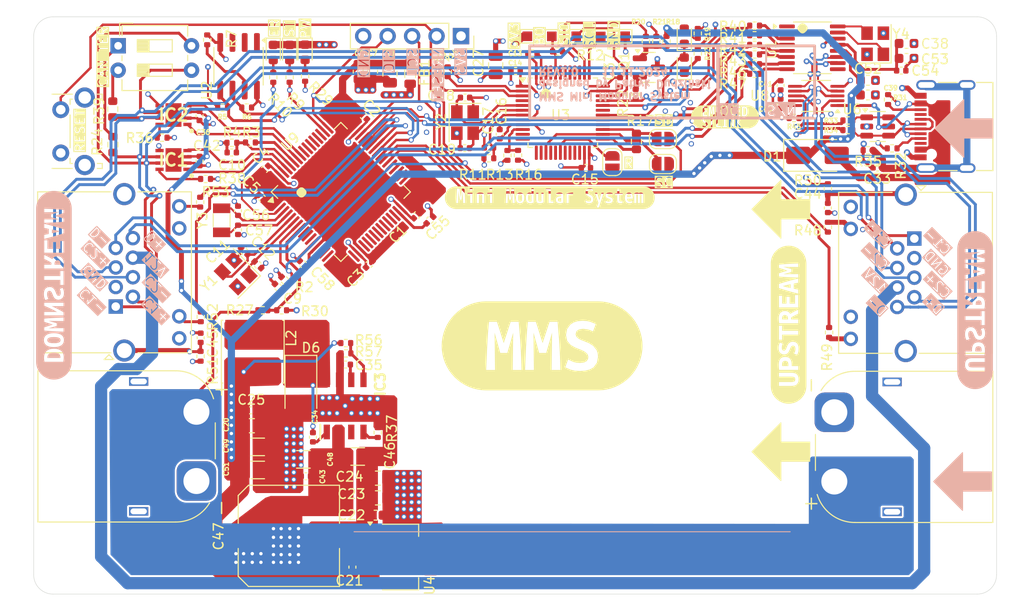
<source format=kicad_pcb>
(kicad_pcb (version 20240108) (generator "pcbnew") (generator_version "8.0")
  (layers (0 "F.Cu" signal) (1 "In1.Cu" power "GND") (2 "In2.Cu" power "3V3") (31 "B.Cu" signal) (34 "B.Paste" user) (35 "F.Paste" user) (36 "B.SilkS" user "B.Silkscreen") (37 "F.SilkS" user "F.Silkscreen") (38 "B.Mask" user) (39 "F.Mask" user) (44 "Edge.Cuts" user))
  (net 0 "")
  (net 1 "/MCU/BOOT0")
  (net 2 "GND")
  (net 3 "/MCU/NRST")
  (net 4 "Net-(U9-PH0)")
  (net 5 "Net-(U9-PH1)")
  (net 6 "/MCU/3V3_MCU")
  (net 7 "+12V")
  (net 8 "+5V")
  (net 9 "+3V3")
  (net 10 "Net-(D2-A)")
  (net 11 "Net-(D3-A)")
  (net 12 "Net-(D4-A)")
  (net 13 "Net-(D7-A)")
  (net 14 "Net-(C44-Pad1)")
  (net 15 "/STLINK/LED")
  (net 16 "Net-(IC1-STB)")
  (net 18 "/USB/USB_CONN_D+")
  (net 19 "/USB/USB_CONN_D-")
  (net 20 "Net-(Q1-B)")
  (net 21 "Net-(Q1-E)")
  (net 22 "/MCU/USR_LED1")
  (net 23 "/MCU/USR_LED2")
  (net 24 "Net-(IC3-BOOT)")
  (net 25 "/USB/USB_PROT_D-")
  (net 26 "/USB/USB_PROT_D+")
  (net 27 "Net-(C45-Pad1)")
  (net 28 "/MCU/BOOT_EN")
  (net 29 "Net-(U2-WP)")
  (net 30 "/CAN/CAN1_TXD")
  (net 31 "VCC")
  (net 32 "/MCU/V_SENSE")
  (net 33 "/STLINK/BOOT")
  (net 34 "/STLINK/USB_D+")
  (net 35 "/STLINK/USB_RENUM")
  (net 36 "/MCU/SWDIO")
  (net 37 "/STLINK/DIO")
  (net 38 "/STLINK/CLK")
  (net 39 "PA2")
  (net 40 "PA4")
  (net 41 "PA3")
  (net 42 "PB14")
  (net 43 "PA1")
  (net 44 "PB1")
  (net 45 "PB13")
  (net 46 "PB10")
  (net 47 "/MCU/USB_D+")
  (net 48 "/MCU/USB_D-")
  (net 49 "PB0")
  (net 50 "PA6")
  (net 51 "PA5")
  (net 52 "/MCU/SWCLK")
  (net 53 "PB2")
  (net 54 "PA7")
  (net 55 "PB12")
  (net 56 "PB15")
  (net 60 "/STLINK/SWO")
  (net 61 "/STLINK/TARGET_RX")
  (net 62 "/STLINK/USB_D-")
  (net 63 "/STLINK/TARGET_TX")
  (net 64 "Net-(IC3-SS)")
  (net 65 "Net-(U1-VDD33)")
  (net 66 "Net-(U3-NRST)")
  (net 67 "Net-(U3-PD0)")
  (net 68 "Net-(U3-PD1)")
  (net 69 "Net-(IC3-RT{slash}SYNC)")
  (net 70 "Net-(J4-SHIELD)")
  (net 71 "Net-(D5-K)")
  (net 72 "/CAN/CAN1-")
  (net 74 "Net-(J4-CC2)")
  (net 75 "Net-(J4-CC1)")
  (net 77 "/POWER/5V_COIL")
  (net 78 "Net-(U3-PA0)")
  (net 79 "Net-(U3-PC13)")
  (net 80 "Net-(U3-PC14)")
  (net 81 "Net-(U3-PB12)")
  (net 82 "Net-(U1-DM3)")
  (net 83 "Net-(U1-DP3)")
  (net 84 "Net-(R39-Pad2)")
  (net 103 "Net-(U1-DM2)")
  (net 104 "Net-(U1-DP2)")
  (net 105 "Net-(U1-DM1)")
  (net 106 "Net-(U1-DP1)")
  (net 107 "Net-(IC3-FB)")
  (net 108 "Net-(R24-Pad2)")
  (net 109 "/STLINK/SWDIO")
  (net 110 "/STLINK/NRST")
  (net 111 "/STLINK/SWCLK")
  (net 115 "Net-(U1-XI)")
  (net 116 "Net-(U1-XO)")
  (net 118 "/USB/VBUS")
  (net 119 "Net-(U8-~{OE})")
  (net 120 "/USB/USB_UPSTREAM_D-")
  (net 121 "/USB/USB_UPSTREAM_D+")
  (net 122 "/CAN/CAN1+")
  (net 123 "/CAN/CAN1_RXD")
  (net 124 "/CAN/CAN2+")
  (net 125 "Net-(IC2-STB)")
  (net 126 "/CAN/CAN2_TXD")
  (net 127 "/CAN/CAN2_RXD")
  (net 129 "/CAN/CAN2-")
  (net 130 "Net-(J7-Pad10)")
  (net 131 "/CAN/USB_UPSTREAM_D-")
  (net 132 "Net-(J7-Pad12)")
  (net 133 "/CAN/USB_UPSTREAM_D+")
  (net 134 "Net-(J8-Pad12)")
  (net 135 "/CAN/USB_DOWNSTREAM_D-")
  (net 136 "/CAN/USB_DOWNSTREAM_D+")
  (net 137 "Net-(J8-Pad10)")
  (net 138 "/CAN/RXD1_LED")
  (net 139 "/CAN/TXD1_LED")
  (net 140 "/CAN/RXD2_LED")
  (net 141 "/CAN/TXD2_LED")
  (net 142 "Net-(U9-VCAP_1)")
  (net 143 "Net-(U9-PC14)")
  (net 144 "Net-(U9-PC15)")
  (net 145 "/MCU/I2C3_SDA")
  (net 146 "/MCU/I2C3_SCL")
  (net 147 "PC1")
  (net 148 "PB3")
  (net 149 "PC2")
  (net 150 "PC10")
  (net 151 "PC5")
  (net 152 "PC11")
  (net 153 "PD2")
  (net 154 "PC12")
  (net 155 "PC4")
  (net 156 "PC6")
  (net 157 "PB4")
  (net 158 "PA0")
  (net 159 "PC3")
  (footprint "Resistor_SMD:R_0402_1005Metric" (layer "F.Cu") (at 108.187501 66.182497 90)
    (property "Reference" "R29")
    (property "Value" "220")
  )
  (footprint "Package_TO_SOT_SMD:SOT-23" (layer "F.Cu") (at 143.892499 65.26)
    (property "Reference" "Q1")
    (property "Value" "S9013")
  )
  (footprint "MountingHole:MountingHole_3.2mm_M3" (layer "F.Cu") (at 176.5 63.5)
    (property "Reference" "H3" (hide yes))
    (property "Value" "~")
  )
  (footprint "Resistor_SMD:R_0402_1005Metric" (layer "F.Cu") (at 106.1 87.4 -45)
    (property "Reference" "R2")
    (property "Value" "10k" (hide yes))
  )
  (footprint "Capacitor_SMD:C_0402_1005Metric" (layer "F.Cu") (at 97.23 74.985 -90)
    (property "Reference" "C42")
    (property "Value" "100n")
  )
  (footprint "Resistor_SMD:R_0603_1608Metric" (layer "F.Cu") (at 88.23 73.28 90)
    (property "Reference" "R24")
    (property "Value" "120R")
  )
  (footprint "Resistor_SMD:R_0402_1005Metric" (layer "F.Cu") (at 154.87 65.92)
    (property "Reference" "R47")
    (property "Value" "22R")
  )
  (footprint "Capacitor_SMD:C_1206_3216Metric" (layer "F.Cu") (at 103.259999 104.700001)
    (property "Reference" "C49")
    (property "Value" "47u")
  )
  (footprint "Capacitor_SMD:C_0402_1005Metric" (layer "F.Cu") (at 127.28 73.6 180)
    (property "Reference" "C17")
    (property "Value" "100nF")
  )
  (footprint "Connector_AMASS:AMASS_XT60PW-M_1x02_P7.20mm_Horizontal" (layer "F.Cu") (at 163.15 101.1 -90)
    (property "Reference" "J2" (hide yes))
    (property "Value" "Conn_01x02")
  )
  (footprint "Diode_SMD:D_SMA" (layer "F.Cu") (at 161.4 74.4)
    (property "Reference" "D1")
    (property "Value" "ss34")
  )
  (footprint "Resistor_SMD:R_0402_1005Metric" (layer "F.Cu") (at 142.52 68.05 90)
    (property "Reference" "R22")
    (property "Value" "1K5")
  )
  (footprint "MountingHole:MountingHole_3.2mm_M3" (layer "F.Cu") (at 83.47 116.52)
    (property "Reference" "H2" (hide yes))
    (property "Value" "~")
  )
  (footprint "Capacitor_SMD:C_1206_3216Metric" (layer "F.Cu") (at 113.649999 105.7)
    (property "Reference" "C46")
    (property "Value" "2.2u")
  )
  (footprint "Crystal:Crystal_SMD_3225-4Pin_3.2x2.5mm" (layer "F.Cu") (at 167.4 62.8 90)
    (property "Reference" "Y4")
    (property "Value" "12Mhz")
  )
  (footprint "Diode_SMD:D_0603_1608Metric" (layer "F.Cu") (at 104.88 63.702498 -90)
    (property "Reference" "D3" (hide yes))
    (property "Value" "USR_LED2")
  )
  (footprint "Capacitor_SMD:C_0402_1005Metric" (layer "F.Cu") (at 107.97 85.71 135)
    (property "Reference" "C58")
    (property "Value" "100n")
  )
  (footprint "Resistor_SMD:R_0402_1005Metric" (layer "F.Cu") (at 93.340001 72.56 180)
    (property "Reference" "R36")
    (property "Value" "10k")
  )
  (footprint "Capacitor_SMD:C_0402_1005Metric" (layer "F.Cu") (at 113.1 117.2 90)
    (property "Reference" "C21")
    (property "Value" "100n")
  )
  (footprint "Resistor_SMD:R_0402_1005Metric" (layer "F.Cu") (at 162.48 81.861999 90)
    (property "Reference" "R48")
    (property "Value" "1k")
  )
  (footprint "Resistor_SMD:R_0402_1005Metric" (layer "F.Cu") (at 164.555 71.77 180)
    (property "Reference" "R34")
    (property "Value" "22R")
  )
  (footprint "Button_Switch_THT:SW_DIP_SPSTx02_Slide_6.7x6.64mm_W7.62mm_P2.54mm_LowProfile" (layer "F.Cu") (at 88.77 63.01)
    (property "Reference" "SW5" (hide yes))
    (property "Value" "SW_DIP_x02")
  )
  (footprint "Resistor_SMD:R_0402_1005Metric" (layer "F.Cu") (at 168.735 68.6 -90)
    (property "Reference" "R31")
    (property "Value" "4k7")
  )
  (footprint "Capacitor_SMD:C_0402_1005Metric" (layer "F.Cu") (at 97.22 70.292501 -90)
    (property "Reference" "C36")
    (property "Value" "100n")
  )
  (footprint "Capacitor_SMD:C_0402_1005Metric" (layer "F.Cu") (at 101.218553 80.16005 -90)
    (property "Reference" "C56")
    (property "Value" "6P")
  )
  (footprint "Connector_RJ:RJ45_Amphenol_RJHSE538X" (layer "F.Cu") (at 88.519999 90.116 90)
    (property "Reference" "J8" (hide yes))
    (property "Value" "RJ45_LED_Shielded")
  )
  (footprint "Capacitor_SMD:C_0402_1005Metric" (layer "F.Cu") (at 108.27 107.750001 180)
    (property "Reference" "C43")
    (property "Value" "100n")
  )
  (footprint "LED_SMD:LED_0603_1608Metric" (layer "F.Cu") (at 147.57 65.02 90)
    (property "Reference" "D5" (hide yes))
    (property "Value" "RED")
  )
  (footprint "Package_SO:QSOP-16_3.9x4.9mm_P0.635mm" (layer "F.Cu") (at 160.87 63.22)
    (property "Reference" "U1")
    (property "Value" "CH334R")
  )
  (footprint "MountingHole:MountingHole_3.2mm_M3" (layer "F.Cu") (at 83.52 63.52)
    (property "Reference" "H4" (hide yes))
    (property "Value" "~")
  )
  (footprint "Resistor_SMD:R_0402_1005Metric" (layer "F.Cu") (at 112.429998 94.980001 180)
    (property "Reference" "R57")
    (property "Value" "17,8k")
  )
  (footprint "Capacitor_SMD:C_0402_1005Metric" (layer "F.Cu") (at 157.57 69.019999 90)
    (property "Reference" "C40")
    (property "Value" "100n")
  )
  (footprint "Resistor_SMD:R_0402_1005Metric" (layer "F.Cu") (at 144.66 62.54 -90)
    (property "Reference" "R21")
    (property "Value" "39k")
  )
  (footprint "Capacitor_SMD:C_0402_1005Metric" (layer "F.Cu") (at 170.1 65.59 180)
    (property "Reference" "C54")
    (property "Value" "100n")
  )
  (footprint "Resistor_SMD:R_0402_1005Metric" (layer "F.Cu") (at 169.155 73.67)
    (property "Reference" "R32")
    (property "Value" "4k7")
  )
  (footprint "Capacitor_SMD:C_0402_1005Metric" (layer "F.Cu") (at 114.85 85.71 -135)
    (property "Reference" "C3")
    (property "Value" "100n")
  )
  (footprint "Capacitor_SMD:C_0603_1608Metric" (layer "F.Cu") (at 115.5 111.8 180)
    (property "Reference" "C22")
    (property "Value" "100n")
  )
  (footprint "Resistor_SMD:R_0402_1005Metric" (layer "F.Cu") (at 134.4 63.6 180)
    (property "Reference" "R12")
    (property "Value" "100k")
  )
  (footprint "Capacitor_SMD:C_0402_1005Metric" (layer "F.Cu") (at 103.71 78.84 135)
    (property "Reference" "C5")
    (property "Value" "100n")
  )
  (footprint "Resistor_SMD:R_0402_1005Metric" (layer "F.Cu") (at 106.58 66.289999 90)
    (property "Reference" "R9")
    (property "Value" "1k")
  )
  (footprint "Capacitor_SMD:C_0402_1005Metric" (layer "F.Cu") (at 128.4 72.2 90)
    (property "Reference" "C16")
    (property "Value" "100nF")
  )
  (footprint "Resistor_SMD:R_0402_1005Metric" (layer "F.Cu") (at 166.655 73.87 180)
    (property "Reference" "R35")
    (property "Value" "33k")
  )
  (footprint "Resistor_SMD:R_0603_1608Metric" (layer "F.Cu") (at 142.6 72.95 90)
    (property "Reference" "R17")
    (property "Value" "100R")
  )
  (footprint "Resistor_SMD:R_0402_1005Metric" (layer "F.Cu") (at 127.269999 74.7 180)
    (property "Reference" "R11")
    (property "Value" "100k")
  )
  (footprint "Capacitor_SMD:C_0402_1005Metric" (layer "F.Cu") (at 157.57 67.119999 -90)
    (property "Reference" "C41")
    (property "Value" "1n")
  )
  (footprint "kibuzzard-673147F0" (layer "F.Cu") (at 158.4 92 90)
    (property "Reference" "kibuzzard-673147F0" (hide yes))
    (property "Value" "G***" (hide yes))
  )
  (footprint "Package_SO:SOIC-8_3.9x4.9mm_P1.27mm" (layer "F.Cu") (at 101.2775 65.137499 -90)
    (property "Reference" "U2")
    (property "Value" "FM24CL16B")
  )
  (footprint "Capacitor_SMD:C_0402_1005Metric" (layer "F.Cu") (at 112.409999 96.140001)
    (property "Reference" "C35")
    (property "Value" "100n")
  )
  (footprint "Resistor_SMD:R_0402_1005Metric" (layer "F.Cu") (at 143.58 62.54 -90)
    (property "Reference" "R20")
    (property "Value" "100R")
  )
  (footprint "Capacitor_SMD:C_0805_2012Metric" (layer "F.Cu") (at 117 65.9 -90)
    (property "Reference" "C8")
    (property "Value" "10u" (hide yes))
  )
  (footprint "Inductor_SMD:L_0805_2012Metric" (layer "F.Cu") (at 119.1 65.9 -90)
    (property "Reference" "FB1")
    (property "Value" "FerriteBead" (hide yes))
  )
  (footprint "Capacitor_SMD:C_0402_1005Metric" (layer "F.Cu") (at 124.797 68.393)
    (property "Reference" "C18")
    (property "Value" "20pF")
  )
  (footprint "Capacitor_SMD:C_0402_1005Metric" (layer "F.Cu") (at 162.48 79.861999 -90)
    (property "Reference" "C44")
    (property "Value" "10n")
  )
  (footprint "Capacitor_SMD:C_0402_1005Metric" (layer "F.Cu") (at 121.15 81.12 -135)
    (property "Reference" "C55")
    (property "Value" "2.2u")
  )
  (footprint "Resistor_SMD:R_0402_1005Metric" (layer "F.Cu") (at 97.85 76.85 180)
    (property "Reference" "R38")
    (property "Value" "10k")
  )
  (footprint "Diode_SMD:D_0603_1608Metric" (layer "F.Cu") (at 106.58 63.702498 -90)
    (property "Reference" "D2" (hide yes))
    (property "Value" "USR_LED1" (hide yes))
  )
  (footprint "Resistor_SMD:R_0402_1005Metric" (layer "F.Cu") (at 104.88 66.289999 90)
    (property "Reference" "R10")
    (property "Value" "1k")
  )
  (footprint "Resistor_SMD:R_0402_1005Metric" (layer "F.Cu") (at 162.48 77.861999 90)
    (property "Reference" "R50")
    (property "Value" "33k")
  )
  (footprint "Resistor_SMD:R_0402_1005Metric" (layer "F.Cu") (at 97.33 95.28 -90)
    (property "Reference" "R51")
    (property "Value" "33k")
  )
  (footprint "Package_QFP:LQFP-64_10x10mm_P0.5mm" (layer "F.Cu") (at 111.9 78.2 45)
    (property "Reference" "U9")
    (property "Value" "STM32F446RETx")
  )
  (footprint "Resistor_SMD:R_0402_1005Metric" (layer "F.Cu") (at 162.61 92.8 -90)
    (property "Reference" "R49")
    (property "Value" "1k")
  )
  (footprint "Resistor_SMD:R_0402_1005Metric" (layer "F.Cu") (at 158.97 70.519999)
    (property "Reference" "R45")
    (property "Value" "10k")
  )
  (footprint "Resistor_SMD:R_0402_1005Metric" (layer "F.Cu") (at 154.87 60.913 180)
    (property "Reference" "R40")
    (property "Value" "22R")
  )
  (footprint "Resistor_SMD:R_0402_1005Metric" (layer "F.Cu") (at 112.409999 93.910001)
    (property "Reference" "R56")
    (property "Value" "100k")
  )
  (footprint "Resistor_SMD:R_0402_1005Metric" (layer "F.Cu") (at 154.87 64.92 180)
    (property "Reference" "R46")
    (property "Value" "22R")
  )
  (footprint "Capacitor_SMD:C_0402_1005Metric" (layer "F.Cu") (at 131.8 63.8)
    (property "Reference" "C13")
    (property "Value" "100nF")
  )
  (footprint "Jumper:SolderJumper-2_P1.3mm_Open_RoundedPad1.0x1.5mm" (layer "F.Cu") (at 140.1 75.099999 90)
    (property "Reference" "JP3" (hide yes))
    (property "Value" "SolderJumper_2_Bridged")
  )
  (footprint "Button_Switch_THT:SW_Tactile_SPST_Angled_PTS645Vx58-2LFS" (layer "F.Cu") (at 82.81 74.15 90)
    (property "Reference" "SW2" (hide yes))
    (property "Value" "NRST")
  )
  (footprint "Capacitor_SMD:C_0402_1005Metric" (layer "F.Cu") (at 105.392895 88.107107 135)
    (property "Reference" "C9")
    (property "Value" "100n" (hide yes))
  )
  (footprint "Capacitor_SMD:C_Elec_10x10.2" (layer "F.Cu") (at 106.5 113.95)
    (property "Reference" "C47")
    (property "Value" "47u")
  )
  (footprint "Connector_RJ:RJ45_Amphenol_RJHSE538X" (layer "F.Cu") (at 171.46 83.05 -90)
    (property "Reference" "J7" (hide yes))
    (property "Value" "RJ45_LED_Shielded")
  )
  (footprint "Resistor_SMD:R_0402_1005Metric" (layer "F.Cu") (at 122 65.709999 -90)
    (property "Reference" "R15")
    (property "Value" "DNP")
  )
  (footprint "Resistor_SMD:R_0402_1005Metric" (layer "F.Cu") (at 98.02 62.39 -90)
    (property "Reference" "R7")
    (property "Value" "10k" (hide yes))
  )
  (footprint "Resistor_SMD:R_0402_1005Metric" (layer "F.Cu") (at 123 65.709999 -90)
    (property "Reference" "R14")
    (property "Value" "10k")
  )
  (footprint "Resistor_SMD:R_0402_1005Metric" (layer "F.Cu") (at 164.555 70.77 180)
    (property "Reference" "R33")
    (property "Value" "22R")
  )
  (footprint "Jumper:SolderJumper-2_P1.3mm_Open_RoundedPad1.0x1.5mm" (layer "F.Cu") (at 145.349999 75.3 180)
    (property "Reference" "JP1" (hide yes))
    (property "Value" "SolderJumper_2_Bridged")
  )
  (footprint "TestPoint:TestPoint_Pad_1.0x1.0mm" (layer "F.Cu") (at 133.81 62.03 90)
    (property "Reference" "TP2" (hide yes))
    (property "Value" "~")
  )
  (footprint "Capacitor_SMD:C_0402_1005Metric" (layer "F.Cu") (at 130.05 65.63 180)
    (property "Reference" "C14")
    (property "Value" "100nF" (hide yes))
  )
  (footprint "Crystal:Crystal_SMD_3215-2Pin_3.2x1.5mm" (layer "F.Cu") (at 99.521497 81.149999 90)
    (property "Reference" "Y3")
    (property "Value" "32.768kHz")
  )
  (footprint "Resistor_SMD:R_0402_1005Metric" (layer "F.Cu") (at 130.3 74.390001 90)
    (property "Reference" "R16")
    (property "Value" "4k7")
  )
  (footprint "Capacitor_SMD:C_0603_1608Metric" (layer "F.Cu") (at 166.64 68.12 180)
    (property "Reference" "C39")
    (property "Value" "10u")
  )
  (footprint "Package_QFP:LQFP-48_7x7mm_P0.5mm" (layer "F.Cu") (at 134.95 69.9625)
    (property "Reference" "U3")
    (property "Value" "STM32F103CB")
  )
  (footprint "LED_SMD:LED_0603_1608Metric" (layer "F.Cu") (at 147.57 62.02 90)
    (property "Reference" "D4" (hide yes))
    (property "Value" "BLUE")
  )
  (footprint "Package_TO_SOT_SMD:SOT-23-6" (layer "F.Cu") (at 167.655 71.4)
    (property "Reference" "U6")
    (property "Value" "IP4220CZ6")
  )
  (footprint "Capacitor_SMD:C_1206_3216Metric" (layer "F.Cu") (at 103.259999 107.100001)
    (property "Reference" "C51")
    (property "Value" "47u")
  )
  (footprint "Resistor_SMD:R_0402_1005Metric" (layer "F.Cu") (at 97.35 91.18 -90)
    (property "Reference" "R52")
    (property "Value" "1k")
  )
  (footprint "Diode_SMD:D_SMA" (layer "F.Cu") (at 107.75 98.700001 -90)
    (property "Reference" "D6")
    (property "Value" "SS34")
  )
  (footprint "Resistor_SMD:R_0402_1005Metric" (layer "F.Cu") (at 154.87 62.913)
    (property "Reference" "R42")
    (property "Value" "22R")
  )
  (footprint "Capacitor_SMD:C_0402_1005Metric" (layer "F.Cu") (at 140.9 66.8 -90)
    (property "Reference" "C37")
    (property "Value" "100nF")
  )
  (footprint "Resistor_SMD:R_0402_1005Metric" (layer "F.Cu") (at 129.2 74.4 -90)
    (property "Reference" "R13")
    (property "Value" "4k7")
  )
  (footprint "Capacitor_SMD:C_0402_1005Metric" (layer "F.Cu") (at 108.999999 103.700001 90)
    (property "Reference" "C34")
    (property "Value" "100n")
  )
  (footprint "Resistor_SMD:R_0402_1005Metric" (layer "F.Cu") (at 105.75 90.5)
    (property "Reference" "R30")
    (property "Value" "1k")
  )
  (footprint "Capacitor_SMD:C_0805_2012Metric" (layer "F.Cu") (at 115.75 110 180)
    (property "Reference" "C23")
    (property "Value" "10u")
  )
  (footprint "Resistor_SMD:R_0402_1005Metric" (layer "F.Cu") (at 154.87 61.913)
    (property "Reference" "R41")
    (property "Value" "22R")
  )
  (footprint "Resistor_SMD:R_0402_1005Metric" (layer "F.Cu") (at 97.29 79.26 -90)
    (property "Reference" "R53")
    (property "Value" "1k")
  )
  (footprint "Resistor_SMD:R_0402_1005Metric" (layer "F.Cu") (at 115.729999 103.210001 90)
    (property "Reference" "R37")
    (property "Value" "49,9k")
  )
  (footprint "Resistor_SMD:R_0402_1005Metric" (layer "F.Cu") (at 148.97 61.72 90)
    (property "Reference" "R19")
    (property "Value" "220R")
  )
  (footprint "Package_TO_SOT_SMD:SOT-223-3_TabPin2" (layer "F.Cu") (at 118.07 116.15)
    (property "Reference" "U4")
    (property "Value" "AZ1117-3.3")
  )
  (footprint "parts:SOIC127P600X170-9N" (layer "F.Cu") (at 112.344999 100.438001 90)
    (property "Reference" "IC3")
    (property "Value" "LMR16030SDDAR" (hide yes))
  )
  (footprint "Resistor_SMD:R_0402_1005Metric" (layer "F.Cu") (at 99.6175 69.437499)
    (property "Reference" "R5")
    (property "Value" "4k7" (hide yes))
  )
  (footprint "Resistor_SMD:R_0402_1005Metric" (layer "F.Cu") (at 154.87 63.913)
    (property "Reference" "R43")
    (property "Value" "22R")
  )
  (footprint "Package_SO:VSSOP-10_3x3mm_P0.5mm" (layer "F.Cu") (at 161.27 68.219999 180)
    (property "Reference" "U8")
    (property "Value" "TS3USB30EDGSR")
  )
  (footprint "Crystal:Crystal_SMD_3225-4Pin_3.2x2.5mm" (layer "F.Cu") (at 124.797 70.993 -90)
    (property "Reference" "Y2")
    (property "Value" "8MHz")
  )
  (footprint "Capacitor_SMD:C_0603_1608Metric" (layer "F.Cu") (at 170.65 64.32 180)
    (property "Reference" "C53")
    (property "Value" "1u")
  )
  (footprint "Capacitor_SMD:C_0402_1005Metric" (layer "F.Cu") (at 114.26 70.3 -45)
    (property "Reference" "C2")
    (property "Value" "100n")
  )
  (footprint "Capacitor_SMD:C_0603_1608Metric" (layer "F.Cu") (at 166.65 66.6 180)
    (property "Reference" "C52")
    (property "Value" "100n")
  )
  (footprint "Capacitor_SMD:C_0402_1005Metric" (layer "F.Cu") (at 102.529999 100.9)
    (property "Reference" "C25")
    (property "Value" "100n")
  )
  (footprint "Capacitor_SMD:C_0402_1005Metric" (layer "F.Cu") (at 137.35 75.7 180)
    (property "Reference" "C15")
    (property "Value" "100nF")
  )
  (footprint "parts:SON65P300X300X100-9N-D" (layer "F.Cu") (at 94.52 74.875 180)
    (property "Reference" "IC1")
    (property "Value" "TJA1044GTK_3Z" (hide yes))
  )
  (footprint "Capacitor_SMD:C_0805_2012Metric" (layer "F.Cu") (at 115.75 107.95 180)
    (property "Reference" "C24")
    (property "Value" "10u")
  )
  (footprint "Capacitor_SMD:C_0402_1005Metric" (layer "F.Cu") (at 97.34 93.36 90)
    (property "Reference" "C45")
    (property "Value" "10n")
  )
  (footprint "kibuzzard-673151BF" (layer "F.Cu") (at 132.8 94.2)
    (property "Reference" "kibuzzard-673151BF" (hide yes))
    (property "Value" "G***" (hide yes))
  )
  (footprint "Capacitor_SMD:C_0603_1608Metric" (layer "F.Cu") (at 170.65 62.77 180)
    (property "Reference" "C38")
    (property "Value" "10u")
  )
  (footprint "Connector_USB:USB_C_Receptacle_G-Switch_GT-USB-7010ASV" (layer "F.Cu") (at 175.835 71.4 90)
    (property "Reference" "J4")
    (property "Value" "USB_C_Receptacle_USB2.0")
  )
  (footprint "parts:SON65P300X300X100-9N-D" (layer "F.Cu") (at 94.52 70.205 180)
    (property "Reference" "IC2")
    (property "Value" "TJA1044GTK_3Z" (hide yes))
  )
  (footprint "TestPoint:TestPoint_Pad_1.0x1.0mm" (layer "F.Cu") (at 136.35 62.02 90)
    (property "Reference" "TP3" (hide yes))
    (property "Value" "~")
  )
  (footprint "kibuzzard-674CE2D2" (layer "F.Cu") (at 151.8 70.4)
    (property "Reference" "kibuzzard-674CE2D2" (hide yes))
    (property "Value" "G***" (hide yes))
  )
  (footprint "Capacitor_SMD:C_0402_1005Metric" (layer "F.Cu") (at 104.01 75.84 45)
    (property "Reference" "C4")
    (property "Value" "100n")
  )
  (footprint "Capacitor_SMD:C_0402_1005Metric" (layer "F.Cu") (at 124.777 73.643 180)
    (property "Reference" "C19")
    (property "Value" "20pF")
  )
  (footprint "Capacitor_SMD:C_0402_1005Metric" (layer "F.Cu") (at 167.655 75.67 180)
    (property "Reference" "C33")
    (property "Value" "10n")
  )
  (footprint "Capacitor_SMD:C_0603_1608Metric" (layer "F.Cu") (at 115.2 65.7 -90)
    (property "Reference" "C7")
    (property "Value" "4.7u" (hide yes))
  )
  (footprint "Capacitor_SMD:C_0402_1005Metric" (layer "F.Cu") (at 119.81 80.59 -135)
    (property "Reference" "C1")
    (property "Value" "100n")
  )
  (footprint "Resistor_SMD:R_0402_1005Metric" (layer "F.Cu") (at 148.97 63.82 -90)
    (property "Reference" "R23")
    (property "Value" "220R")
  )
  (footprint "Resistor_SMD:R_0603_1608Metric" (layer "F.Cu") (at 88.21 69.59 90)
    (property "Reference" "R39")
    (property "Value" "120R")
  )
  (footprint "MountingHole:MountingHole_3.2mm_M3" (layer "F.Cu") (at 176.47 116.52)
    (property "Reference" "H1" (hide yes))
    (property "Value" "~")
  )
  (footprint "kibuzzard-67314D46" (layer "F.Cu") (at 133.6 78.8)
    (property "Reference" "kibuzzard-67314D46" (hide yes))
    (property "Value" "G***" (hide yes))
  )
  (footprint "Resistor_SMD:R_0402_1005Metric" (layer "F.Cu") (at 100.58 73.09 180)
    (property "Reference" "R4")
    (property "Value" "10k")
  )
  (footprint "Connector_AMASS:AMASS_XT60PW-M_1x02_P7.20mm_Horizontal" (layer "F.Cu") (at 96.9 108.25 90)
    (property "Reference" "J6" (hide yes))
    (property "Value" "Conn_01x02")
  )
  (footprint "Capacitor_SMD:C_0402_1005Metric" (layer "F.Cu") (at 101.218553 82.139949 90)
    (property "Reference" "C57")
    (property "Value" "6P")
  )
  (footprint "Capacitor_SMD:C_0805_2012Metric" (layer "F.Cu") (at 102.659998 102.500002)
    (property "Reference" "C20")
    (property "Value" "10u")
  )
  (footprint "TestPoint:TestPoint_Pad_1.0x1.0mm" (layer "F.Cu") (at 141.43 62.02 90)
    (property "Reference" "TP5" (hide yes))
    (property "Value" "~")
  )
  (footprint "Capacitor_SMD:C_0402_1005Metric" (layer "F.Cu") (at 101.876777 84.378858 -45)
    (property "Reference" "C11")
    (property "Value" "17p" (hide yes))
  )
  (footprint "Resistor_SMD:R_0402_1005Metric" (layer "F.Cu") (at 145.72 62.54 90)
    (property "Reference" "R18")
    (property "Value" "10k")
  )
  (footprint "Inductor_SMD:L_Cenker_CKCS6045" (layer "F.Cu") (at 102.75 94.8 -90)
    (property "Reference" "L2")
    (property "Value" "8.2u")
  )
  (footprint "Jumper:SolderJumper-2_P1.3mm_Open_RoundedPad1.0x1.5mm" (layer "F.Cu") (at 145.349999 72.7 180)
    (property "Reference" "JP2" (hide yes))
    (property "Value" "SolderJumper_2_Bridged")
  )
  (footprint "Crystal:Crystal_SMD_3225-4Pin_3.2x2.5mm" (layer "F.Cu") (at 100.976777 86.678858 135)
    (property "Reference" "Y1")
    (property "Value" "8MHz" (hide yes))
  )
  (footprint "Capacitor_SMD:C_1206_3216Metric" (layer "F.Cu") (at 108.009999 106.000001 180)
    (property "Reference" "C48")
    (property "Value" "2.2u")
  )
  (footprint "Diode_SMD:D_0603_1608Metric" (layer "F.Cu") (at 108.1875 63.682498 -90)
    (property "Reference" "D7" (hide yes))
    (property "Value" "LV_PWR")
  )
  (footprint "Capacitor_SMD:C_0402_1005Metric" (layer "F.Cu") (at 103.276777 85.778858 135)
    (property "Reference" "C12")
    (property "Value" "17p" (hide yes))
  )
  (footprint "Capacitor_SMD:C_0805_2012Metric" (layer "F.Cu") (at 127.98 65.03 90)
    (property "Reference" "C27")
    (property "Value" "10u")
  )
  (footprint "TestPoint:TestPoint_Pad_1.0x1.0mm" (layer "F.Cu") (at 131.27 62.02 90)
    (property "Reference" "TP1" (hide yes))
    (property "Value" "~")
  )
  (footprint "Capacitor_SMD:C_0402_1005Metric" (layer "F.Cu") (at 100.57 74.1 180)
    (property "Reference" "C10")
    (property "Value" "4.7u" (hide yes))
  )
  (footprint "Resistor_SMD:R_0402_1005Metric" (layer "F.Cu") (at 102.51 73.06 180)
    (property "Reference" "R3")
    (property "Value" "1k" (hide yes))
  )
  (footprint "TestPoint:TestPoint_Pad_1.0x1.0mm" (layer "F.Cu") (at 138.89 62.04 90)
    (property "Reference" "TP4" (hide yes))
    (property "Value" "~")
  )
  (footprint "Connector_PinSocket_2.54mm:PinSocket_1x05_P2.54mm_Vertical" (layer "F.Cu") (at 124.379999 62 -90)
    (property "Reference" "J1" (hide yes))
    (property "Value" "SWD")
  )
  (footprint "Capacitor_SMD:C_0603_1608Metric" (layer "F.Cu") (at 113.7 65.7 -90)
    (property "Reference" "C6")
    (property "Value" "1u" (hide yes))
  )
  (footprint "Resistor_SMD:R_0402_1005Metric" (layer "F.Cu") (at 102.1175 69.427499 180)
    (property "Reference" "R6")
    (property "Value" "4k7" (hide yes))
  )
  (footprint "Resistor_SMD:R_0402_1005Metric" (layer "F.Cu") (at 103.8 90.5)
    (property "Reference" "R27")
    (property "Value" "43k")
  )
  (footprint "kibuzzard-67314807" (layer "B.Cu") (at 82.1 87.9 90)
    (property "Reference" "kibuzzard-67314807" (hide yes))
    (property "Value" "G***" (hide yes))
  )
  (footprint "kibuzzard-673147F0" (layer "B.Cu") (at 177.77 90.48 90)
    (property "Reference" "kibuzzard-673147F0" (hide yes))
    (property "Value" "G***" (hide yes))
  )
  (gr_line (start 156.069999 70.519999) (end 156.07 63.02) (stroke (width 0.2)) (layer "B.SilkS"))
  (gr_poly (pts (xy 131.507908 70.52) (xy 131.507908 63.02) (xy 151.102499 63.019999) (xy 151.102499 70.519999)) (stroke (width 0.3)) (fill none) (layer "B.SilkS"))
  (gr_poly (pts (xy 151.037499 70.52) (xy 151.037499 63.02) (xy 161.102499 63.019999) (xy 161.102499 70.519999)) (stroke (width 0.3)) (fill none) (layer "B.SilkS"))
  (gr_poly (pts (xy 179.47 109.3) (xy 179.47 107.3) (xy 176.47 107.3) (xy 176.47 105.3) (xy 173.47 108.3) (xy 176.47 111.3) (xy 176.47 109.3)) (stroke (width 0.1)) (fill solid) (layer "B.SilkS"))
  (gr_line (start 158.57 113.52) (end 113.27 113.52) (stroke (width 0.1)) (layer "B.SilkS"))
  (gr_poly (pts (xy 179.6 72.6) (xy 179.6 70.6) (xy 176.6 70.6) (xy 176.6 68.6) (xy 173.6 71.6) (xy 176.6 74.6) (xy 176.6 72.6)) (stroke (width 0.1)) (fill solid) (layer "B.SilkS"))
  (gr_poly (pts (xy 160.6 78.999999) (xy 160.6 80.999999) (xy 157.6 81) (xy 157.6 82.999999) (xy 154.6 79.999999) (xy 157.6 76.999998) (xy 157.6 78.999999)) (stroke (width 0.1)) (fill solid) (layer "F.SilkS"))
  (gr_poly (pts (xy 160.6 104.2) (xy 160.6 106.2) (xy 157.6 106.2) (xy 157.6 108.200001) (xy 154.6 105.2) (xy 157.6 102.2) (xy 157.6 104.199999)) (stroke (width 0.1)) (fill solid) (layer "F.SilkS"))
  (gr_line (start 178 120) (end 82 120) (stroke (width 0.05)) (layer "Edge.Cuts"))
  (gr_line (start 80 118) (end 80 62) (stroke (width 0.05)) (layer "Edge.Cuts"))
  (gr_arc (start 178 60) (mid 179.414214 60.585786) (end 180 62) (stroke (width 0.05)) (layer "Edge.Cuts"))
  (gr_line (start 180 62) (end 180 118) (stroke (width 0.05)) (layer "Edge.Cuts"))
  (gr_line (start 82 60) (end 178 60) (stroke (width 0.05)) (layer "Edge.Cuts"))
  (gr_arc (start 82 120) (mid 80.585786 119.414214) (end 80 118) (stroke (width 0.05)) (layer "Edge.Cuts"))
  (gr_arc (start 80 62) (mid 80.585786 60.585786) (end 82 60) (stroke (width 0.05)) (layer "Edge.Cuts"))
  (gr_arc (start 180 118) (mid 179.414214 119.414214) (end 178 120) (stroke (width 0.05)) (layer "Edge.Cuts"))
  (gr_text "D+" (at 92.16 82.09 -225) (layer "B.SilkS" knockout) (effects (font (size 1 1) (thickness 0.1)) (justify left bottom mirror)))
  (gr_text "C2+\n" (at 85.7 83.12 -225) (layer "B.SilkS" knockout) (effects (font (size 1 1) (thickness 0.1)) (justify left bottom mirror)))
  (gr_text "SIO" (at 117.5 63.3 90) (layer "B.SilkS" knockout) (effects (font (size 1 1) (thickness 0.1)) (justify left bottom mirror)))
  (gr_text "QC" (at 151.12 69.1 180) (layer "B.SilkS" knockout) (effects (font (size 1 1) (thickness 0.1)) (justify left bottom mirror)))
  (gr_text "C2-\n" (at 168.13 86.55 -45) (layer "B.SilkS" knockout) (effects (font (size 1 1) (thickness 0.1)) (justify left bottom mirror)))
  (gr_text "MMS Mini Modular System \ndesigned by Patryk Dudziński\nREV1.0    11.11.2024" (at 132.32 65.22 180) (layer "B.SilkS") (effects (font (size 0.8 0.8) (thickness 0.2) (bold yes)) (justify left bottom mirror)))
  (gr_text "C2+\n" (at 174.61 89.51 -45) (layer "B.SilkS" knockout) (effects (font (size 1 1) (thickness 0.1)) (justify left bottom mirror)))
  (gr_text "D-" (at 86.42 81.62 135) (layer "B.SilkS" knockout) (effects (font (size 1 1) (thickness 0.1)) (justify left bottom mirror)))
  (gr_text "C1+\n" (at 168.41 84.23 -45) (layer "B.SilkS" knockout) (effects (font (size 1 1) (thickness 0.1)) (justify left bottom mirror)))
  (gr_text "D-" (at 167.99 91.3 -45) (layer "B.SilkS" knockout) (effects (font (size 1 1) (thickness 0.1)) (justify left bottom mirror)))
  (gr_text "GND\n" (at 174.45 87.17 -45) (layer "B.SilkS" knockout) (effects (font (size 1 1) (thickness 0.1)) (justify left bottom mirror)))
  (gr_text "SCL" (at 120 63.2 90) (layer "B.SilkS" knockout) (effects (font (size 1 1) (thickness 0.1)) (justify left bottom mirror)))
  (gr_text "C1-\n" (at 174.63 84.98 -45) (layer "B.SilkS" knockout) (effects (font (size 1 1) (thickness 0.1)) (justify left bottom mirror)))
  (gr_text "3V3\n" (at 124.97 63.22 90) (layer "B.SilkS" knockout) (effects (font (size 1 1) (thickness 0.1)) (justify left bottom mirror)))
  (gr_text "12V" (at 167.98 88.89 -45) (layer "B.SilkS" knockout) (effects (font (size 1 1) (thickness 0.1)) (justify left bottom mirror)))
  (gr_text "D+" (at 173.84 91.17 -45) (layer "B.SilkS" knockout) (effects (font (size 1 1) (thickness 0.1)) (justify left bottom mirror)))
  (gr_text "C2-\n" (at 92.04 86.63 -225) (layer "B.SilkS" knockout) (effects (font (size 1 1) (thickness 0.1)) (justify left bottom mirror)))
  (gr_text "S/N" (at 156.07 69.12 180) (layer "B.SilkS" knockout) (effects (font (size 1 1) (thickness 0.1)) (justify left bottom mirror)))
  (gr_text "C1+\n" (at 91.94 88.93 -225) (layer "B.SilkS" knockout) (effects (font (size 1 1) (thickness 0.1)) (justify left bottom mirror)))
  (gr_text "12V" (at 92.04 84.29 -225) (layer "B.SilkS" knockout) (effects (font (size 1 1) (thickness 0.1)) (justify left bottom mirror)))
  (gr_text "GND" (at 114.9 63.2 90) (layer "B.SilkS" knockout) (effects (font (size 1 1) (thickness 0.1)) (justify left bottom mirror)))
  (gr_text "C1-\n" (at 85.31 87.96 -225) (layer "B.SilkS" knockout) (effects (font (size 1 1) (thickness 0.1)) (justify left bottom mirror)))
  (gr_text "GND\n" (at 85.59 85.48 -225) (layer "B.SilkS" knockout) (effects (font (size 1 1) (thickness 0.1)) (justify left bottom mirror)))
  (gr_text "NRESET" (at 122.6 63.1 90) (layer "B.SilkS" knockout) (effects (font (size 1 1) (thickness 0.1)) (justify left bottom mirror)))
  (gr_text "CAN TER" (at 87.8 67.4 90) (layer "F.SilkS" knockout) (effects (font (size 1 1) (thickness 0.1)) (justify left bottom)))
  (gr_text "." (at 160.4 62.4 90) (layer "F.SilkS") (effects (font (size 3 3) (thickness 0.75) (bold yes)) (justify left bottom)))
  (gr_text "ER" (at 105.615 62.217498 90) (layer "F.SilkS" knockout) (effects (font (size 1 1) (thickness 0.1)) (justify left bottom)))
  (gr_text "RESET" (at 85.4 74.2 90) (layer "F.SilkS" knockout) (effects (font (size 1 1) (thickness 0.1)) (justify left bottom)))
  (gr_text "." (at 131.9812 68.5224 0) (layer "F.SilkS") (effects (font (size 3 3) (thickness 0.75) (bold yes)) (justify left bottom)))
  (gr_text "ST\n" (at 107.17 62.2 90) (layer "F.SilkS" knockout) (effects (font (size 1 1) (thickness 0.1)) (justify left bottom)))
  (gr_text "SC" (at 144.4 77.8 0) (layer "F.SilkS" knockout) (effects (font (size 1 1) (thickness 0.1)) (justify left bottom)))
  (gr_text "GND" (at 140.8712 63.4932 90) (layer "F.SilkS" knockout) (effects (font (size 1 1) (thickness 0.1)) (justify left bottom)))
  (gr_text "PW" (at 108.8 62.4 90) (layer "F.SilkS" knockout) (effects (font (size 1 1) (thickness 0.1)) (justify left bottom)))
  (gr_text "3V3\n" (at 130.508 63.3916 90) (layer "F.SilkS" knockout) (effects (font (size 1 1) (thickness 0.1)) (justify left bottom)))
  (gr_text "." (at 106.6 78.8 0) (layer "F.SilkS") (effects (font (size 3 3) (thickness 0.75) (bold yes)) (justify left bottom)))
  (gr_text "SCL" (at 138.3312 63.3916 90) (layer "F.SilkS" knockout) (effects (font (size 1 1) (thickness 0.1)) (justify left bottom)))
  (gr_text "SIO" (at 135.6896 63.0868 90) (layer "F.SilkS" knockout) (effects (font (size 1 1) (thickness 0.1)) (justify left bottom)))
  (gr_text "SD" (at 144.4 71.4 0) (layer "F.SilkS" knockout) (effects (font (size 1 1) (thickness 0.1)) (justify left bottom)))
  (gr_text "BO" (at 133.1496 63.1376 90) (layer "F.SilkS" knockout) (effects (font (size 1 1) (thickness 0.1)) (justify left bottom)))
  (gr_text "R" (at 141.2 75.8 -0) (layer "F.SilkS" knockout) (effects (font (size 1 1) (thickness 0.1)) (justify left bottom)))
  (segment (start 106.649732 75.424606) (end 104.975126 73.75) (width 0.254) (layer "F.Cu") (net 1))
  (segment (start 101.970001 73.09) (end 102.000001 73.06) (width 0.3) (layer "F.Cu") (net 1))
  (segment (start 101.1 74.14) (end 101.1 73.100001) (width 0.3) (layer "F.Cu") (net 1))
  (segment (start 102.690001 73.75) (end 102.000001 73.06) (width 0.254) (layer "F.Cu") (net 1))
  (segment (start 104.975126 73.75) (end 102.690001 73.75) (width 0.254) (layer "F.Cu") (net 1))
  (segment (start 101.1 73.100001) (end 101.089999 73.09) (width 0.3) (layer "F.Cu") (net 1))
  (segment (start 101.089999 73.09) (end 101.970001 73.09) (width 0.3) (layer "F.Cu") (net 1))
  (segment (start 98.065 75.465) (end 97.23 75.465) (width 0.254) (layer "F.Cu") (net 2))
  (segment (start 98.64 71.11) (end 98.552499 71.197501) (width 0.254) (layer "F.Cu") (net 2))
  (segment (start 166.145 73.87) (end 166.145 73.255) (width 0.3) (layer "F.Cu") (net 2))
  (segment (start 167.415 68.085) (end 167.43 68.07) (width 0.3) (layer "F.Cu") (net 2))
  (segment (start 114.5 67.6) (end 115.2 67.6) (width 0.75) (layer "F.Cu") (net 2))
  (segment (start 170.7 74.1) (end 171.2 74.6) (width 0.508) (layer "F.Cu") (net 2))
  (segment (start 137.8875 67.7125) (end 137.4 68.2) (width 0.254) (layer "F.Cu") (net 2))
  (segment (start 121.3 80.06) (end 121.3 80.591178) (width 0.3) (layer "F.Cu") (net 2))
  (segment (start 128.929552 70.7125) (end 130.7875 70.7125) (width 0.254) (layer "F.Cu") (net 2))
  (segment (start 99.3725 63.8225) (end 99.3725 62.662499) (width 0.3) (layer "F.Cu") (net 2))
  (segment (start 134.9 75.65) (end 136.77 75.65) (width 0.254) (layer "F.Cu") (net 2))
  (segment (start 123 65.2) (end 122 65.2) (width 0.254) (layer "F.Cu") (net 2))
  (segment (start 102.9 79.17) (end 102.9 78.971178) (width 0.3) (layer "F.Cu") (net 2))
  (segment (start 168.27 73.67) (end 168.645001 73.67) (width 0.254) (layer "F.Cu") (net 2))
  (segment (start 127 68.4) (end 125.284 68.4) (width 0.254) (layer "F.Cu") (net 2))
  (segment (start 130.78 74.9) (end 130.3 74.9) (width 0.254) (layer "F.Cu") (net 2))
  (segment (start 170.58 65.59) (end 170.58 65.165) (width 0.3) (layer "F.Cu") (net 2))
  (segment (start 100.070001 74.070001) (end 100.14 74.14) (width 0.3) (layer "F.Cu") (net 2))
  (segment (start 124.297 72.443) (end 123.947 72.093) (width 0.254) (layer "F.Cu") (net 2))
  (segment (start 104.604395 75.500589) (end 105.589072 76.485266) (width 0.254) (layer "F.Cu") (net 2))
  (segment (start 113.614734 71.889072) (end 114.599411 70.904395) (width 0.254) (layer "F.Cu") (net 2))
  (segment (start 143.9 60.775) (end 144.66 61.535) (width 0.254) (layer "F.Cu") (net 2))
  (segment (start 124.3 66.5) (end 124.3 66.598) (width 0.254) (layer "F.Cu") (net 2))
  (segment (start 128.4 71.72) (end 128.4 71.242052) (width 0.254) (layer "F.Cu") (net 2))
  (segment (start 113.7 66.475) (end 116.625001 66.475) (width 0.75) (layer "F.Cu") (net 2))
  (segment (start 158.359998 70.620001) (end 158.46 70.519999) (width 0.254) (layer "F.Cu") (net 2))
  (segment (start 166.95 75.67) (end 167.175 75.67) (width 0.3) (layer "F.Cu") (net 2))
  (segment (start 104.615077 86.905026) (end 104.615077 87.32929) (width 0.3) (layer "F.Cu") (net 2))
  (segment (start 93.85 72.56) (end 94.6 72.56) (width 0.254) (layer "F.Cu") (net 2))
  (segment (start 94.6 72.56) (end 94.61 72.55) (width 0.254) (layer "F.Cu") (net 2))
  (segment (start 137.2 74.125) (end 137.2 75.52) (width 0.254) (layer "F.Cu") (net 2))
  (segment (start 113.7 67.6) (end 114.5 67.6) (width 0.75) (layer "F.Cu") (net 2))
  (segment (start 99.97 64.42) (end 99.3725 63.8225) (width 0.3) (layer "F.Cu") (net 2))
  (segment (start 115.2 66.475) (end 113.7 66.475) (width 0.75) (layer "F.Cu") (net 2))
  (segment (start 140.9 67.28) (end 140.4675 67.7125) (width 0.254) (layer "F.Cu") (net 2))
  (segment (start 114.599411 70.904395) (end 114.599411 70.639411) (width 0.254) (layer "F.Cu") (net 2))
  (segment (start 171.425 64.32) (end 171.425 64.295) (width 0.3) (layer "F.Cu") (net 2))
  (segment (start 150.8 61.418419) (end 148.97 63.248419) (width 0.3) (layer "F.Cu") (net 2))
  (segment (start 158.46 70.519999) (end 157.769999 70.519999) (width 0.254) (layer "F.Cu") (net 2))
  (segment (start 111.2 62.894997) (end 104.9 62.894997) (width 0.75) (layer "F.Cu") (net 2))
  (segment (start 113.1 116.72) (end 113.1 115.1) (width 0.508) (layer "F.Cu") (net 2))
  (segment (start 127.98 62.52) (end 127.98 64.080001) (width 0.508) (layer "F.Cu") (net 2))
  (segment (start 99.44 73.09) (end 99.4 73.13) (width 0.3) (layer "F.Cu") (net 2))
  (segment (start 170.785 67.4) (end 171.585 68.2) (width 0.508) (layer "F.Cu") (net 2))
  (segment (start 106.423806 77.32) (end 107.01 77.32) (width 0.254) (layer "F.Cu") (net 2))
  (segment (start 148.97 63.248419) (end 148.97 63.310001) (width 0.3) (layer "F.Cu") (net 2))
  (segment (start 116.625001 66.475) (end 117 66.849999) (width 0.75) (layer "F.Cu") (net 2))
  (segment (start 96.965 75.2) (end 95.97 75.2) (width 0.254) (layer "F.Cu") (net 2))
  (segment (start 97.3 92.84) (end 97.34 92.88) (width 0.3) (layer "F.Cu") (net 2))
  (segment (start 134.75 75.5) (end 134.9 75.65) (width 0.254) (layer "F.Cu") (net 2))
  (segment (start 98.862499 62.662499) (end 98.1175 61.9175) (width 0.3) (layer "F.Cu") (net 2))
  (segment (start 125.647 68.763) (end 125.277 68.393) (width 0.254) (layer "F.Cu") (net 2))
  (segment (start 133.44 67.28) (end 133.371908 67.28) (width 0.254) (layer "F.Cu") (net 2))
  (segment (start 107.3 90.5) (end 106.31 90.5) (width 0.3) (layer "F.Cu") (net 2))
  (segment (start 96.977499 70.53) (end 95.97 70.53) (width 0.254) (layer "F.Cu") (net 2))
  (segment (start 97.22 70.772501) (end 96.977499 70.53) (width 0.254) (layer "F.Cu") (net 2))
  (segment (start 114.500464 85.396658) (end 114.500464 86.039286) (width 0.254) (layer "F.Cu") (net 2))
  (segment (start 136.77 75.65) (end 136.92 75.8) (width 0.254) (layer "F.Cu") (net 2))
  (segment (start 112.69 72.813806) (end 112.69 73) (width 0.254) (layer "F.Cu") (net 2))
  (segment (start 126.798001 73.598001) (end 126.8 73.6) (width 0.254) (layer "F.Cu") (net 2))
  (segment (start 171.2 74.6) (end 172.11 74.6) (width 0.508) (layer "F.Cu") (net 2))
  (segment (start 171.585 68.2) (end 172.11 68.2) (width 0.508) (layer "F.Cu") (net 2))
  (segment (start 103.616188 86.118269) (end 103.616188 86.083812) (width 0.254) (layer "F.Cu") (net 2))
  (segment (start 113.7 66.475) (end 113.7 67.6) (width 0.75) (layer "F.Cu") (net 2))
  (segment (start 162.48 77.352) (end 160.852 77.352) (width 0.2) (layer "F.Cu") (net 2))
  (segment (start 106.924321 84.796) (end 107.351598 85.223276) (width 0.254) (layer "F.Cu") (net 2))
  (segment (start 112.67 83.566194) (end 112.67 83.44) (width 0.254) (layer "F.Cu") (net 2))
  (segment (start 135.5 63.6) (end 134.909999 63.6) (width 0.254) (layer "F.Cu") (net 2))
  (segment (start 129.56 65.64) (end 129.57 65.63) (width 0.254) (layer "F.Cu") (net 2))
  (segment (start 115.2 67.6) (end 115.2 66.475) (width 0.75) (layer "F.Cu") (net 2))
  (segment (start 171.425 62.77) (end 171.43 62.77) (width 0.3) (layer "F.Cu") (net 2))
  (segment (start 114.825 67.6) (end 114.4625 67.2375) (width 0.75) (layer "F.Cu") (net 2))
  (segment (start 167.7 73.1) (end 168.27 73.67) (width 0.254) (layer "F.Cu") (net 2))
  (segment (start 129.57 65.63) (end 129.57 65.59) (width 0.254) (layer "F.Cu") (net 2))
  (segment (start 106.31 90.5) (end 106.26 90.45) (width 0.3) (layer "F.Cu") (net 2))
  (segment (start 157.769999 70.519999) (end 157.689998 70.439998) (width 0.254) (layer "F.Cu") (net 2))
  (segment (start 98.552499 71.197501) (end 97.645 71.197501) (width 0.254) (layer "F.Cu") (net 2))
  (segment (start 126.798001 72.253356) (end 126.798001 73.598001) (width 0.254) (layer "F.Cu") (net 2))
  (segment (start 97.297679 75.532679) (end 97.23 75.465) (width 0.254) (layer "F.Cu") (net 2))
  (segment (start 136.3 64.4) (end 135.5 63.6) (width 0.254) (layer "F.Cu") (net 2))
  (segment (start 103.616188 86.083812) (end 104.1 85.6) (width 0.254) (layer "F.Cu") (net 2))
  (segment (start 133.371908 67.28) (end 132.7 66.608092) (width 0.254) (layer "F.Cu") (net 2))
  (segment (start 98.1175 61.9175) (end 97.9575 61.9175) (width 0.3) (layer "F.Cu") (net 2))
  (segment (start 168.827001 68.090001) (end 169.735 68.998) (width 0.254) (layer "F.Cu") (net 2))
  (segment (start 144.66 61.535) (end 144.66 62.030001) (width 0.254) (layer "F.Cu") (net 2))
  (segment (start 104.615077 87.32929) (end 105.053484 87.767696) (width 0.3) (layer "F.Cu") (net 2))
  (segment (start 131.2 75.32) (end 130.78 74.9) (width 0.254) (layer "F.Cu") (net 2))
  (segment (start 150.8 60.8) (end 150.8 61.418419) (width 0.3) (layer "F.Cu") (net 2))
  (segment (start 166.145 73.255) (end 166.2 73.2) (width 0.3) (layer "F.Cu") (net 2))
  (segment (start 137.2 75.52) (end 136.92 75.8) (width 0.254) (layer "F.Cu") (net 2))
  (segment (start 170.2 67.4) (end 170.785 67.4) (width 0.508) (layer "F.Cu") (net 2))
  (segment (start 166.15 73.875) (end 166.15 74.87) (width 0.3) (layer "F.Cu") (net 2))
  (segment (start 100.841441 79.178023) (end 101.218553 79.555135) (width 0.254) (layer "F.Cu") (net 2))
  (segment (start 102.9 78.971178) (end 103.370589 78.500589) (width 0.3) (layer "F.Cu") (net 2))
  (segment (start 162.48 80.341999) (end 163.141999 80.341999) (width 0.3) (layer "F.Cu") (net 2))
  (segment (start 101.256321 82.657716) (end 101.854949 82.657716) (width 0.254) (layer "F.Cu") (net 2))
  (segment (start 132.3 70.008092) (end 131.595592 70.7125) (width 0.254) (layer "F.Cu") (net 2))
  (segment (start 141.43 63.575) (end 141.48 63.625) (width 0.3) (layer "F.Cu") (net 2))
  (segment (start 115.2 66.5) (end 114.4625 67.2375) (width 0.75) (layer "F.Cu") (net 2))
  (segment (start 97.299999 95.82) (end 97.33 95.789999) (width 0.3) (layer "F.Cu") (net 2))
  (segment (start 113.614734 84.510928) (end 114.500464 85.396658) (width 0.254) (layer "F.Cu") (net 2))
  (segment (start 107.351598 85.223276) (end 109.124606 83.450268) (width 0.254) (layer "F.Cu") (net 2))
  (segment (start 97.23 75.465) (end 96.965 75.2) (width 0.254) (layer "F.Cu") (net 2))
  (segment (start 131.595592 70.7125) (end 130.7875 70.7125) (width 0.254) (layer "F.Cu") (net 2))
  (segment (start 139.1125 67.7125) (end 137.8875 67.7125) (width 0.254) (layer "F.Cu") (net 2))
  (segment (start 114.500464 86.039286) (end 114.510589 86.049411) (width 0.254) (layer "F.Cu") (net 2))
  (segment (start 101.537366 84.562634) (end 100.8 85.3) (width 0.254) (layer "F.Cu") (net 2))
  (segment (start 113.614734 84.510928) (end 112.67 83.566194) (width 0.254) (layer "F.Cu") (net 2))
  (segment (start 157.57 68.539999) (end 157.57 67.599999) (width 0.254) (layer "F.Cu") (net 2))
  (segment (start 171.425 64.295) (end 171.43 64.29) (width 0.3) (layer "F.Cu") (net 2))
  (segment (start 120.9 79.66) (end 121.3 80.06) (width 0.3) (layer "F.Cu") (net 2))
  (segment (start 105.589072 76.485266) (end 106.423806 77.32) (width 0.254) (layer "F.Cu") (net 2))
  (segment (start 129.56 66.9) (end 129.56 65.64) (width 0.254) (layer "F.Cu") (net 2))
  (segment (start 101.218553 82.619948) (end 101.256321 82.657716) (width 0.254) (layer "F.Cu") (net 2))
  (segment (start 118.210928 79.914734) (end 119.225605 80.929411) (width 0.254) (layer "F.Cu") (net 2))
  (segment (start 167.425 66.6) (end 167.425 66.635) (width 0.3) (layer "F.Cu") (net 2))
  (segment (start 115.2 67.6) (end 114.825 67.6) (width 0.75) (layer "F.Cu") (net 2))
  (segment (start 166.045 73.77) (end 166.15 73.875) (width 0.3) (layer "F.Cu") (net 2))
  (segment (start 104.9 62.894997) (end 104.88 62.914997) (width 0.75) (layer "F.Cu") (net 2))
  (segment (start 96.5 92.84) (end 97.3 92.84) (width 0.3) (layer "F.Cu") (net 2))
  (segment (start 109.124606 83.450268) (end 107.570589 85.004285) (width 0.3) (layer "F.Cu") (net 2))
  (segment (start 117.256194 78.96) (end 117.11 78.96) (width 0.254) (layer "F.Cu") (net 2))
  (segment (start 162 62.958332) (end 162.690832 62.2675) (width 0.3) (layer "F.Cu") (net 2))
  (segment (start 99.13 76.85) (end 98.359999 76.85) (width 0.254) (layer "F.Cu") (net 2))
  (segment (start 115.2 66.475) (end 115.2 66.5) (width 0.75) (layer "F.Cu") (net 2))
  (segment (start 97.645 71.197501) (end 97.22 70.772501) (width 0.254) (layer "F.Cu") (net 2))
  (segment (start 119.225605 80.929411) (end 119.470589 80.929411) (width 0.254) (layer "F.Cu") (net 2))
  (segment (start 101.153554 88.046446) (end 101.2 88) (width 0.254) (layer "F.Cu") (net 2))
  (segment (start 160.852 77.352) (end 160.2 76.7) (width 0.2) (layer "F.Cu") (net 2))
  (segment (start 109.67 62.894997) (end 108.1875 62.894997) (width 0.75) (layer "F.Cu") (net 2))
  (segment (start 167.415 68.12) (end 167.415 68.085) (width 0.3) (layer "F.Cu") (net 2))
  (segment (start 163.47 67.219999) (end 164.210001 67.219999) (width 0.254) (layer "F.Cu") (net 2))
  (segment (start 101.537366 84.039447) (end 101.537366 84.562634) (width 0.254) (layer "F.Cu") (net 2))
  (segment (start 128.4 71.242052) (end 128.929552 70.7125) (width 0.254) (layer "F.Cu") (net 2))
  (segment (start 101.153554 88.057716) (end 101.153554 88.046446) (width 0.254) (layer "F.Cu") (net 2))
  (segment (start 124.297 73.643) (end 124.297 72.443) (width 0.254) (layer "F.Cu") (net 2))
  (segment (start 104.349411 75.500589) (end 104.604395 75.500589) (width 0.254) (layer "F.Cu") (net 2))
  (segment (start 132.7 66.608092) (end 132.7 65.8) (width 0.254) (layer "F.Cu") (net 2))
  (segment (start 128.74 62.52) (end 127.98 62.52) (width 0.508) (layer "F.Cu") (net 2))
  (segment (start 162 63) (end 162 62.958332) (width 0.3) (layer "F.Cu") (net 2))
  (segment (start 123 65.2) (end 124.3 66.5) (width 0.254) (layer "F.Cu") (net 2))
  (segment (start 141.43 62.02) (end 141.43 63.575) (width 0.3) (layer "F.Cu") (net 2))
  (segment (start 132.28 63.8) (end 132.7 64.22) (width 0.254) (layer "F.Cu") (net 2))
  (segment (start 114.4625 67.2375) (end 113.7 66.475) (width 0.75) (layer "F.Cu") (net 2))
  (segment (start 140.4675 67.7125) (end 139.1125 67.7125) (width 0.254) (layer "F.Cu") (net 2))
  (segment (start 132.7 64.22) (end 132.7 65.8) (width 0.254) (layer "F.Cu") (net 2))
  (segment (start 132.3 69.41) (end 132.3 70.008092) (width 0.254) (layer "F.Cu") (net 2))
  (segment (start 166.15 74.87) (end 166.95 75.67) (width 0.3) (layer "F.Cu") (net 2))
  (segment (start 121.3 80.591178) (end 121.489411 80.780589) (width 0.3) (layer "F.Cu") (net 2))
  (segment (start 125.647 69.893) (end 125.647 68.763) (width 0.254) (layer "F.Cu") (net 2))
  (segment (start 118.210928 79.914734) (end 117.256194 78.96) (width 0.254) (layer "F.Cu") (net 2))
  (segment (start 167.425 66.635) (end 167.42 66.64) (width 0.3) (layer "F.Cu") (net 2))
  (segment (start 164.210001 67.219999) (end 164.82 66.61) (width 0.254) (layer "F.Cu") (net 2))
  (segment (start 107.570589 85.004285) (end 107.570589 85.430589) (width 0.3) (layer "F.Cu") (net 2))
  (segment (start 100.070001 73.09) (end 99.44 73.09) (width 0.3) (layer "F.Cu") (net 2))
  (segment (start 96.5 95.82) (end 97.299999 95.82) (width 0.3) (layer "F.Cu") (net 2))
  (segment (start 100.070001 73.09) (end 100.070001 74.070001) (width 0.3) (layer "F.Cu") (net 2))
  (segment (start 127.98 62.52) (end 127.98 63.37) (width 0.508) (layer "F.Cu") (net 2))
  (segment (start 170.58 65.165) (end 171.425 64.32) (width 0.3) (layer "F.Cu") (net 2))
  (segment (start 162.690832 62.2675) (end 163.5075 62.2675) (width 0.3) (layer "F.Cu") (net 2))
  (segment (start 98.14 75.39) (end 98.065 75.465) (width 0.254) (layer "F.Cu") (net 2))
  (segment (start 113.614734 71.889072) (end 112.69 72.813806) (width 0.254) (layer "F.Cu") (net 2))
  (segment (start 101.218553 79.555135) (end 101.218553 79.68005) (width 0.254) (layer "F.Cu") (net 2))
  (segment (start 99.3725 62.662499) (end 98.862499 62.662499) (width 0.3) (layer "F.Cu") (net 2))
  (segment (start 163.141999 80.341999) (end 163.2 80.4) (width 0.3) (layer "F.Cu") (net 2))
  (segment (start 125.284 68.4) (end 125.277 68.393) (width 0.254) (layer "F.Cu") (net 2))
  (via (at 115.709999 101.200001) (size 0.55) (drill 0.35) (layers "F.Cu" "B.Cu") (net 2))
  (via (at 94.61 72.55) (size 0.55) (drill 0.35) (layers "F.Cu" "B.Cu") (net 2))
  (via (at 107.01 107.350001) (size 0.55) (drill 0.35) (layers "F.Cu" "B.Cu") (net 2))
  (via (at 107.759999 105.100001) (size 0.55) (drill 0.35) (layers "F.Cu" "B.Cu") (net 2))
  (via (at 104.1 85.6) (size 0.55) (drill 0.35) (layers "F.Cu" "B.Cu") (net 2))
  (via (at 129.56 66.9) (size 0.55) (drill 0.35) (layers "F.Cu" "B.Cu") (net 2))
  (via (at 167.43 68.07) (size 0.55) (drill 0.35) (layers "F.Cu" "B.Cu") (net 2))
  (via (at 107.049999 108.850001) (size 0.55) (drill 0.35) (layers "F.Cu" "B.Cu") (net 2))
  (via (at 99.4 73.13) (size 0.55) (drill 0.35) (layers "F.Cu" "B.Cu") (net 2))
  (via (at 114.009999 99.700001) (size 0.55) (drill 0.35) (layers "F.Cu" "B.Cu") (net 2))
  (via (at 98.14 75.39) (size 0.55) (drill 0.35) (layers "F.Cu" "B.Cu") (net 2))
  (via (at 166.55 63.9) (size 0.6) (drill 0.3) (layers "F.Cu" "B.Cu") (net 2))
  (via (at 136.3 64.4) (size 0.55) (drill 0.35) (layers "F.Cu" "B.Cu") (net 2))
  (via (at 107.759999 102.850001) (size 0.55) (drill 0.35) (layers "F.Cu" "B.Cu") (net 2))
  (via (at 112.344999 100.438001) (size 0.55) (drill 0.35) (layers "F.Cu" "B.Cu") (net 2))
  (via (at 166.1 82.11) (size 0.55) (drill 0.35) (layers "F.Cu" "B.Cu") (net 2))
  (via (at 107.01 108.100001) (size 0.55) (drill 0.35) (layers "F.Cu" "B.Cu") (net 2))
  (via (at 126.798001 72.253356) (size 0.55) (drill 0.35) (layers "F.Cu" "B.Cu") (net 2))
  (via (at 123.947 72.093) (size 0.55) (drill 0.35) (layers "F.Cu" "B.Cu") (net 2))
  (via (at 148.4 70.825) (size 0.55) (drill 0.35) (layers "F.Cu" "B.Cu") (net 2))
  (via (at 107.759999 106.600001) (size 0.55) (drill 0.35) (layers "F.Cu" "B.Cu") (net 2))
  (via (at 169.735 68.998) (size 0.55) (drill 0.35) (layers "F.Cu" "B.Cu") (net 2))
  (via (at 157.689998 70.439998) (size 0.6) (drill 0.3) (layers "F.Cu" "B.Cu") (net 2))
  (via (at 133.44 67.28) (size 0.55) (drill 0.35) (layers "F.Cu" "B.Cu") (net 2))
  (via (at 166.5175 71.4) (size 0.65) (drill 0.35) (layers "F.Cu" "B.Cu") (net 2))
  (via (at 171.43 62.77) (size 0.55) (drill 0.35) (layers "F.Cu" "B.Cu") (net 2))
  (via (at 141.48 63.625) (size 0.55) (drill 0.35) (layers "F.Cu" "B.Cu") (net 2))
  (via (at 124.3 66.598) (size 0.55) (drill 0.35) (layers "F.Cu" "B.Cu") (net 2))
  (via (at 106.259999 108.100002) (size 0.55) (drill 0.35) (layers "F.Cu" "B.Cu") (net 2))
  (via (at 114.909999 101.200001) (size 0.55) (drill 0.35) (layers "F.Cu" "B.Cu") (net 2))
  (via (at 100.8 85.3) (size 0.55) (drill 0.35) (layers "F.Cu" "B.Cu") (net 2))
  (via (at 107.009999 105.850001) (size 0.55) (drill 0.35) (layers "F.Cu" "B.Cu") (net 2))
  (via (at 166.2 73.2) (size 0.65) (drill 0.35) (layers "F.Cu" "B.Cu") (net 2))
  (via (at 111.509999 99.600001) (size 0.55) (drill 0.35) (layers "F.Cu" "B.Cu") (net 2))
  (via (at 131.2 75.32) (size 0.55) (drill 0.35) (layers "F.Cu" "B.Cu") (net 2))
  (via (at 128.74 62.52) (size 0.55) (drill 0.35) (layers "F.Cu" "B.Cu") (net 2))
  (via (at 107.01 77.32) (size 0.55) (drill 0.35) (layers "F.Cu" "B.Cu") (net 2))
  (via (at 106.259999 105.100001) (size 0.55) (drill 0.35) (layers "F.Cu" "B.Cu") (net 2))
  (via (at 167.7 73.1) (size 0.55) (drill 0.35) (layers "F.Cu" "B.Cu") (net 2))
  (via (at 98.64 71.11) (size 0.55) (drill 0.35) (layers "F.Cu" "B.Cu") (net 2))
  (via (at 114.5 67.6) (size 0.55) (drill 0.35) (layers "F.Cu" "B.Cu") (net 2))
  (via (at 127.98 62.52) (size 0.55) (drill 0.35) (layers "F.Cu" "B.Cu") (net 2))
  (via (at 110.709999 99.600001) (size 0.55) (drill 0.35) (layers "F.Cu" "B.Cu") (net 2))
  (via (at 114.009999 101.200001) (size 0.55) (drill 0.35) (layers "F.Cu" "B.Cu") (net 2))
  (via (at 168.25 61.7) (size 0.6) (drill 0.3) (layers "F.Cu" "B.Cu") (net 2))
  (via (at 113.7 67.6) (size 0.55) (drill 0.35) (layers "F.Cu" "B.Cu") (net 2))
  (via (at 146.1 67.7) (size 0.6) (drill 0.3) (layers "F.Cu" "B.Cu") (net 2))
  (via (at 96.5 95.82) (size 0.55) (drill 0.35) (layers "F.Cu" "B.Cu") (net 2))
  (via (at 114.909999 99.700001) (size 0.55) (drill 0.35) (layers "F.Cu" "B.Cu") (net 2))
  (via (at 112.69 73) (size 0.55) (drill 0.35) (layers "F.Cu" "B.Cu") (net 2))
  (via (at 107.009999 104.350001) (size 0.55) (drill 0.35) (layers "F.Cu" "B.Cu") (net 2))
  (via (at 148.2 68.925) (size 0.55) (drill 0.35) (layers "F.Cu" "B.Cu") (net 2))
  (via (at 115.2 67.6) (size 0.55) (drill 0.35) (layers "F.Cu" "B.Cu") (net 2))
  (via (at 107.759999 105.850001) (size 0.55) (drill 0.35) (layers "F.Cu" "B.Cu") (net 2))
  (via (at 120.1 69.5) (size 0.55) (drill 0.35) (layers "F.Cu" "B.Cu") (net 2))
  (via (at 101.854949 82.657716) (size 0.55) (drill 0.35) (layers "F.Cu" "B.Cu") (net 2))
  (via (at 107.3 90.5) (size 0.65) (drill 0.35) (layers "F.Cu" "B.Cu") (net 2))
  (via (at 99.13 76.85) (size 0.55) (drill 0.35) (layers "F.Cu" "B.Cu") (net 2))
  (via (at 106.259999 102.821367) (size 0.55) (drill 0.35) (layers "F.Cu" "B.Cu") (net 2))
  (via (at 111.509999 101.200001) (size 0.55) (drill 0.35) (layers "F.Cu" "B.Cu") (net 2))
  (via (at 145.6 69.8) (size 0.55) (drill 0.35) (layers "F.Cu" "B.Cu") (net 2))
  (via (at 161.47 68.806826) (size 0.55) (drill 0.35) (layers "F.Cu" "B.Cu") (net 2))
  (via (at 100.841441 79.178023) (size 0.55) (drill 0.35) (layers "F.Cu" "B.Cu") (net 2))
  (via (at 144.5796 67.9128) (size 0.6) (drill 0.3) (layers "F.Cu" "B.Cu") (net 2))
  (via (at 132.3 69.41) (size 0.6) (drill 0.3) (layers "F.Cu" "B.Cu") (net 2))
  (via (at 107.009999 105.100001) (size 0.55) (drill 0.35) (layers "F.Cu" "B.Cu") (net 2))
  (via (at 170.7 74.1) (size 0.65) (drill 0.35) (layers "F.Cu" "B.Cu") (net 2))
  (via (at 102.9 79.17) (size 0.55) (drill 0.35) (layers "F.Cu" "B.Cu") (net 2))
  (via (at 104.615077 86.905026) (size 0.55) (drill 0.35) (layers "F.Cu" "B.Cu") (net 2))
  (via (at 148.3 73.2) (size 0.55) (drill 0.35) (layers "F.Cu" "B.Cu") (net 2))
  (via (at 107.009999 102.850001) (size 0.55) (drill 0.35) (layers "F.Cu" "B.Cu") (net 2))
  (via (at 137.4 68.2) (size 0.6) (drill 0.3) (layers "F.Cu" "B.Cu") (net 2))
  (via (at 120.8 72) (size 0.55) (drill 0.35) (layers "F.Cu" "B.Cu") (net 2))
  (via (at 106.924321 84.796) (size 0.55) (drill 0.35) (layers "F.Cu" "B.Cu") (net 2))
  (via (at 134.75 75.5) (size 0.55) (drill 0.35) (layers "F.Cu" "B.Cu") (net 2))
  (via (at 106.259999 106.601186) (size 0.55) (drill 0.35) (layers "F.Cu" "B.Cu") (net 2))
  (via (at 96.5 92.84) (size 0.55) (drill 0.35) (layers "F.Cu" "B.Cu") (net 2))
  (via (at 127 68.4) (size 0.55) (drill 0.35) (layers "F.Cu" "B.Cu") (net 2))
  (via (at 110.009999 99.6) (size 0.55) (drill 0.35) (layers "F.Cu" "B.Cu") (net 2))
  (via (at 157.57 68.119999) (size 0.55) (drill 0.35) (layers "F.Cu" "B.Cu") (net 2))
  (via (at 170.2 67.4) (size 0.65) (drill 0.35) (layers "F.Cu" "B.Cu") (net 2))
  (via (at 171.43 64.29) (size 0.55) (drill 0.35) (layers "F.Cu" "B.Cu") (net 2))
  (via (at 120.9 79.66) (size 0.55) (drill 0.35) (layers "F.Cu" "B.Cu") (net 2))
  (via (at 107.759999 104.350001) (size 0.55) (drill 0.35) (layers "F.Cu" "B.Cu") (net 2))
  (via (at 106.259999 104.350001) (size 0.55) (drill 0.35) (layers "F.Cu" "B.Cu") (net 2))
  (via (at 164.82 66.61) (size 0.55) (drill 0.35) (layers "F.Cu" "B.Cu") (net 2))
  (via (at 101.2 88) (size 0.55) (drill 0.35) (layers "F.Cu" "B.Cu") (net 2))
  (via (at 110.009999 101.200001) (size 0.55) (drill 0.35) (layers "F.Cu" "B.Cu") (net 2))
  (via (at 162 63) (size 0.6) (drill 0.3) (layers "F.Cu" "B.Cu") (net 2))
  (via (at 167.42 66.64) (size 0.55) (drill 0.35) (layers "F.Cu" "B.Cu") (net 2))
  (via (at 113.084558 99.700002) (size 0.55) (drill 0.35) (layers "F.Cu" "B.Cu") (net 2))
  (via (at 160.2 76.7) (size 0.6) (drill 0.3) (layers "F.Cu" "B.Cu") (net 2))
  (via (at 99.97 64.42) (size 0.55) (drill 0.35) (layers "F.Cu" "B.Cu") (net 2))
  (via (at 110.709999 101.200001) (size 0.55) (drill 0.35) (layers "F.Cu" "B.Cu") (net 2))
  (via (at 150.8 60.8) (size 0.6) (drill 0.3) (layers "F.Cu" "B.Cu") (net 2))
  (via (at 146.37 66.72) (size 0.6) (drill 0.3) (layers "F.Cu" "B.Cu") (net 2))
  (via (at 107.01 106.600001) (size 0.55) (drill 0.35) (layers "F.Cu" "B.Cu") (net 2))
  (via (at 163.2 80.4) (size 0.55) (drill 0.35) (layers "F.Cu" "B.Cu") (net 2))
  (via (at 117.11 78.96) (size 0.55) (drill 0.35) (layers "F.Cu" "B.Cu") (net 2))
  (via (at 143.9 60.775) (size 0.55) (drill 0.35) (layers "F.Cu" "B.Cu") (net 2))
  (via (at 109.67 62.894997) (size 0.55) (drill 0.35) (layers "F.Cu" "B.Cu") (net 2))
  (via (at 106.26 103.573891) (size 0.55) (drill 0.35) (layers "F.Cu" "B.Cu") (net 2))
  (via (at 107.009999 103.600001) (size 0.55) (drill 0.35) (layers "F.Cu" "B.Cu") (net 2))
  (via (at 113.009999 101.200001) (size 0.55) (drill 0.35) (layers "F.Cu" "B.Cu") (net 2))
  (via (at 106.26 107.350001) (size 0.55) (drill 0.35) (layers "F.Cu" "B.Cu") (net 2))
  (via (at 106.249999 108.850002) (size 0.55) (drill 0.35) (layers "F.Cu" "B.Cu") (net 2))
  (via (at 111.2 62.894997) (size 0.55) (drill 0.35) (layers "F.Cu" "B.Cu") (net 2))
  (via (at 106.259999 105.852962) (size 0.55) (drill 0.35) (layers "F.Cu" "B.Cu") (net 2))
  (via (at 110.36 62.894997) (size 0.55) (drill 0.35) (layers "F.Cu" "B.Cu") (net 2))
  (via (at 107.759999 103.600001) (size 0.55) (drill 0.35) (layers "F.Cu" "B.Cu") (net 2))
  (via (at 115.71 99.700001) (size 0.55) (drill 0.35) (layers "F.Cu" "B.Cu") (net 2))
  (via (at 112.67 83.44) (size 0.55) (drill 0.35) (layers "F.Cu" "B.Cu") (net 2))
  (via (at 162.8 70.1) (size 0.55) (drill 0.35) (layers "F.Cu" "B.Cu") (net 2))
  (segment (start 105.77473 88.446518) (end 106.460624 87.760624) (width 0.254) (layer "F.Cu") (net 3))
  (segment (start 121.25 62.589999) (end 121.839999 62) (width 0.254) (layer "F.Cu") (net 3))
  (segment (start 122.6 73.2) (end 122.6 68.8948) (width 0.254) (layer "F.Cu") (net 3))
  (segment (start 122.6 68.8948) (end 121.25 67.5448) (width 0.254) (layer "F.Cu") (net 3))
  (segment (start 140.1 75.749998) (end 139.439998 76.41) (width 0.254) (layer "F.Cu") (net 3))
  (segment (start 87.177 60.823) (end 120.662999 60.823) (width 0.254) (layer "F.Cu") (net 3))
  (segment (start 139.439998 76.41) (end 125.81 76.41) (width 0.254) (layer "F.Cu") (net 3))
  (segment (start 106.8 86.7) (end 106.5 86.4) (width 0.254) (layer "F.Cu") (net 3))
  (segment (start 120.662999 60.823) (end 121.839999 62) (width 0.254) (layer "F.Cu") (net 3))
  (segment (start 106.5 86.4) (end 105.623 85.523) (width 0.254) (layer "F.Cu") (net 3))
  (segment (start 125.81 76.41) (end 122.6 73.2) (width 0.254) (layer "F.Cu") (net 3))
  (segment (start 85.9 65.3) (end 85.9 62.1) (width 0.254) (layer "F.Cu") (net 3))
  (segment (start 107.356839 81.682501) (end 105.623 83.41634) (width 0.254) (layer "F.Cu") (net 3))
  (segment (start 106.460624 87.760624) (end 106.8 87.421248) (width 0.254) (layer "F.Cu") (net 3))
  (segment (start 106.8 87.421248) (end 106.8 86.7) (width 0.254) (layer "F.Cu") (net 3))
  (segment (start 121.25 67.5448) (end 121.25 62.589999) (width 0.254) (layer "F.Cu") (net 3))
  (segment (start 105.623 85.523) (end 105.623 83.41634) (width 0.254) (layer "F.Cu") (net 3))
  (segment (start 82.81 68.39) (end 85.9 65.3) (width 0.254) (layer "F.Cu") (net 3))
  (segment (start 85.9 62.1) (end 87.177 60.823) (width 0.254) (layer "F.Cu") (net 3))
  (segment (start 105.732306 88.446518) (end 105.77473 88.446518) (width 0.254) (layer "F.Cu") (net 3))
  (segment (start 82.81 69.65) (end 82.81 68.39) (width 0.254) (layer "F.Cu") (net 3))
  (via (at 106.5 86.4) (size 0.55) (drill 0.35) (layers "F.Cu" "B.Cu") (net 3))
  (via (at 124.804652 75.195348) (size 0.55) (drill 0.35) (layers "F.Cu" "B.Cu") (net 3))
  (segment (start 106.650643 85.398) (end 106.298 85.750643) (width 0.254) (layer "B.Cu") (net 3))
  (segment (start 107.202 85.398) (end 106.650643 85.398) (width 0.254) (layer "B.Cu") (net 3))
  (segment (start 124.804652 75.195348) (end 124.7 75.3) (width 0.254) (layer "B.Cu") (net 3))
  (segment (start 106.298 85.750643) (end 106.298 86.298) (width 0.254) (layer "B.Cu") (net 3))
  (segment (start 124.7 75.3) (end 117.3 75.3) (width 0.254) (layer "B.Cu") (net 3))
  (segment (start 117.3 75.3) (end 107.202 85.398) (width 0.254) (layer "B.Cu") (net 3))
  (segment (start 106.4 86.4) (end 106.5 86.4) (width 0.254) (layer "B.Cu") (net 3))
  (segment (start 106.298 86.298) (end 106.4 86.4) (width 0.254) (layer "B.Cu") (net 3))
  (segment (start 102.216188 85.33621) (end 102.216188 84.718269) (width 0.254) (layer "F.Cu") (net 4))
  (segment (start 100.092894 86.997056) (end 100.555342 86.997056) (width 0.254) (layer "F.Cu") (net 4))
  (segment (start 99.597919 86.502081) (end 100.092894 86.997056) (width 0.254) (layer "F.Cu") (net 4))
  (segment (start 102.216188 84.718269) (end 102.906857 84.718269) (width 0.254) (layer "F.Cu") (net 4))
  (segment (start 100.555342 86.997056) (end 102.216188 85.33621) (width 0.254) (layer "F.Cu") (net 4))
  (segment (start 102.906857 84.718269) (end 106.649732 80.975394) (width 0.254) (layer "F.Cu") (net 4))
  (segment (start 107.003286 81.328948) (end 102.355635 85.976599) (width 0.254) (layer "F.Cu") (net 5))
  (segment (start 102.355635 85.976599) (end 102.355635 86.855635) (width 0.254) (layer "F.Cu") (net 5))
  (segment (start 112.08 66.482394) (end 112.08 68.48) (width 0.75) (layer "F.Cu") (net 6))
  (segment (start 108.6 85.758822) (end 108.6 84.681982) (width 0.3) (layer "F.Cu") (net 6))
  (segment (start 119.1 64.8375) (end 113.7875 64.8375) (width 0.75) (layer "F.Cu") (net 6))
  (segment (start 113.7 64.925) (end 113.637394 64.925) (width 0.75) (layer "F.Cu") (net 6))
  (segment (start 113.637394 64.925) (end 112.08 66.482394) (width 0.75) (layer "F.Cu") (net 6))
  (segment (start 108.249411 86.109411) (end 108.6 85.758822) (width 0.3) (layer "F.Cu") (net 6))
  (segment (start 108.6 84.681982) (end 108.910991 84.370991) (width 0.3) (layer "F.Cu") (net 6))
  (segment (start 113.7875 64.8375) (end 113.7 64.925) (width 0.75) (layer "F.Cu") (net 6))
  (segment (start 92.29 94.98) (end 90.655 96.615) (width 1.27) (layer "B.Cu") (net 7))
  (segment (start 172.48 104.83) (end 167.07 99.42) (width 1.27) (layer "B.Cu") (net 7))
  (segment (start 92.27 89.268291) (end 92.29 89.288291) (width 1.27) (layer "B.Cu") (net 7))
  (segment (start 90.3 85.036) (end 91.776 85.036) (width 1.27) (layer "B.Cu") (net 7))
  (segment (start 172.48 117.62) (end 172.48 104.83) (width 1.27) (layer "B.Cu") (net 7))
  (segment (start 167.07 90.53047) (end 169.47047 88.13) (width 1.27) (layer "B.Cu") (net 7))
  (segment (start 171.235 118.865) (end 172.48 117.62) (width 1.27) (layer "B.Cu") (net 7))
  (segment (start 92.27 85.53) (end 92.27 89.268291) (width 1.27) (layer "B.Cu") (net 7))
  (segment (start 87 98.41) (end 87 116.11) (width 1.27) (layer "B.Cu") (net 7))
  (segment (start 89.755 118.865) (end 171.235 118.865) (width 1.27) (layer "B.Cu") (net 7))
  (segment (start 91.776 85.036) (end 92.27 85.53) (width 1.27) (layer "B.Cu") (net 7))
  (segment (start 87 116.11) (end 89.755 118.865) (width 1.27) (layer "B.Cu") (net 7))
  (segment (start 90.655 96.615) (end 88.795 96.615) (width 1.27) (layer "B.Cu") (net 7))
  (segment (start 167.07 99.42) (end 167.07 90.53047) (width 1.27) (layer "B.Cu") (net 7))
  (segment (start 88.795 96.615) (end 87 98.41) (width 1.27) (layer "B.Cu") (net 7))
  (segment (start 92.29 89.288291) (end 92.29 94.98) (width 1.27) (layer "B.Cu") (net 7))
  (segment (start 169.47047 88.13) (end 169.679999 88.13) (width 1.27) (layer "B.Cu") (net 7))
  (segment (start 98.6 111.92) (end 101.4 109.12) (width 2) (layer "F.Cu") (net 8))
  (segment (start 150.37 74.52) (end 150.49 74.4) (width 0.75) (layer "F.Cu") (net 8))
  (segment (start 145.74 61.17) (end 145.74 62.010001) (width 0.508) (layer "F.Cu") (net 8))
  (segment (start 100.45 118.45) (end 98.6 116.6) (width 2) (layer "F.Cu") (net 8))
  (segment (start 162.2 72.7) (end 160.5 74.4) (width 0.75) (layer "F.Cu") (net 8))
  (segment (start 97.22 69.812501) (end 97.573 70.165501) (width 0.254) (layer "F.Cu") (net 8))
  (segment (start 98.6 116.6) (end 98.6 111.92) (width 2) (layer "F.Cu") (net 8))
  (segment (start 162.95 72.7) (end 162.2 72.7) (width 0.75) (layer "F.Cu") (net 8))
  (segment (start 93.95 83.07) (end 95.345 84.465) (width 0.508) (layer "F.Cu") (net 8))
  (segment (start 97.775501 70.165501) (end 98.15 70.54) (width 0.254) (layer "F.Cu") (net 8))
  (segment (start 165.875 66.6) (end 164.82 65.545) (width 0.3) (layer "F.Cu") (net 8))
  (segment (start 165.865 68.12) (end 164.98 68.12) (width 0.3) (layer "F.Cu") (net 8))
  (segment (start 93.95 78.35) (end 93.95 83.07) (width 0.508) (layer "F.Cu") (net 8))
  (segment (start 111.219999 93.910001) (end 111.9 93.910001) (width 0.3) (layer "F.Cu") (net 8))
  (segment (start 165.875 68.11) (end 165.865 68.12) (width 0.3) (layer "F.Cu") (net 8))
  (segment (start 151.27 74.4) (end 152.26 74.4) (width 0.75) (layer "F.Cu") (net 8))
  (segment (start 149.69 75.17) (end 149.16 75.7) (width 0.75) (layer "F.Cu") (net 8))
  (segment (start 145.74 62.010001) (end 145.72 62.030001) (width 0.508) (layer "F.Cu") (net 8))
  (segment (start 95.345 84.465) (end 95.345 88.445) (width 0.508) (layer "F.Cu") (net 8))
  (segment (start 149.16 75.7) (end 149.16 75.71) (width 0.75) (layer "F.Cu") (net 8))
  (segment (start 164.3475 63.5375) (end 163.5075 63.5375) (width 0.3) (layer "F.Cu") (net 8))
  (segment (start 164.55 72.7) (end 163.8 72.7) (width 0.75) (layer "F.Cu") (net 8))
  (segment (start 94.35 77.95) (end 93.95 78.35) (width 0.508) (layer "F.Cu") (net 8))
  (segment (start 163.8 72.7) (end 162.95 72.7) (width 0.75) (layer "F.Cu") (net 8))
  (segment (start 148.575 76.285) (end 148.52 76.34) (width 0.75) (layer "F.Cu") (net 8))
  (segment (start 149.16 75.71) (end 149.15 75.71) (width 0.75) (layer "F.Cu") (net 8))
  (segment (start 114.92 118.45) (end 100.45 118.45) (width 2) (layer "F.Cu") (net 8))
  (segment (start 149.69 75.17) (end 150.34 74.52) (width 0.75) (layer "F.Cu") (net 8))
  (segment (start 164.98 68.12) (end 164.92 68.18) (width 0.3) (layer "F.Cu") (net 8))
  (segment (start 96.015 74.505) (end 95.97 74.55) (width 0.254) (layer "F.Cu") (net 8))
  (segment (start 97.573 70.165501) (end 97.775501 70.165501) (width 0.254) (layer "F.Cu") (net 8))
  (segment (start 149.15 75.71) (end 148.575 76.285) (width 0.75) (layer "F.Cu") (net 8))
  (segment (start 97.23 74.505) (end 96.015 74.505) (width 0.254) (layer "F.Cu") (net 8))
  (segment (start 101.4 109.12) (end 101.4 106) (width 2) (layer "F.Cu") (net 8))
  (segment (start 111.209999 93.900001) (end 111.219999 93.910001) (width 0.3) (layer "F.Cu") (net 8))
  (segment (start 97.878642 74.505) (end 97.23 74.505) (width 0.254) (layer "F.Cu") (net 8))
  (segment (start 165.875 66.6) (end 165.875 68.11) (width 0.3) (layer "F.Cu") (net 8))
  (segment (start 95.97 69.88) (end 97.152501 69.88) (width 0.254) (layer "F.Cu") (net 8))
  (segment (start 150.34 74.52) (end 150.37 74.52) (width 0.75) (layer "F.Cu") (net 8))
  (segment (start 98 74.505) (end 97.23 74.505) (width 0.254) (layer "F.Cu") (net 8))
  (segment (start 97.152501 69.88) (end 97.22 69.812501) (width 0.254) (layer "F.Cu") (net 8))
  (segment (start 160.5 74.4) (end 159.4 74.4) (width 0.75) (layer "F.Cu") (net 8))
  (segment (start 150.49 74.4) (end 151.27 74.4) (width 0.75) (layer "F.Cu") (net 8))
  (segment (start 152.26 74.4) (end 159.4 74.4) (width 0.75) (layer "F.Cu") (net 8))
  (segment (start 164.82 64.01) (end 164.3475 63.5375) (width 0.3) (layer "F.Cu") (net 8))
  (segment (start 164.82 65.545) (end 164.82 64.01) (width 0.3) (layer "F.Cu") (net 8))
  (via (at 100.53 105.81) (size 0.55) (drill 0.35) (layers "F.Cu" "B.Cu") (net 8))
  (via (at 98.15 70.54) (size 0.55) (drill 0.35) (layers "F.Cu" "B.Cu") (net 8))
  (via (at 150.37 74.52) (size 0.55) (drill 0.35) (layers "F.Cu" "B.Cu") (net 8))
  (via (at 149.69 75.17) (size 0.55) (drill 0.35) (layers "F.Cu" "B.Cu") (net 8))
  (via (at 100.53 100.91) (size 0.55) (drill 0.35) (layers "F.Cu" "B.Cu") (net 8))
  (via (at 100.52 100.12) (size 0.55) (drill 0.35) (layers "F.Cu" "B.Cu") (net 8))
  (via (at 151.27 74.4) (size 0.55) (drill 0.35) (layers "F.Cu" "B.Cu") (net 8))
  (via (at 164.55 72.7) (size 0.55) (drill 0.35) (layers "F.Cu" "B.Cu") (net 8))
  (via (at 98 74.505) (size 0.55) (drill 0.35) (layers "F.Cu" "B.Cu") (net 8))
  (via (at 100.53 102.46) (size 0.55) (drill 0.35) (layers "F.Cu" "B.Cu") (net 8))
  (via (at 163.8 72.7) (size 0.55) (drill 0.35) (layers "F.Cu" "B.Cu") (net 8))
  (via (at 149.16 75.71) (size 0.55) (drill 0.35) (layers "F.Cu" "B.Cu") (net 8))
  (via (at 100.53 104.18) (size 0.55) (drill 0.35) (layers "F.Cu" "B.Cu") (net 8))
  (via (at 148.575 76.285) (size 0.55) (drill 0.35) (layers "F.Cu" "B.Cu") (net 8))
  (via (at 100.53 101.64) (size 0.55) (drill 0.35) (layers "F.Cu" "B.Cu") (net 8))
  (via (at 152.26 74.4) (size 0.55) (drill 0.35) (layers "F.Cu" "B.Cu") (net 8))
  (via (at 145.74 61.17) (size 0.55) (drill 0.35) (layers "F.Cu" "B.Cu") (net 8))
  (via (at 100.53 103.31) (size 0.55) (drill 0.35) (layers "F.Cu" "B.Cu") (net 8))
  (via (at 164.92 68.18) (size 0.55) (drill 0.35) (layers "F.Cu" "B.Cu") (net 8))
  (via (at 100.53 104.97) (size 0.55) (drill 0.35) (layers "F.Cu" "B.Cu") (net 8))
  (via (at 100.53 99.24) (size 0.55) (drill 0.35) (layers "F.Cu" "B.Cu") (net 8))
  (via (at 111.209999 93.900001) (size 0.55) (drill 0.35) (layers "F.Cu" "B.Cu") (net 8))
  (via (at 95.345 88.445) (size 0.55) (drill 0.35) (layers "F.Cu" "B.Cu") (net 8))
  (via (at 95.345 87.48) (size 0.55) (drill 0.35) (layers "F.Cu" "B.Cu") (net 8))
  (via (at 101.809998 96.900001) (size 0.55) (drill 0.35) (layers "F.Cu" "B.Cu") (net 8))
  (via (at 100.53 98.38) (size 0.55) (drill 0.35) (layers "F.Cu" "B.Cu") (net 8))
  (via (at 94.35 77.95) (size 0.55) (drill 0.35) (layers "F.Cu" "B.Cu") (net 8))
  (via (at 162.95 72.7) (size 0.55) (drill 0.35) (layers "F.Cu" "B.Cu") (net 8))
  (segment (start 150.34 74.52) (end 148.575 76.285) (width 0.75) (layer "B.Cu") (net 8))
  (segment (start 100.53 102.46) (end 100.53 103.31) (width 0.75) (layer "B.Cu") (net 8))
  (segment (start 165.9 65.6) (end 165.9 67.2) (width 0.75) (layer "B.Cu") (net 8))
  (segment (start 100.53 101.64) (end 100.53 102.46) (width 0.75) (layer "B.Cu") (net 8))
  (segment (start 95.345 88.445) (end 100.53 93.63) (width 0.508) (layer "B.Cu") (net 8))
  (segment (start 145.74 61.17) (end 146.245 61.675) (width 0.75) (layer "B.Cu") (net 8))
  (segment (start 117.9 76.35) (end 100.53 93.72) (width 0.75) (layer "B.Cu") (net 8))
  (segment (start 164.55 72.7) (end 162.95 72.7) (width 0.75) (layer "B.Cu") (net 8))
  (segment (start 98.15 70.54) (end 97.911 70.779) (width 0.508) (layer "B.Cu") (net 8))
  (segment (start 100.53 104.97) (end 100.53 105.81) (width 0.75) (layer "B.Cu") (net 8))
  (segment (start 102.909999 95.800001) (end 109.309999 95.800001) (width 0.3) (layer "B.Cu") (net 8))
  (segment (start 148.51 76.35) (end 117.9 76.35) (width 0.75) (layer "B.Cu") (net 8))
  (segment (start 165.9 67.2) (end 164.92 68.18) (width 0.75) (layer "B.Cu") (net 8))
  (segment (start 164.55 72.7) (end 164.92 72.33) (width 0.75) (layer "B.Cu") (net 8))
  (segment (start 101.809998 96.900001) (end 102.909999 95.800001) (width 0.3) (layer "B.Cu") (net 8))
  (segment (start 100.53 93.72) (end 100.53 101.64) (width 0.75) (layer "B.Cu") (net 8))
  (segment (start 100.53 93.63) (end 100.53 93.72) (width 0.508) (layer "B.Cu") (net 8))
  (segment (start 100.53 104.18) (end 100.53 104.97) (width 0.75) (layer "B.Cu") (net 8))
  (segment (start 100.53 105.81) (end 100.53 105.91) (width 0.75) (layer "B.Cu") (net 8))
  (segment (start 95.345 88.445) (end 95.345 87.48) (width 0.508) (layer "B.Cu") (net 8))
  (segment (start 109.309999 95.800001) (end 111.209999 93.900001) (width 0.3) (layer "B.Cu") (net 8))
  (segment (start 150.37 74.52) (end 150.34 74.52) (width 0.75) (layer "B.Cu") (net 8))
  (segment (start 94.35 77.95) (end 97.795 74.505) (width 0.508) (layer "B.Cu") (net 8))
  (segment (start 97.911 74.416) (end 98 74.505) (width 0.508) (layer "B.Cu") (net 8))
  (segment (start 97.911 70.779) (end 97.911 74.416) (width 0.508) (layer "B.Cu") (net 8))
  (segment (start 150.37 74.52) (end 150.49 74.4) (width 0.75) (layer "B.Cu") (net 8))
  (segment (start 150.49 74.4) (end 152.26 74.4) (width 0.75) (layer "B.Cu") (net 8))
  (segment (start 100.53 103.31) (end 100.53 104.18) (width 0.75) (layer "B.Cu") (net 8))
  (segment (start 146.245 61.675) (end 161.975 61.675) (width 0.75) (layer "B.Cu") (net 8))
  (segment (start 161.975 61.675) (end 165.9 65.6) (width 0.75) (layer "B.Cu") (net 8))
  (segment (start 148.575 76.285) (end 148.51 76.35) (width 0.75) (layer "B.Cu") (net 8))
  (segment (start 164.92 72.33) (end 164.92 68.18) (width 0.75) (layer "B.Cu") (net 8))
  (segment (start 97.795 74.505) (end 98 74.505) (width 0.508) (layer "B.Cu") (net 8))
  (segment (start 119.1 66.9625) (end 119.1 68.11) (width 0.75) (layer "F.Cu") (net 9))
  (segment (start 129.237 71.857318) (end 129.237 71.563) (width 0.254) (layer "F.Cu") (net 9))
  (segment (start 103.1825 68.5825) (end 103.1825 67.312499) (width 0.254) (layer "F.Cu") (net 9))
  (segment (start 148.97 61.210001) (end 149.37 61.210001) (width 0.2) (layer "F.Cu") (net 9))
  (segment (start 102.537499 69.587499) (end 102.537499 69.517499) (width 0.254) (layer "F.Cu") (net 9))
  (segment (start 130.55 65.65) (end 130.55 66.975) (width 0.254) (layer "F.Cu") (net 9))
  (segment (start 93.00019 73.404543) (end 93.07 73.474353) (width 0.254) (layer "F.Cu") (net 9))
  (segment (start 130.81 62.02) (end 129.97 62.86) (width 0.75) (layer "F.Cu") (net 9))
  (segment (start 132.52 67.28) (end 132.2 66.96) (width 0.254) (layer "F.Cu") (net 9))
  (segment (start 98.1 68.419998) (end 99.267501 69.587499) (width 0.2) (layer "F.Cu") (net 9))
  (segment (start 98.1 65.2) (end 98.1 68.419998) (width 0.2) (layer "F.Cu") (net 9))
  (segment (start 129.5875 71.2125) (end 130.7875 71.2125) (width 0.254) (layer "F.Cu") (net 9))
  (segment (start 127.98 65.979999) (end 127.018001 65.979999) (width 0.3) (layer "F.Cu") (net 9))
  (segment (start 118.2 68.11) (end 117.4 68.11) (width 0.75) (layer "F.Cu") (net 9))
  (segment (start 144.77 65.2) (end 144.83 65.26) (width 0.508) (layer "F.Cu") (net 9))
  (segment (start 132.23 67.846908) (end 131.595592 67.2125) (width 0.254) (layer "F.Cu") (net 9))
  (segment (start 137.88 75.8) (end 137.7 75.62) (width 0.254) (layer "F.Cu") (net 9))
  (segment (start 128.890001 74.909999) (end 129.2 74.909999) (width 0.254) (layer "F.Cu") (net 9))
  (segment (start 103.8 69.2) (end 103.1825 68.5825) (width 0.254) (layer "F.Cu") (net 9))
  (segment (start 105.180763 86.33934) (end 105.522921 86.681498) (width 0.3) (layer "F.Cu") (net 9))
  (segment (start 126.8 74.74) (end 126.76 74.7) (width 0.254) (layer "F.Cu") (net 9))
  (segment (start 149.384999 61.210001) (end 148.97 61.210001) (width 0.2) (layer "F.Cu") (net 9))
  (segment (start 102.537499 69.517499) (end 103.1825 68.872498) (width 0.254) (layer "F.Cu") (net 9))
  (segment (start 132.2 65.8) (end 132.2 64.8) (width 0.254) (layer "F.Cu") (net 9))
  (segment (start 157.57 69.499999) (end 157.85 69.219999) (width 0.254) (layer "F.Cu") (net 9))
  (segment (start 130.53 65.63) (end 130.55 65.65) (width 0.254) (layer "F.Cu") (net 9))
  (segment (start 119.1 68.11) (end 118.2 68.11) (width 0.75) (layer "F.Cu") (net 9))
  (segment (start 108.2 66.704995) (end 108.187501 66.692496) (width 0.254) (layer "F.Cu") (net 9))
  (segment (start 130.55 66.975) (end 130.7875 67.2125) (width 0.254) (layer "F.Cu") (net 9))
  (segment (start 131.32 63.8) (end 131.32 63.92) (width 0.254) (layer "F.Cu") (net 9))
  (segment (start 116.4 68.11) (end 116.6 68.11) (width 0.75) (layer "F.Cu") (net 9))
  (segment (start 140.28 66.32) (end 140.9 66.32) (width 0.254) (layer "F.Cu") (net 9))
  (segment (start 105.522921 86.681498) (end 105.522921 86.822919) (width 0.3) (layer "F.Cu") (net 9))
  (segment (start 132.2 66.96) (end 132.2 65.8) (width 0.254) (layer "F.Cu") (net 9))
  (segment (start 156.77 69.009998) (end 157.260001 69.499999) (width 0.254) (layer "F.Cu") (net 9))
  (segment (start 105.522921 86.822919) (end 105.739377 87.039377) (width 0.3) (layer "F.Cu") (net 9))
  (segment (start 156.77 67.129999) (end 156.77 68.119999) (width 0.254) (layer "F.Cu") (net 9))
  (segment (start 157.57 66.639999) (end 157.260001 66.639999) (width 0.254) (layer "F.Cu") (net 9))
  (segment (start 116.4 68.11) (end 117.4 68.11) (width 0.75) (layer "F.Cu") (net 9))
  (segment (start 131.595592 67.2125) (end 130.7875 67.2125) (width 0.254) (layer "F.Cu") (net 9))
  (segment (start 157.260001 66.639999) (end 156.925 66.974999) (width 0.254) (layer "F.Cu") (net 9))
  (segment (start 132.8 71.975) (end 132.0375 71.2125) (width 0.254) (layer "F.Cu") (net 9))
  (segment (start 132.2 64.8) (end 132 64.6) (width 0.254) (layer "F.Cu") (net 9))
  (segment (start 156.925 66.974999) (end 156.77 67.129999) (width 0.254) (layer "F.Cu") (net 9))
  (segment (start 129.237 71.563) (end 129.5875 71.2125) (width 0.254) (layer "F.Cu") (net 9))
  (segment (start 149.77 60.825) (end 149.384999 61.210001) (width 0.2) (layer "F.Cu") (net 9))
  (segment (start 126.8 75.4) (end 126.8 74.74) (width 0.254) (layer "F.Cu") (net 9))
  (segment (start 139.1125 67.2125) (end 139.3875 67.2125) (width 0.254) (layer "F.Cu") (net 9))
  (segment (start 91.87 68.03) (end 93.07 69.23) (width 0.254) (layer "F.Cu") (net 9))
  (segment (start 138.2625 74.6875) (end 137.7 74.125) (width 0.254) (layer "F.Cu") (net 9))
  (segment (start 128.614318 72.48) (end 129.237 71.857318) (width 0.254) (layer "F.Cu") (net 9))
  (segment (start 157.260001 69.499999) (end 157.57 69.499999) (width 0.254) (layer "F.Cu") (net 9))
  (segment (start 139.1125 67.2125) (end 137.4675 67.2125) (width 0.254) (layer "F.Cu") (net 9))
  (segment (start 131.32 63.92) (end 132 64.6) (width 0.254) (layer "F.Cu") (net 9))
  (segment (start 108.2 67.624997) (end 108.2 66.704995) (width 0.254) (layer "F.Cu") (net 9))
  (segment (start 127.018001 65.979999) (end 126.4 66.598) (width 0.3) (layer "F.Cu") (net 9))
  (segment (start 103.1825 68.872498) (end 103.1825 67.612499) (width 0.254) (layer "F.Cu") (net 9))
  (segment (start 132.0375 71.2125) (end 130.7875 71.2125) (width 0.254) (layer "F.Cu") (net 9))
  (segment (start 93.07 73.474353) (end 93.07 73.9) (width 0.254) (layer "F.Cu") (net 9))
  (segment (start 144.77 64.375) (end 144.77 65.2) (width 0.508) (layer "F.Cu") (net 9))
  (segment (start 157.85 69.219999) (end 159.07 69.219999) (width 0.254) (layer "F.Cu") (net 9))
  (segment (start 131.27 62.02) (end 130.81 62.02) (width 0.75) (layer "F.Cu") (net 9))
  (segment (start 128.5 75.3) (end 128.890001 74.909999) (width 0.254) (layer "F.Cu") (net 9))
  (segment (start 137.4675 67.2125) (end 137.37 67.31) (width 0.254) (layer "F.Cu") (net 9))
  (segment (start 139.3875 67.2125) (end 140.28 66.32) (width 0.254) (layer "F.Cu") (net 9))
  (segment (start 132.23 68.18) (end 132.23 67.846908) (width 0.254) (layer "F.Cu") (net 9))
  (segment (start 156.77 68.119999) (end 156.77 69.009998) (width 0.254) (layer "F.Cu") (net 9))
  (segment (start 137.7 75.62) (end 137.7 74.125) (width 0.254) (layer "F.Cu") (net 9))
  (segment (start 128.6 72.48) (end 128.614318 72.48) (width 0.254) (layer "F.Cu") (net 9))
  (via (at 119.250001 108.2) (size 0.55) (drill 0.35) (layers "F.Cu" "B.Cu") (net 9))
  (via (at 118.45 108.210001) (size 0.55) (drill 0.35) (layers "F.Cu" "B.Cu") (net 9))
  (via (at 120 107.45) (size 0.55) (drill 0.35) (layers "F.Cu" "B.Cu") (net 9))
  (via (at 137.37 67.31) (size 0.55) (drill 0.35) (layers "F.Cu" "B.Cu") (net 9))
  (via (at 129.97 62.86) (size 0.55) (drill 0.35) (layers "F.Cu" "B.Cu") (net 9))
  (via (at 120 111.95) (size 0.55) (drill 0.35) (layers "F.Cu" "B.Cu") (net 9))
  (via (at 132.23 68.18) (size 0.55) (drill 0.35) (layers "F.Cu" "B.Cu") (net 9))
  (via (at 119.250001 108.95) (size 0.55) (drill 0.35) (layers "F.Cu" "B.Cu") (net 9))
  (via (at 117.75 109.7) (size 0.55) (drill 0.35) (layers "F.Cu" "B.Cu") (net 9))
  (via (at 132.52 67.28) (size 0.55) (drill 0.35) (layers "F.Cu" "B.Cu") (net 9))
  (via (at 126.4 66.598) (size 0.55) (drill 0.35) (layers "F.Cu" "B.Cu") (net 9))
  (via (at 119.200001 111.2) (size 0.55) (drill 0.35) (layers "F.Cu" "B.Cu") (net 9))
  (via (at 118.45 109.71) (size 0.55) (drill 0.35) (layers "F.Cu" "B.Cu") (net 9))
  (via (at 117.75 110.45) (size 0.55) (drill 0.35) (layers "F.Cu" "B.Cu") (net 9))
  (via (at 156.77 68.119999) (size 0.55) (drill 0.35) (layers "F.Cu" "B.Cu") (net 9))
  (via (at 118.45 108.960001) (size 0.55) (drill 0.35) (layers "F.Cu" "B.Cu") (net 9))
  (via (at 117.75 111.95) (size 0.55) (drill 0.35) (layers "F.Cu" "B.Cu") (net 9))
  (via (at 132.8 71.975) (size 0.55) (drill 0.35) (layers "F.Cu" "B.Cu") (net 9))
  (via (at 149.77 60.825) (size 0.55) (drill 0.35) (layers "F.Cu" "B.Cu") (net 9))
  (via (at 91.87 68.03) (size 0.55) (drill 0.35) (layers "F.Cu" "B.Cu") (net 9))
  (via (at 98.1 65.2) (size 0.6) (drill 0.3) (layers "F.Cu" "B.Cu") (net 9))
  (via (at 119.250001 109.7) (size 0.55) (drill 0.35) (layers "F.Cu" "B.Cu") (net 9))
  (via (at 128.5 75.3) (size 0.55) (drill 0.35) (layers "F.Cu" "B.Cu") (net 9))
  (via (at 120 111.2) (size 0.55) (drill 0.35) (layers "F.Cu" "B.Cu") (net 9))
  (via (at 117.75 107.45) (size 0.55) (drill 0.35) (layers "F.Cu" "B.Cu") (net 9))
  (via (at 120 109.7) (size 0.55) (drill 0.35) (layers "F.Cu" "B.Cu") (net 9))
  (via (at 117.75 111.154002) (size 0.55) (drill 0.35) (layers "F.Cu" "B.Cu") (net 9))
  (via (at 126.8 75.4) (size 0.55) (drill 0.35) (layers "F.Cu" "B.Cu") (net 9))
  (via (at 120 108.95) (size 0.55) (drill 0.35) (layers "F.Cu" "B.Cu") (net 9))
  (via (at 103.8 69.2) (size 0.55) (drill 0.35) (layers "F.Cu" "B.Cu") (net 9))
  (via (at 93.00019 73.404543) (size 0.55) (drill 0.35) (layers "F.Cu" "B.Cu") (net 9))
  (via (at 118.45 111.96) (size 0.55) (drill 0.35) (layers "F.Cu" "B.Cu") (net 9))
  (via (at 117.75 108.95) (size 0.55) (drill 0.35) (layers "F.Cu" "B.Cu") (net 9))
  (via (at 116.6 68.11) (size 0.55) (drill 0.35) (layers "F.Cu" "B.Cu") (net 9))
  (via (at 144.77 64.375) (size 0.6) (drill 0.3) (layers "F.Cu" "B.Cu") (net 9))
  (via (at 105.180763 86.33934) (size 0.55) (drill 0.35) (layers "F.Cu" "B.Cu") (net 9))
  (via (at 118.2 68.11) (size 0.55) (drill 0.35) (layers "F.Cu" "B.Cu") (net 9))
  (via (at 119.250001 107.45) (size 0.55) (drill 0.35) (layers "F.Cu" "B.Cu") (net 9))
  (via (at 120 110.45) (size 0.55) (drill 0.35) (layers "F.Cu" "B.Cu") (net 9))
  (via (at 138.2625 74.6875) (size 0.55) (drill 0.35) (layers "F.Cu" "B.Cu") (net 9))
  (via (at 119.25 111.95) (size 0.55) (drill 0.35) (layers "F.Cu" "B.Cu") (net 9))
  (via (at 118.45 111.164003) (size 0.55) (drill 0.35) (layers "F.Cu" "B.Cu") (net 9))
  (via (at 120 108.2) (size 0.55) (drill 0.35) (layers "F.Cu" "B.Cu") (net 9))
  (via (at 118.45 110.46) (size 0.55) (drill 0.35) (layers "F.Cu" "B.Cu") (net 9))
  (via (at 108.2 67.624997) (size 0.55) (drill 0.35) (layers "F.Cu" "B.Cu") (net 9))
  (via (at 117.4 68.11) (size 0.55) (drill 0.35) (layers "F.Cu" "B.Cu") (net 9))
  (via (at 117.75 108.2) (size 0.55) (drill 0.35) (layers "F.Cu" "B.Cu") (net 9))
  (via (at 119.25 110.45) (size 0.55) (drill 0.35) (layers "F.Cu" "B.Cu") (net 9))
  (via (at 118.45 107.460001) (size 0.55) (drill 0.35) (layers "F.Cu" "B.Cu") (net 9))
  (via (at 119.1 68.11) (size 0.55) (drill 0.35) (layers "F.Cu" "B.Cu") (net 9))
  (segment (start 106.58 64.4775) (end 106.58 65.78) (width 0.254) (layer "F.Cu") (net 10))
  (segment (start 104.88 64.4775) (end 104.88 65.78) (width 0.254) (layer "F.Cu") (net 11))
  (segment (start 148.5675 62.229999) (end 147.57 61.232499) (width 0.2) (layer "F.Cu") (net 12))
  (segment (start 148.97 62.229999) (end 148.5675 62.229999) (width 0.2) (layer "F.Cu") (net 12))
  (segment (start 147.57 60.932499) (end 147.87 61.232499) (width 0.3) (layer "F.Cu") (net 12))
  (segment (start 108.1875 64.469999) (end 108.1875 65.672497) (width 0.254) (layer "F.Cu") (net 13))
  (segment (start 108.1875 65.672497) (end 108.187501 65.672498) (width 0.254) (layer "F.Cu") (net 13))
  (segment (start 162.48 78.371998) (end 170.461998 78.371998) (width 0.508) (layer "F.Cu") (net 14))
  (segment (start 162.479999 79.381999) (end 162.479999 78.7) (width 0.508) (layer "F.Cu") (net 14))
  (segment (start 162.44 78.660001) (end 162.48 78.62) (width 0.508) (layer "F.Cu") (net 14))
  (segment (start 162.48 78.62) (end 162.48 78.371998) (width 0.508) (layer "F.Cu") (net 14))
  (segment (start 170.461998 78.371998) (end 170.57 78.48) (width 0.508) (layer "F.Cu") (net 14))
  (segment (start 162.479999 78.7) (end 162.44 78.660001) (width 0.508) (layer "F.Cu") (net 14))
  (segment (start 145.37 68.52) (end 145.37 66.62) (width 0.254) (layer "F.Cu") (net 15))
  (segment (start 143.57 70.2125) (end 143.700001 70.2125) (width 0.254) (layer "F.Cu") (net 15))
  (segment (start 139.1125 70.2125) (end 143.57 70.2125) (width 0.254) (layer "F.Cu") (net 15))
  (segment (start 147.57 64.032499) (end 147.57 62.507501) (width 0.254) (layer "F.Cu") (net 15))
  (segment (start 143.6775 70.2125) (end 145.37 68.52) (width 0.254) (layer "F.Cu") (net 15))
  (segment (start 145.37 66.62) (end 146.17 65.82) (width 0.254) (layer "F.Cu") (net 15))
  (segment (start 143.57 70.2125) (end 143.6775 70.2125) (width 0.254) (layer "F.Cu") (net 15))
  (segment (start 146.17 65.22) (end 147.357501 64.032499) (width 0.254) (layer "F.Cu") (net 15))
  (segment (start 147.357501 64.032499) (end 147.57 64.032499) (width 0.254) (layer "F.Cu") (net 15))
  (segment (start 146.17 65.82) (end 146.17 65.22) (width 0.254) (layer "F.Cu") (net 15))
  (segment (start 93.801 76.86) (end 97.330001 76.86) (width 0.254) (layer "F.Cu") (net 16))
  (segment (start 93.07 75.85) (end 93.07 76.129) (width 0.254) (layer "F.Cu") (net 16))
  (segment (start 93.07 76.129) (end 93.801 76.86) (width 0.254) (layer "F.Cu") (net 16))
  (segment (start 97.330001 76.86) (end 97.340001 76.85) (width 0.254) (layer "F.Cu") (net 16))
  (segment (start 169.375 72.35) (end 168.2225 72.35) (width 0.254) (layer "F.Cu") (net 18))
  (segment (start 172.11 71.65) (end 170.075 71.65) (width 0.254) (layer "F.Cu") (net 18))
  (segment (start 164.901 72.04) (end 165.001 72.04) (width 0.2) (layer "F.Cu") (net 18))
  (segment (start 173.335 70.951) (end 173.335 71.4) (width 0.254) (layer "F.Cu") (net 18))
  (segment (start 173.085 71.65) (end 172.11 71.65) (width 0.254) (layer "F.Cu") (net 18))
  (segment (start 165.594448 72.35) (end 165.034448 71.79) (width 0.2) (layer "F.Cu") (net 18))
  (segment (start 173.034 70.65) (end 173.335 70.951) (width 0.254) (layer "F.Cu") (net 18))
  (segment (start 166.5175 72.35) (end 168.7925 72.35) (width 0.2) (layer "F.Cu") (net 18))
  (segment (start 166.5175 72.35) (end 165.594448 72.35) (width 0.2) (layer "F.Cu") (net 18))
  (segment (start 170.075 71.65) (end 169.375 72.35) (width 0.254) (layer "F.Cu") (net 18))
  (segment (start 172.11 70.65) (end 173.034 70.65) (width 0.254) (layer "F.Cu") (net 18))
  (segment (start 173.335 71.4) (end 173.085 71.65) (width 0.254) (layer "F.Cu") (net 18))
  (segment (start 168.2225 70.45) (end 169.435 70.45) (width 0.254) (layer "F.Cu") (net 19))
  (segment (start 170.837 72.15) (end 172.11 72.15) (width 0.254) (layer "F.Cu") (net 19))
  (segment (start 165.165 70.77) (end 165.485 70.45) (width 0.2) (layer "F.Cu") (net 19))
  (segment (start 166.5175 70.45) (end 168.7925 70.45) (width 0.2) (layer "F.Cu") (net 19))
  (segment (start 170.735 72.252) (end 170.837 72.15) (width 0.254) (layer "F.Cu") (net 19))
  (segment (start 170.135 71.15) (end 170.735 71.15) (width 0.254) (layer "F.Cu") (net 19))
  (segment (start 170.735 71.15) (end 172.11 71.15) (width 0.254) (layer "F.Cu") (net 19))
  (segment (start 165.485 70.45) (end 166.5175 70.45) (width 0.2) (layer "F.Cu") (net 19))
  (segment (start 169.435 70.45) (end 170.135 71.15) (width 0.254) (layer "F.Cu") (net 19))
  (segment (start 170.735 71.048) (end 170.735 71.15) (width 0.254) (layer "F.Cu") (net 19))
  (via (at 170.735 71.048) (size 0.55) (drill 0.35) (layers "F.Cu" "B.Cu") (net 19))
  (via (at 170.735 72.252) (size 0.55) (drill 0.35) (layers "F.Cu" "B.Cu") (net 19))
  (segment (start 170.335 71.852) (end 170.335 71.448) (width 0.254) (layer "B.Cu") (net 19))
  (segment (start 170.335 71.448) (end 170.735 71.048) (width 0.254) (layer "B.Cu") (net 19))
  (segment (start 170.735 72.252) (end 170.335 71.852) (width 0.254) (layer "B.Cu") (net 19))
  (segment (start 143.58 63.049999) (end 143.58 63.684999) (width 0.508) (layer "F.Cu") (net 20))
  (segment (start 145.72 63.049999) (end 143.58 63.049999) (width 0.508) (layer "F.Cu") (net 20))
  (segment (start 143.58 63.684999) (end 142.954999 64.31) (width 0.508) (layer "F.Cu") (net 20))
  (segment (start 142.58 67.470001) (end 142.52 67.530001) (width 0.508) (layer "F.Cu") (net 21))
  (segment (start 142.58 66.584999) (end 142.58 67.470001) (width 0.508) (layer "F.Cu") (net 21))
  (segment (start 142.954999 66.21) (end 142.58 66.584999) (width 0.508) (layer "F.Cu") (net 21))
  (segment (start 109.54815 71.26815) (end 106.57 68.29) (width 0.254) (layer "F.Cu") (net 22))
  (segment (start 106.58 67.599999) (end 106.59 67.609999) (width 0.254) (layer "F.Cu") (net 22))
  (segment (start 109.564342 71.26815) (end 109.54815 71.26815) (width 0.254) (layer "F.Cu") (net 22))
  (segment (start 106.96 68.68) (end 106.59 68.31) (width 0.254) (layer "F.Cu") (net 22))
  (segment (start 110.185266 71.889072) (end 109.564342 71.26815) (width 0.254) (layer "F.Cu") (net 22))
  (segment (start 106.58 66.799998) (end 106.58 67.599999) (width 0.254) (layer "F.Cu") (net 22))
  (segment (start 106.59 68.31) (end 106.59 67.609999) (width 0.254) (layer "F.Cu") (net 22))
  (via (at 106.59 67.609999) (size 0.55) (drill 0.35) (layers "F.Cu" "B.Cu") (net 22))
  (segment (start 103.165658 80.485658) (end 101.62 78.94) (width 0.2) (layer "F.Cu") (net 23))
  (segment (start 105.018148 80.485658) (end 103.165658 80.485658) (width 0.2) (layer "F.Cu") (net 23))
  (segment (start 104.88 66.799998) (end 104.88 67.569999) (width 0.254) (layer "F.Cu") (net 23))
  (segment (start 105.589072 79.914734) (end 105.018148 80.485658) (width 0.2) (layer "F.Cu") (net 23))
  (segment (start 101.62 78.94) (end 101.62 76.78) (width 0.2) (layer "F.Cu") (net 23))
  (via (at 101.62 76.78) (size 0.55) (drill 0.35) (layers "F.Cu" "B.Cu") (net 23))
  (via (at 104.88 67.569999) (size 0.55) (drill 0.35) (layers "F.Cu" "B.Cu") (net 23))
  (segment (start 103.625 70.465) (end 104.66 69.43) (width 0.3) (layer "B.Cu") (net 23))
  (segment (start 104.365 69.725) (end 104.88 69.21) (width 0.3) (layer "B.Cu") (net 23))
  (segment (start 104.88 69.21) (end 104.88 67.569999) (width 0.3) (layer "B.Cu") (net 23))
  (segment (start 101.62 76.78) (end 103.625 74.775) (width 0.3) (layer "B.Cu") (net 23))
  (segment (start 103.625 74.775) (end 103.625 70.465) (width 0.3) (layer "B.Cu") (net 23))
  (segment (start 109.409998 104.180001) (end 110.439998 103.150001) (width 0.3) (layer "F.Cu") (net 24))
  (segment (start 160.383174 67.72) (end 159.07 67.72) (width 0.254) (layer "F.Cu") (net 25))
  (segment (start 159.375944 71.56) (end 159.449633 71.56) (width 0.3) (layer "F.Cu") (net 25))
  (segment (start 159.449633 71.56) (end 159.909633 71.1) (width 0.3) (layer "F.Cu") (net 25))
  (segment (start 159.243114 71.42717) (end 159.375944 71.56) (width 0.3) (layer "F.Cu") (net 25))
  (segment (start 163.902988 71.1) (end 164.045 70.957988) (width 0.3) (layer "F.Cu") (net 25))
  (segment (start 159.909633 71.1) (end 163.902988 71.1) (width 0.3) (layer "F.Cu") (net 25))
  (segment (start 160.776587 67.326587) (end 160.383174 67.72) (width 0.254) (layer "F.Cu") (net 25))
  (via (at 159.243114 71.42717) (size 0.6) (drill 0.3) (layers "F.Cu" "B.Cu") (net 25))
  (via (at 160.776587 67.326587) (size 0.55) (drill 0.35) (layers "F.Cu" "B.Cu") (net 25))
  (segment (start 159.9 71.62) (end 159.97 71.55) (width 0.2) (layer "B.Cu") (net 25))
  (segment (start 159.435944 71.62) (end 159.9 71.62) (width 0.2) (layer "B.Cu") (net 25))
  (segment (start 159.243114 71.42717) (end 159.435944 71.62) (width 0.2) (layer "B.Cu") (net 25))
  (segment (start 160.87 68.027967) (end 160.87 67.42) (width 0.2) (layer "B.Cu") (net 25))
  (segment (start 159.97 68.927967) (end 160.87 68.027967) (width 0.2) (layer "B.Cu") (net 25))
  (segment (start 160.87 67.42) (end 160.776587 67.326587) (width 0.2) (layer "B.Cu") (net 25))
  (segment (start 159.97 71.55) (end 159.97 68.927967) (width 0.2) (layer "B.Cu") (net 25))
  (segment (start 159.340446 72.07717) (end 159.63957 72.07717) (width 0.3) (layer "F.Cu") (net 26))
  (segment (start 161.511768 67.474942) (end 162.256825 68.219999) (width 0.254) (layer "F.Cu") (net 26))
  (segment (start 162.256825 68.219999) (end 163.47 68.219999) (width 0.254) (layer "F.Cu") (net 26))
  (segment (start 163.998988 71.957988) (end 163.881 71.84) (width 0.2) (layer "F.Cu") (net 26))
  (segment (start 160.11674 71.6) (end 163.687012 71.6) (width 0.3) (layer "F.Cu") (net 26))
  (segment (start 163.687012 71.6) (end 164.045 71.957988) (width 0.3) (layer "F.Cu") (net 26))
  (segment (start 159.192074 72.225542) (end 159.340446 72.07717) (width 0.3) (layer "F.Cu") (net 26))
  (segment (start 159.63957 72.07717) (end 160.11674 71.6) (width 0.3) (layer "F.Cu") (net 26))
  (via (at 161.511768 67.474942) (size 0.55) (drill 0.35) (layers "F.Cu" "B.Cu") (net 26))
  (via (at 159.192074 72.225542) (size 0.6) (drill 0.3) (layers "F.Cu" "B.Cu") (net 26))
  (segment (start 161.27 67.71671) (end 161.511768 67.474942) (width 0.2) (layer "B.Cu") (net 26))
  (segment (start 161.27 68.193653) (end 161.27 67.71671) (width 0.2) (layer "B.Cu") (net 26))
  (segment (start 159.347616 72.07) (end 160.07 72.07) (width 0.2) (layer "B.Cu") (net 26))
  (segment (start 160.07 72.07) (end 160.37 71.77) (width 0.2) (layer "B.Cu") (net 26))
  (segment (start 159.192074 72.225542) (end 159.347616 72.07) (width 0.2) (layer "B.Cu") (net 26))
  (segment (start 160.37 71.77) (end 160.37 69.093653) (width 0.2) (layer "B.Cu") (net 26))
  (segment (start 160.37 69.093653) (end 161.27 68.193653) (width 0.2) (layer "B.Cu") (net 26))
  (segment (start 97.300001 94.8) (end 97.33 94.770001) (width 0.3) (layer "F.Cu") (net 27))
  (segment (start 96.2 94.8) (end 97.300001 94.8) (width 0.3) (layer "F.Cu") (net 27))
  (segment (start 97.34 94.760001) (end 97.33 94.770001) (width 0.3) (layer "F.Cu") (net 27))
  (segment (start 89.494 94.770001) (end 89.409999 94.686) (width 0.3) (layer "F.Cu") (net 27))
  (segment (start 89.409999 94.686) (end 96.086 94.686) (width 0.508) (layer "F.Cu") (net 27))
  (segment (start 97.245999 94.686) (end 97.33 94.770001) (width 0.508) (layer "F.Cu") (net 27))
  (segment (start 96.086 94.686) (end 96.2 94.8) (width 0.508) (layer "F.Cu") (net 27))
  (segment (start 97.34 93.84) (end 97.34 94.760001) (width 0.3) (layer "F.Cu") (net 27))
  (via (at 96.2 94.8) (size 0.55) (drill 0.35) (layers "F.Cu" "B.Cu") (net 27))
  (segment (start 96.086 94.686) (end 96.2 94.8) (width 0.3) (layer "B.Cu") (net 27))
  (segment (start 105.67 73.737766) (end 107.003286 75.071052) (width 0.254) (layer "F.Cu") (net 28))
  (segment (start 104.992234 73.06) (end 103.019999 73.06) (width 0.3) (layer "F.Cu") (net 28))
  (segment (start 105.67 73.737766) (end 104.992234 73.06) (width 0.3) (layer "F.Cu") (net 28))
  (segment (start 101.9125 66.6375) (end 101.9125 67.612499) (width 0.3) (layer "F.Cu") (net 29))
  (segment (start 100.962499 65.687499) (end 101.9125 66.6375) (width 0.3) (layer "F.Cu") (net 29))
  (segment (start 99.863616 65.687499) (end 100.962499 65.687499) (width 0.3) (layer "F.Cu") (net 29))
  (segment (start 98.02 63.843883) (end 99.863616 65.687499) (width 0.3) (layer "F.Cu") (net 29))
  (segment (start 98.02 62.899999) (end 98.02 63.843883) (width 0.3) (layer "F.Cu") (net 29))
  (segment (start 104.622554 74.811642) (end 102.888358 74.811642) (width 0.254) (layer "F.Cu") (net 30))
  (segment (start 96.242 76.122) (end 95.97 75.85) (width 0.254) (layer "F.Cu") (net 30))
  (segment (start 101.578 76.122) (end 96.242 76.122) (width 0.254) (layer "F.Cu") (net 30))
  (segment (start 105.942625 76.131713) (end 104.622554 74.811642) (width 0.254) (layer "F.Cu") (net 30))
  (segment (start 102.888358 74.811642) (end 101.578 76.122) (width 0.254) (layer "F.Cu") (net 30))
  (segment (start 99.4 90.7) (end 103.09 90.7) (width 0.3) (layer "F.Cu") (net 31))
  (segment (start 96.9 99.2) (end 98.6 97.5) (width 0.3) (layer "F.Cu") (net 31))
  (segment (start 103.09 90.7) (end 103.29 90.5) (width 0.3) (layer "F.Cu") (net 31))
  (segment (start 96.9 101.05) (end 96.9 99.2) (width 0.3) (layer "F.Cu") (net 31))
  (segment (start 98.6 97.5) (end 98.6 91.5) (width 0.3) (layer "F.Cu") (net 31))
  (segment (start 96.9 101.05) (end 96.45 101.05) (width 2) (layer "F.Cu") (net 31))
  (segment (start 98.6 91.5) (end 99.4 90.7) (width 0.3) (layer "F.Cu") (net 31))
  (via (at 101 116.7) (size 0.65) (drill 0.35) (layers "F.Cu" "B.Cu") (net 31))
  (via (at 107.5 115) (size 0.65) (drill 0.35) (layers "F.Cu" "B.Cu") (net 31))
  (via (at 104.9 115) (size 0.65) (drill 0.35) (layers "F.Cu" "B.Cu") (net 31))
  (via (at 102.7 116.7) (size 0.65) (drill 0.35) (layers "F.Cu" "B.Cu") (net 31))
  (via (at 105.7 115) (size 0.65) (drill 0.35) (layers "F.Cu" "B.Cu") (net 31))
  (via (at 106.6 115.9) (size 0.65) (drill 0.35) (layers "F.Cu" "B.Cu") (net 31))
  (via (at 102.7 115.8) (size 0.65) (drill 0.35) (layers "F.Cu" "B.Cu") (net 31))
  (via (at 104.9 114.1) (size 0.65) (drill 0.35) (layers "F.Cu" "B.Cu") (net 31))
  (via (at 107.5 114.1) (size 0.65) (drill 0.35) (layers "F.Cu" "B.Cu") (net 31))
  (via (at 106.6 114.1) (size 0.65) (drill 0.35) (layers "F.Cu" "B.Cu") (net 31))
  (via (at 105.7 115.9) (size 0.65) (drill 0.35) (layers "F.Cu" "B.Cu") (net 31))
  (via (at 107.5 115.9) (size 0.65) (drill 0.35) (layers "F.Cu" "B.Cu") (net 31))
  (via (at 106.6 115) (size 0.65) (drill 0.35) (layers "F.Cu" "B.Cu") (net 31))
  (via (at 104.9 115.9) (size 0.65) (drill 0.35) (layers "F.Cu" "B.Cu") (net 31))
  (via (at 101.8 115.8) (size 0.65) (drill 0.35) (layers "F.Cu" "B.Cu") (net 31))
  (via (at 105.7 113.2) (size 0.65) (drill 0.35) (layers "F.Cu" "B.Cu") (net 31))
  (via (at 105.7 114.1) (size 0.65) (drill 0.35) (layers "F.Cu" "B.Cu") (net 31))
  (via (at 106.6 116.7) (size 0.65) (drill 0.35) (layers "F.Cu" "B.Cu") (net 31))
  (via (at 103.6 115.8) (size 0.65) (drill 0.35) (layers "F.Cu" "B.Cu") (net 31))
  (via (at 107.5 116.7) (size 0.65) (drill 0.35) (layers "F.Cu" "B.Cu") (net 31))
  (via (at 104.9 113.2) (size 0.65) (drill 0.35) (layers "F.Cu" "B.Cu") (net 31))
  (via (at 107.5 113.2) (size 0.65) (drill 0.35) (layers "F.Cu" "B.Cu") (net 31))
  (via (at 101.8 116.7) (size 0.65) (drill 0.35) (layers "F.Cu" "B.Cu") (net 31))
  (via (at 101 115.8) (size 0.65) (drill 0.35) (layers "F.Cu" "B.Cu") (net 31))
  (via (at 104.9 116.7) (size 0.65) (drill 0.35) (layers "F.Cu" "B.Cu") (net 31))
  (via (at 103.6 116.7) (size 0.65) (drill 0.35) (layers "F.Cu" "B.Cu") (net 31))
  (via (at 105.7 116.7) (size 0.65) (drill 0.35) (layers "F.Cu" "B.Cu") (net 31))
  (via (at 106.6 113.2) (size 0.65) (drill 0.35) (layers "F.Cu" "B.Cu") (net 31))
  (segment (start 107.6 88.100366) (end 105.200366 90.5) (width 0.3) (layer "F.Cu") (net 32))
  (segment (start 106.299321 85.199321) (end 107.6 86.5) (width 0.3) (layer "F.Cu") (net 32))
  (segment (start 107.6 86.5) (end 107.6 88.100366) (width 0.3) (layer "F.Cu") (net 32))
  (segment (start 105.200366 90.5) (end 104.31 90.5) (width 0.3) (layer "F.Cu") (net 32))
  (segment (start 107.710392 82.036054) (end 106.299321 83.447125) (width 0.3) (layer "F.Cu") (net 32))
  (segment (start 106.299321 83.447125) (end 106.299321 85.199321) (width 0.3) (layer "F.Cu") (net 32))
  (segment (start 134.2 63.909999) (end 134.2 65.8) (width 0.254) (layer "F.Cu") (net 33))
  (segment (start 133.890001 63.6) (end 133.890001 61.809999) (width 0.254) (layer "F.Cu") (net 33))
  (segment (start 133.890001 63.6) (end 134.2 63.909999) (width 0.254) (layer "F.Cu") (net 33))
  (segment (start 133.890001 61.809999) (end 133.9 61.8) (width 0.254) (layer "F.Cu") (net 33))
  (segment (start 154.071 61.624) (end 154.36 61.913) (width 0.254) (layer "F.Cu") (net 34))
  (segment (start 139.1125 68.7125) (end 143.1703 68.7125) (width 0.254) (layer "F.Cu") (net 34))
  (segment (start 147.445147 67.555038) (end 149.144962 67.555038) (width 0.254) (layer "F.Cu") (net 34))
  (segment (start 147.193541 67.303432) (end 147.445147 67.555038) (width 0.254) (layer "F.Cu") (net 34))
  (segment (start 149.144962 67.555038) (end 150.6 66.1) (width 0.254) (layer "F.Cu") (net 34))
  (segment (start 150.6 62.935051) (end 151.911051 61.624) (width 0.254) (layer "F.Cu") (net 34))
  (segment (start 150.6 66.1) (end 150.6 62.935051) (width 0.254) (layer "F.Cu") (net 34))
  (segment (start 143.1703 68.7125) (end 143.6144 68.2684) (width 0.254) (layer "F.Cu") (net 34))
  (segment (start 151.911051 61.624) (end 154.071 61.624) (width 0.254) (layer "F.Cu") (net 34))
  (segment (start 139.1125 68.7125) (end 139.137499 68.737499) (width 0.2) (layer "F.Cu") (net 34))
  (via (at 147.193541 67.303432) (size 0.6) (drill 0.3) (layers "F.Cu" "B.Cu") (net 34))
  (via (at 143.6144 68.2684) (size 0.6) (drill 0.3) (layers "F.Cu" "B.Cu") (net 34))
  (segment (start 146.749 68.646) (end 143.992 68.646) (width 0.254) (layer "B.Cu") (net 34))
  (segment (start 147.193541 67.303432) (end 147.193541 68.201459) (width 0.254) (layer "B.Cu") (net 34))
  (segment (start 147.193541 68.201459) (end 146.749 68.646) (width 0.254) (layer "B.Cu") (net 34))
  (segment (start 143.992 68.646) (end 143.6144 68.2684) (width 0.254) (layer "B.Cu") (net 34))
  (segment (start 143.58 61.44) (end 143.58 62.030001) (width 0.254) (layer "F.Cu") (net 35))
  (segment (start 135.1 62.3486) (end 135.1 60.9) (width 0.254) (layer "F.Cu") (net 35))
  (segment (start 135.373 60.627) (end 142.767 60.627) (width 0.254) (layer "F.Cu") (net 35))
  (segment (start 135.1 60.9) (end 135.373 60.627) (width 0.254) (layer "F.Cu") (net 35))
  (segment (start 137.2 65.8) (end 137.2 64.4486) (width 0.254) (layer "F.Cu") (net 35))
  (segment (start 142.767 60.627) (end 143.58 61.44) (width 0.254) (layer "F.Cu") (net 35))
  (segment (start 137.2 64.4486) (end 135.1 62.3486) (width 0.254) (layer "F.Cu") (net 35))
  (segment (start 117.398912 68.812) (end 119.38 68.812) (width 0.254) (layer "F.Cu") (net 36))
  (segment (start 147.2 76.1) (end 145.982 77.318) (width 0.254) (layer "F.Cu") (net 36))
  (segment (start 120.027 68.812) (end 120.027 62.727) (width 0.254) (layer "F.Cu") (net 36))
  (segment (start 119.38 68.812) (end 120.027 68.812) (width 0.254) (layer "F.Cu") (net 36))
  (segment (start 125.325948 77.318) (end 121.6 73.592052) (width 0.254) (layer "F.Cu") (net 36))
  (segment (start 145.999998 72.7) (end 147.2 73.900002) (width 0.254) (layer "F.Cu") (net 36))
  (segment (start 120.027 62.727) (end 119.3 62) (width 0.254) (layer "F.Cu") (net 36))
  (segment (start 113.968287 72.242625) (end 117.398912 68.812) (width 0.254) (layer "F.Cu") (net 36))
  (segment (start 145.982 77.318) (end 125.325948 77.318) (width 0.254) (layer "F.Cu") (net 36))
  (segment (start 121.6 73.592052) (end 121.6 69.8) (width 0.254) (layer "F.Cu") (net 36))
  (segment (start 121.6 69.8) (end 120.612 68.812) (width 0.254) (layer "F.Cu") (net 36))
  (segment (start 120.612 68.812) (end 119.38 68.812) (width 0.254) (layer "F.Cu") (net 36))
  (segment (start 147.2 73.900002) (end 147.2 76.1) (width 0.254) (layer "F.Cu") (net 36))
  (segment (start 119.6 62.3) (end 119.3 62) (width 0.254) (layer "B.Cu") (net 36))
  (segment (start 119.6 62) (end 119.3 62) (width 0.254) (layer "B.Cu") (net 36))
  (segment (start 140.27 61.44) (end 140.043 61.213) (width 0.254) (layer "F.Cu") (net 37))
  (segment (start 140.27 64.17) (end 141.6 65.5) (width 0.254) (layer "F.Cu") (net 37))
  (segment (start 140.043 61.213) (end 137.157 61.213) (width 0.254) (layer "F.Cu") (net 37))
  (segment (start 141.6 67.5585) (end 140.946 68.2125) (width 0.254) (layer "F.Cu") (net 37))
  (segment (start 141.6 65.5) (end 141.6 67.5585) (width 0.254) (layer "F.Cu") (net 37))
  (segment (start 140.27 61.44) (end 140.27 64.17) (width 0.254) (layer "F.Cu") (net 37))
  (segment (start 137.157 61.213) (end 136.35 62.02) (width 0.254) (layer "F.Cu") (net 37))
  (segment (start 140.946 68.2125) (end 139.1125 68.2125) (width 0.254) (layer "F.Cu") (net 37))
  (segment (start 139.11 61.83) (end 139.11 62.02) (width 0.254) (layer "F.Cu") (net 38))
  (segment (start 139.11 62.02) (end 137.7 63.43) (width 0.254) (layer "F.Cu") (net 38))
  (segment (start 137.7 63.43) (end 137.7 65.8) (width 0.254) (layer "F.Cu") (net 38))
  (segment (start 120.7 70.4) (end 120 70.4) (width 0.2) (layer "F.Cu") (net 47))
  (segment (start 151.9 67.35) (end 149.05 70.2) (width 0.3) (layer "F.Cu") (net 47))
  (segment (start 120.8 70.3) (end 120.7 70.4) (width 0.2) (layer "F.Cu") (net 47))
  (segment (start 154.167 63.72) (end 152.75 63.72) (width 0.3) (layer "F.Cu") (net 47))
  (segment (start 151.9 64.57) (end 151.9 67.35) (width 0.3) (layer "F.Cu") (net 47))
  (segment (start 117.31802 69.6) (end 114.321841 72.596179) (width 0.2) (layer "F.Cu") (net 47))
  (segment (start 146.8 70.2) (end 146.7 70.1) (width 0.3) (layer "F.Cu") (net 47))
  (segment (start 149.05 70.2) (end 146.8 70.2) (width 0.3) (layer "F.Cu") (net 47))
  (segment (start 119.2 69.6) (end 117.31802 69.6) (width 0.2) (layer "F.Cu") (net 47))
  (segment (start 154.36 63.913) (end 154.167 63.72) (width 0.3) (layer "F.Cu") (net 47))
  (segment (start 152.75 63.72) (end 151.9 64.57) (width 0.3) (layer "F.Cu") (net 47))
  (segment (start 120 70.4) (end 119.2 69.6) (width 0.2) (layer "F.Cu") (net 47))
  (via (at 120.8 70.3) (size 0.55) (drill 0.35) (layers "F.Cu" "B.Cu") (net 47))
  (via (at 146.7 70.1) (size 0.55) (drill 0.35) (layers "F.Cu" "B.Cu") (net 47))
  (segment (start 121.2 70.7) (end 146.1 70.7) (width 0.3) (layer "B.Cu") (net 47))
  (segment (start 120.8 70.3) (end 121.2 70.7) (width 0.3) (layer "B.Cu") (net 47))
  (segment (start 146.1 70.7) (end 146.7 70.1) (width 0.3) (layer "B.Cu") (net 47))
  (segment (start 151.4 67.1) (end 151.4 64.362893) (width 0.3) (layer "F.Cu") (net 48))
  (segment (start 154.123 63.15) (end 154.36 62.913) (width 0.3) (layer "F.Cu") (net 48))
  (segment (start 115.337753 72.252017) (end 115.337753 72.287373) (width 0.2) (layer "F.Cu") (net 48))
  (segment (start 117.58977 70) (end 115.337753 72.252017) (width 0.2) (layer "F.Cu") (net 48))
  (segment (start 147.7 69.55) (end 147.737764 69.587764) (width 0.254) (layer "F.Cu") (net 48))
  (segment (start 120.372812 70.8) (end 119.6 70.8) (width 0.2) (layer "F.Cu") (net 48))
  (segment (start 152.612893 63.15) (end 154.123 63.15) (width 0.3) (layer "F.Cu") (net 48))
  (segment (start 147.526711 69.55) (end 148.95 69.55) (width 0.3) (layer "F.Cu") (net 48))
  (segment (start 148.95 69.55) (end 151.4 67.1) (width 0.3) (layer "F.Cu") (net 48))
  (segment (start 120.593958 71.021146) (end 120.372812 70.8) (width 0.2) (layer "F.Cu") (net 48))
  (segment (start 151.4 64.362893) (end 152.612893 63.15) (width 0.3) (layer "F.Cu") (net 48))
  (segment (start 147.526711 69.55) (end 147.7 69.55) (width 0.254) (layer "F.Cu") (net 48))
  (segment (start 118.8 70) (end 117.58977 70) (width 0.2) (layer "F.Cu") (net 48))
  (segment (start 115.337753 72.287373) (end 114.675394 72.949732) (width 0.2) (layer "F.Cu") (net 48))
  (segment (start 119.6 70.8) (end 118.8 70) (width 0.2) (layer "F.Cu") (net 48))
  (via (at 147.526711 69.55) (size 0.55) (drill 0.35) (layers "F.Cu" "B.Cu") (net 48))
  (via (at 120.593958 71.021146) (size 0.55) (drill 0.35) (layers "F.Cu" "B.Cu") (net 48))
  (segment (start 120.772812 71.2) (end 146.8 71.2) (width 0.3) (layer "B.Cu") (net 48))
  (segment (start 146.8 71.2) (end 147.526711 70.473289) (width 0.3) (layer "B.Cu") (net 48))
  (segment (start 147.526711 70.473289) (end 147.526711 69.55) (width 0.3) (layer "B.Cu") (net 48))
  (segment (start 120.593958 71.021146) (end 120.772812 71.2) (width 0.3) (layer "B.Cu") (net 48))
  (segment (start 114.07 63.2) (end 109.03 68.24) (width 0.254) (layer "F.Cu") (net 52))
  (segment (start 145.186 76.864) (end 145.999998 76.050002) (width 0.254) (layer "F.Cu") (net 52))
  (segment (start 116.759999 62) (end 115.559999 63.2) (width 0.254) (layer "F.Cu") (net 52))
  (segment (start 115.559999 63.2) (end 114.07 63.2) (width 0.254) (layer "F.Cu") (net 52))
  (segment (start 121.998 69.2) (end 122.146 69.348) (width 0.254) (layer "F.Cu") (net 52))
  (segment (start 122.146 73.388053) (end 125.621947 76.864) (width 0.254) (layer "F.Cu") (net 52))
  (segment (start 122.146 69.348) (end 122.146 73.388053) (width 0.254) (layer "F.Cu") (net 52))
  (segment (start 109.03 70.0267) (end 110.538819 71.535519) (width 0.254) (layer "F.Cu") (net 52))
  (segment (start 145.999998 76.050002) (end 145.999998 75.3) (width 0.254) (layer "F.Cu") (net 52))
  (segment (start 125.621947 76.864) (end 145.186 76.864) (width 0.254) (layer "F.Cu") (net 52))
  (segment (start 109.03 68.24) (end 109.03 70.0267) (width 0.254) (layer "F.Cu") (net 52))
  (via (at 121.998 69.2) (size 0.55) (drill 0.35) (layers "F.Cu" "B.Cu") (net 52))
  (via (at 109.085 68.185) (size 0.55) (drill 0.35) (layers "F.Cu" "B.Cu") (net 52))
  (segment (start 116.759999 62.580001) (end 116.72 62.62) (width 0.254) (layer "B.Cu") (net 52))
  (segment (start 121.998 69.2) (end 121.598 68.8) (width 0.254) (layer "B.Cu") (net 52))
  (segment (start 116.759999 62) (end 116.759999 62.580001) (width 0.254) (layer "B.Cu") (net 52))
  (segment (start 121.598 68.8) (end 109.7 68.8) (width 0.254) (layer "B.Cu") (net 52))
  (segment (start 109.7 68.8) (end 109.085 68.185) (width 0.254) (layer "B.Cu") (net 52))
  (segment (start 147.987412 67.01545) (end 149.042498 67.01545) (width 0.254) (layer "F.Cu") (net 62))
  (segment (start 143.507705 69.425872) (end 143.307705 69.225872) (width 0.254) (layer "F.Cu") (net 62))
  (segment (start 149.042498 67.01545) (end 150.1 65.957948) (width 0.254) (layer "F.Cu") (net 62))
  (segment (start 139.699423 69.187501) (end 139.137499 69.187501) (width 0.2) (layer "F.Cu") (net 62))
  (segment (start 150.1 62.792999) (end 151.722999 61.17) (width 0.254) (layer "F.Cu") (net 62))
  (segment (start 143.307705 69.225872) (end 139.125872 69.225872) (width 0.254) (layer "F.Cu") (net 62))
  (segment (start 139.1125 69.2125) (end 139.137499 69.187501) (width 0.2) (layer "F.Cu") (net 62))
  (segment (start 151.722999 61.17) (end 154.103001 61.17) (width 0.254) (layer "F.Cu") (net 62))
  (segment (start 139.125872 69.225872) (end 139.1125 69.2125) (width 0.254) (layer "F.Cu") (net 62))
  (segment (start 154.103001 61.17) (end 154.360001 60.913) (width 0.254) (layer "F.Cu") (net 62))
  (segment (start 150.1 65.957948) (end 150.1 62.792999) (width 0.254) (layer "F.Cu") (net 62))
  (segment (start 147.9 66.928038) (end 147.987412 67.01545) (width 0.254) (layer "F.Cu") (net 62))
  (via (at 147.9 66.928038) (size 0.6) (drill 0.3) (layers "F.Cu" "B.Cu") (net 62))
  (via (at 143.507705 69.425872) (size 0.6) (drill 0.3) (layers "F.Cu" "B.Cu") (net 62))
  (segment (start 147.87 66.958038) (end 147.87 68.32) (width 0.254) (layer "B.Cu") (net 62))
  (segment (start 147.09 69.1) (end 143.833577 69.1) (width 0.254) (layer "B.Cu") (net 62))
  (segment (start 147.9 66.928038) (end 147.87 66.958038) (width 0.254) (layer "B.Cu") (net 62))
  (segment (start 147.87 68.32) (end 147.09 69.1) (width 0.254) (layer "B.Cu") (net 62))
  (segment (start 143.833577 69.1) (end 143.507705 69.425872) (width 0.254) (layer "B.Cu") (net 62))
  (segment (start 112.889999 97.636001) (end 112.979999 97.726001) (width 0.3) (layer "F.Cu") (net 64))
  (segment (start 112.889999 96.14) (end 112.889999 97.636001) (width 0.3) (layer "F.Cu") (net 64))
  (segment (start 166.18 65.46) (end 169.49 65.46) (width 0.3) (layer "F.Cu") (net 65))
  (segment (start 164.510067 62.9025) (end 165.32 63.712433) (width 0.3) (layer "F.Cu") (net 65))
  (segment (start 165.32 64.6) (end 166.18 65.46) (width 0.3) (layer "F.Cu") (net 65))
  (segment (start 169.62 63.025) (end 169.875 62.77) (width 0.3) (layer "F.Cu") (net 65))
  (segment (start 163.5075 62.9025) (end 164.510067 62.9025) (width 0.3) (layer "F.Cu") (net 65))
  (segment (start 169.62 65.59) (end 169.62 63.025) (width 0.3) (layer "F.Cu") (net 65))
  (segment (start 165.32 63.712433) (end 165.32 64.6) (width 0.3) (layer "F.Cu") (net 65))
  (segment (start 169.49 65.46) (end 169.62 65.59) (width 0.3) (layer "F.Cu") (net 65))
  (segment (start 127.4 73.225682) (end 127.4 71.6) (width 0.254) (layer "F.Cu") (net 66))
  (segment (start 128.7875 70.2125) (end 130.7875 70.2125) (width 0.254) (layer "F.Cu") (net 66))
  (segment (start 127.779998 74.7) (end 127.779998 73.60568) (width 0.254) (layer "F.Cu") (net 66))
  (segment (start 127.779998 73.60568) (end 127.4 73.225682) (width 0.254) (layer "F.Cu") (net 66))
  (segment (start 127.4 71.6) (end 128.7875 70.2125) (width 0.254) (layer "F.Cu") (net 66))
  (segment (start 128.2375 69.2125) (end 130.7875 69.2125) (width 0.254) (layer "F.Cu") (net 67))
  (segment (start 123.947 69.893) (end 123.947 70.147) (width 0.254) (layer "F.Cu") (net 67))
  (segment (start 123.947 69.893) (end 123.947 68.763) (width 0.254) (layer "F.Cu") (net 67))
  (segment (start 123.947 70.147) (end 124.853 71.053) (width 0.254) (layer "F.Cu") (net 67))
  (segment (start 124.853 71.053) (end 126.397 71.053) (width 0.254) (layer "F.Cu") (net 67))
  (segment (start 126.397 71.053) (end 128.2375 69.2125) (width 0.254) (layer "F.Cu") (net 67))
  (segment (start 123.947 68.763) (end 124.317 68.393) (width 0.254) (layer "F.Cu") (net 67))
  (segment (start 125.647 72.093) (end 126.107 72.093) (width 0.254) (layer "F.Cu") (net 68))
  (segment (start 126.107 72.093) (end 128.4875 69.7125) (width 0.254) (layer "F.Cu") (net 68))
  (segment (start 125.647 72.093) (end 125.647 73.253) (width 0.254) (layer "F.Cu") (net 68))
  (segment (start 128.4875 69.7125) (end 130.7875 69.7125) (width 0.254) (layer "F.Cu") (net 68))
  (segment (start 125.647 73.253) (end 125.257 73.643) (width 0.254) (layer "F.Cu") (net 68))
  (segment (start 114.819999 103.720001) (end 114.249999 103.150001) (width 0.3) (layer "F.Cu") (net 69))
  (segment (start 115.729999 103.720001) (end 114.819999 103.720001) (width 0.3) (layer "F.Cu") (net 69))
  (segment (start 172.68 75.75) (end 168.215 75.75) (width 0.75) (layer "F.Cu") (net 70))
  (segment (start 172.71 75.72) (end 172.68 75.75) (width 0.75) (layer "F.Cu") (net 70))
  (segment (start 168.215 75.75) (end 168.135 75.67) (width 0.75) (layer "F.Cu") (net 70))
  (segment (start 168.135 75.67) (end 168.135 74.84) (width 0.75) (layer "F.Cu") (net 70))
  (segment (start 168.135 74.84) (end 167.165 73.87) (width 0.75) (layer "F.Cu") (net 70))
  (segment (start 176.91 75.72) (end 172.71 75.72) (width 0.75) (layer "B.Cu") (net 70))
  (segment (start 176.91 67.08) (end 176.91 75.72) (width 0.75) (layer "B.Cu") (net 70))
  (segment (start 172.71 67.267988) (end 176.91 67.267988) (width 0.75) (layer "B.Cu") (net 70))
  (segment (start 147.57 65.807501) (end 148.947502 64.429999) (width 0.3) (layer "F.Cu") (net 71))
  (segment (start 148.947502 64.429999) (end 148.97 64.429999) (width 0.3) (layer "F.Cu") (net 71))
  (segment (start 92.74 89.38) (end 92.74 84.34716) (width 0.3) (layer "F.Cu") (net 72))
  (segment (start 92.24 83.84716) (end 92.24 79.421767) (width 0.3) (layer "F.Cu") (net 72))
  (segment (start 88.675 74.55) (end 91.01 74.55) (width 0.3) (layer "F.Cu") (net 72))
  (segment (start 91.98 90.14) (end 92.74 89.38) (width 0.3) (layer "F.Cu") (net 72))
  (segment (start 92.24 79.421767) (end 93.066404 78.595363) (width 0.3) (layer "F.Cu") (net 72))
  (segment (start 166.7 80.85) (end 168.59 82.74) (width 0.3) (layer "F.Cu") (net 72))
  (segment (start 92.74 84.34716) (end 92.24 83.84716) (width 0.3) (layer "F.Cu") (net 72))
  (segment (start 91.01 74.55) (end 93.07 74.55) (width 0.3) (layer "F.Cu") (net 72))
  (segment (start 88.23 74.105) (end 88.675 74.55) (width 0.3) (layer "F.Cu") (net 72))
  (segment (start 88.519999 90.116) (end 88.543999 90.14) (width 0.3) (layer "F.Cu") (net 72))
  (segment (start 88.543999 90.14) (end 91.98 90.14) (width 0.3) (layer "F.Cu") (net 72))
  (segment (start 171.15 82.74) (end 171.46 83.05) (width 0.3) (layer "F.Cu") (net 72))
  (segment (start 168.59 82.74) (end 171.15 82.74) (width 0.3) (layer "F.Cu") (net 72))
  (via (at 166.7 80.85) (size 0.55) (drill 0.35) (layers "F.Cu" "B.Cu") (net 72))
  (via (at 93.066404 78.595363) (size 0.6) (drill 0.3) (layers "F.Cu" "B.Cu") (net 72))
  (via (at 91.01 74.55) (size 0.6) (drill 0.3) (layers "F.Cu" "B.Cu") (net 72))
  (segment (start 103.555734 65.3) (end 150.3 65.3) (width 0.3) (layer "B.Cu") (net 72))
  (segment (start 91 77.714266) (end 91 74.56) (width 0.3) (layer "B.Cu") (net 72))
  (segment (start 93.695734 71.34) (end 96.035734 69) (width 0.3) (layer "B.Cu") (net 72))
  (segment (start 166.550001 78.455735) (end 166.550001 80.700001) (width 0.3) (layer "B.Cu") (net 72))
  (segment (start 91.12 74.44) (end 91.12 73.045734) (width 0.3) (layer "B.Cu") (net 72))
  (segment (start 166.550001 80.700001) (end 166.7 80.85) (width 0.3) (layer "B.Cu") (net 72))
  (segment (start 150.3 65.3) (end 152.9 67.9) (width 0.3) (layer "B.Cu") (net 72))
  (segment (start 159.35 77.55) (end 165.644266 77.55) (width 0.3) (layer "B.Cu") (net 72))
  (segment (start 152.9 67.9) (end 152.9 71.1) (width 0.3) (layer "B.Cu") (net 72))
  (segment (start 92.160767 78.608965) (end 92.147165 78.595363) (width 0.3) (layer "B.Cu") (net 72))
  (segment (start 93.066404 78.595363) (end 92.712847 78.595363) (width 0.3) (layer "B.Cu") (net 72))
  (segment (start 92.147165 78.595363) (end 91.881097 78.595363) (width 0.3) (layer "B.Cu") (net 72))
  (segment (start 91.881097 78.595363) (end 91 77.714266) (width 0.3) (layer "B.Cu") (net 72))
  (segment (start 165.644266 77.55) (end 166.550001 78.455735) (width 0.3) (layer "B.Cu") (net 72))
  (segment (start 99.855734 69) (end 103.555734 65.3) (width 0.3) (layer "B.Cu") (net 72))
  (segment (start 91 74.56) (end 91.01 74.55) (width 0.3) (layer "B.Cu") (net 72))
  (segment (start 152.9 71.1) (end 159.35 77.55) (width 0.3) (layer "B.Cu") (net 72))
  (segment (start 92.699245 78.608965) (end 92.160767 78.608965) (width 0.3) (layer "B.Cu") (net 72))
  (segment (start 92.825734 71.34) (end 93.695734 71.34) (width 0.3) (layer "B.Cu") (net 72))
  (segment (start 91.01 74.55) (end 91.12 74.44) (width 0.3) (layer "B.Cu") (net 72))
  (segment (start 91.12 73.045734) (end 92.825734 71.34) (width 0.3) (layer "B.Cu") (net 72))
  (segment (start 96.035734 69) (end 99.855734 69) (width 0.3) (layer "B.Cu") (net 72))
  (segment (start 92.712847 78.595363) (end 92.699245 78.608965) (width 0.3) (layer "B.Cu") (net 72))
  (segment (start 169.275001 69.65) (end 168.735 69.109999) (width 0.254) (layer "F.Cu") (net 74))
  (segment (start 172.11 69.65) (end 169.275001 69.65) (width 0.254) (layer "F.Cu") (net 74))
  (segment (start 170.768357 73.07) (end 171.188357 72.65) (width 0.254) (layer "F.Cu") (net 75))
  (segment (start 171.188357 72.65) (end 172.11 72.65) (width 0.254) (layer "F.Cu") (net 75))
  (segment (start 170.264999 73.07) (end 170.768357 73.07) (width 0.254) (layer "F.Cu") (net 75))
  (segment (start 169.664999 73.67) (end 170.264999 73.07) (width 0.254) (layer "F.Cu") (net 75))
  (segment (start 108.999999 103.220001) (end 109 102.560001) (width 0.3) (layer "F.Cu") (net 77))
  (via (at 109 102.560001) (size 0.55) (drill 0.35) (layers "F.Cu" "B.Cu") (net 77))
  (via (at 108.999999 98.305001) (size 0.55) (drill 0.35) (layers "F.Cu" "B.Cu") (net 77))
  (segment (start 108.999999 98.305001) (end 109 98.305002) (width 0.3) (layer "B.Cu") (net 77))
  (segment (start 109 98.305002) (end 109 102.560001) (width 0.3) (layer "B.Cu") (net 77))
  (segment (start 129.209999 73.880002) (end 129.2 73.890001) (width 0.254) (layer "F.Cu") (net 78))
  (segment (start 129.691 71.909) (end 129.8875 71.7125) (width 0.254) (layer "F.Cu") (net 78))
  (segment (start 129.4 72.336371) (end 129.691 72.045371) (width 0.254) (layer "F.Cu") (net 78))
  (segment (start 130.3 73.880002) (end 129.209999 73.880002) (width 0.254) (layer "F.Cu") (net 78))
  (segment (start 129.691 72.045371) (end 129.691 71.909) (width 0.254) (layer "F.Cu") (net 78))
  (segment (start 129.4 73.690001) (end 129.4 72.336371) (width 0.254) (layer "F.Cu") (net 78))
  (segment (start 129.8875 71.7125) (end 130.7875 71.7125) (width 0.254) (layer "F.Cu") (net 78))
  (segment (start 129.2 73.890001) (end 129.4 73.690001) (width 0.254) (layer "F.Cu") (net 78))
  (segment (start 129.490842 67.7125) (end 128.978342 67.2) (width 0.254) (layer "F.Cu") (net 79))
  (segment (start 123.980002 67.2) (end 123 66.219998) (width 0.254) (layer "F.Cu") (net 79))
  (segment (start 130.7875 67.7125) (end 129.490842 67.7125) (width 0.254) (layer "F.Cu") (net 79))
  (segment (start 128.978342 67.2) (end 123.980002 67.2) (width 0.254) (layer "F.Cu") (net 79))
  (segment (start 122.744001 67.654) (end 128.79029 67.654) (width 0.254) (layer "F.Cu") (net 80))
  (segment (start 128.79029 67.654) (end 129.34879 68.2125) (width 0.254) (layer "F.Cu") (net 80))
  (segment (start 122 66.909999) (end 122.744001 67.654) (width 0.254) (layer "F.Cu") (net 80))
  (segment (start 129.34879 68.2125) (end 130.7875 68.2125) (width 0.254) (layer "F.Cu") (net 80))
  (segment (start 122 66.219998) (end 122 66.909999) (width 0.254) (layer "F.Cu") (net 80))
  (segment (start 141.225 73.775) (end 142.6 73.775) (width 0.3) (layer "F.Cu") (net 81))
  (segment (start 140.1625 72.7125) (end 140.55 73.1) (width 0.254) (layer "F.Cu") (net 81))
  (segment (start 139.1125 72.7125) (end 140.1625 72.7125) (width 0.254) (layer "F.Cu") (net 81))
  (segment (start 140.55 73.1) (end 141.225 73.775) (width 0.3) (layer "F.Cu") (net 81))
  (segment (start 155.963 60.913) (end 157.3175 62.2675) (width 0.3) (layer "F.Cu") (net 82))
  (segment (start 155.379999 60.913) (end 155.963 60.913) (width 0.3) (layer "F.Cu") (net 82))
  (segment (start 157.3175 62.2675) (end 158.2325 62.2675) (width 0.3) (layer "F.Cu") (net 82))
  (segment (start 157.245394 62.9025) (end 158.2325 62.9025) (width 0.3) (layer "F.Cu") (net 83))
  (segment (start 155.38 61.913) (end 156.255894 61.913) (width 0.3) (layer "F.Cu") (net 83))
  (segment (start 156.255894 61.913) (end 157.245394 62.9025) (width 0.3) (layer "F.Cu") (net 83))
  (segment (start 88.66 65.55) (end 88.21 66) (width 0.3) (layer "F.Cu") (net 84))
  (segment (start 88.77 65.55) (end 88.66 65.55) (width 0.3) (layer "F.Cu") (net 84))
  (segment (start 88.21 66) (end 88.21 68.765) (width 0.3) (layer "F.Cu") (net 84))
  (segment (start 156.27 63.22) (end 156.5875 63.5375) (width 0.3) (layer "F.Cu") (net 103))
  (segment (start 156.5875 63.5375) (end 158.2325 63.5375) (width 0.3) (layer "F.Cu") (net 103))
  (segment (start 155.687 63.22) (end 156.27 63.22) (width 0.3) (layer "F.Cu") (net 103))
  (segment (start 155.38 62.913) (end 155.687 63.22) (width 0.3) (layer "F.Cu") (net 103))
  (segment (start 156.062893 63.72) (end 156.380393 64.0375) (width 0.3) (layer "F.Cu") (net 104))
  (segment (start 156.380393 64.0375) (end 157.280832 64.0375) (width 0.3) (layer "F.Cu") (net 104))
  (segment (start 157.415832 64.1725) (end 158.2325 64.1725) (width 0.3) (layer "F.Cu") (net 104))
  (segment (start 157.280832 64.0375) (end 157.415832 64.1725) (width 0.3) (layer "F.Cu") (net 104))
  (segment (start 155.38 63.913) (end 155.573 63.72) (width 0.3) (layer "F.Cu") (net 104))
  (segment (start 155.573 63.72) (end 156.062893 63.72) (width 0.3) (layer "F.Cu") (net 104))
  (segment (start 157.415832 64.8075) (end 158.2325 64.8075) (width 0.3) (layer "F.Cu") (net 105))
  (segment (start 157.303332 64.92) (end 157.415832 64.8075) (width 0.3) (layer "F.Cu") (net 105))
  (segment (start 155.379999 64.92) (end 157.303332 64.92) (width 0.3) (layer "F.Cu") (net 105))
  (segment (start 155.71 65.59) (end 155.38 65.92) (width 0.3) (layer "F.Cu") (net 106))
  (segment (start 155.889633 65.42) (end 155.719633 65.59) (width 0.3) (layer "F.Cu") (net 106))
  (segment (start 158.21 65.42) (end 155.889633 65.42) (width 0.3) (layer "F.Cu") (net 106))
  (segment (start 155.719633 65.59) (end 155.71 65.59) (width 0.3) (layer "F.Cu") (net 106))
  (segment (start 158.2325 65.4425) (end 158.21 65.42) (width 0.3) (layer "F.Cu") (net 106))
  (segment (start 114.249999 97.726001) (end 114.249999 96.290002) (width 0.3) (layer "F.Cu") (net 107))
  (segment (start 112.919998 94.960001) (end 112.939998 94.980001) (width 0.3) (layer "F.Cu") (net 107))
  (segment (start 112.919998 93.910001) (end 112.919998 94.960001) (width 0.3) (layer "F.Cu") (net 107))
  (segment (start 114.249999 96.290002) (end 112.939998 94.980001) (width 0.3) (layer "F.Cu") (net 107))
  (segment (start 88.77 63.01) (end 87.385 64.395) (width 0.3) (layer "F.Cu") (net 108))
  (segment (start 87.385 71.61) (end 88.23 72.455) (width 0.3) (layer "F.Cu") (net 108))
  (segment (start 87.385 64.395) (end 87.385 71.61) (width 0.3) (layer "F.Cu") (net 108))
  (segment (start 142.6 72.125) (end 144.125 72.125) (width 0.3) (layer "F.Cu") (net 109))
  (segment (start 142.1875 71.7125) (end 142.6 72.125) (width 0.254) (layer "F.Cu") (net 109))
  (segment (start 144.125 72.125) (end 144.7 72.7) (width 0.3) (layer "F.Cu") (net 109))
  (segment (start 139.1125 71.7125) (end 142.1875 71.7125) (width 0.254) (layer "F.Cu") (net 109))
  (segment (start 134.7 74.125) (end 134.7 73.316908) (width 0.254) (layer "F.Cu") (net 110))
  (segment (start 134.7 73.316908) (end 135.266908 72.75) (width 0.254) (layer "F.Cu") (net 110))
  (segment (start 135.266908 72.75) (end 137.633092 72.75) (width 0.254) (layer "F.Cu") (net 110))
  (segment (start 137.633092 72.75) (end 139.333092 74.45) (width 0.254) (layer "F.Cu") (net 110))
  (segment (start 139.333092 74.45) (end 140.1 74.45) (width 0.254) (layer "F.Cu") (net 110))
  (segment (start 142.975 72.875) (end 144.7 74.6) (width 0.3) (layer "F.Cu") (net 111))
  (segment (start 139.1125 72.2125) (end 134.304408 72.2125) (width 0.254) (layer "F.Cu") (net 111))
  (segment (start 139.1125 72.2125) (end 140.8625 72.2125) (width 0.254) (layer "F.Cu") (net 111))
  (segment (start 144.7 74.6) (end 144.7 75.3) (width 0.3) (layer "F.Cu") (net 111))
  (segment (start 140.8625 72.2125) (end 141.4 72.75) (width 0.254) (layer "F.Cu") (net 111))
  (segment (start 134.304408 72.2125) (end 133.2 73.316908) (width 0.254) (layer "F.Cu") (net 111))
  (segment (start 141.4 72.75) (end 141.525 72.875) (width 0.3) (layer "F.Cu") (net 111))
  (segment (start 141.525 72.875) (end 142.975 72.875) (width 0.3) (layer "F.Cu") (net 111))
  (segment (start 133.2 73.316908) (end 133.2 74.125) (width 0.254) (layer "F.Cu") (net 111))
  (segment (start 165.9475 60.9975) (end 163.5075 60.9975) (width 0.2) (layer "F.Cu") (net 115))
  (segment (start 166.55 61.7) (end 166.55 61.6) (width 0.2) (layer "F.Cu") (net 115))
  (segment (start 166.55 61.6) (end 165.9475 60.9975) (width 0.2) (layer "F.Cu") (net 115))
  (segment (start 165.6 62.8) (end 167.55 62.8) (width 0.2) (layer "F.Cu") (net 116))
  (segment (start 164.4325 61.6325) (end 165.6 62.8) (width 0.2) (layer "F.Cu") (net 116))
  (segment (start 168.25 63.5) (end 168.25 63.9) (width 0.2) (layer "F.Cu") (net 116))
  (segment (start 163.5075 61.6325) (end 164.4325 61.6325) (width 0.2) (layer "F.Cu") (net 116))
  (segment (start 167.55 62.8) (end 168.25 63.5) (width 0.2) (layer "F.Cu") (net 116))
  (segment (start 172.721565 69) (end 172.11 69) (width 0.254) (layer "F.Cu") (net 118))
  (segment (start 163.4 74.4) (end 165.7 76.7) (width 0.75) (layer "F.Cu") (net 118))
  (segment (start 172.062 69.048) (end 172.11 69) (width 0.254) (layer "F.Cu") (net 118))
  (segment (start 168.7925 71.4) (end 167.825 71.4) (width 0.254) (layer "F.Cu") (net 118))
  (segment (start 170.955 69.048) (end 172.062 69.048) (width 0.254) (layer "F.Cu") (net 118))
  (segment (start 171.6 76.7) (end 171.8 76.9) (width 0.75) (layer "F.Cu") (net 118))
  (segment (start 163.47 69.219999) (end 167.280001 69.219999) (width 0.3) (layer "F.Cu") (net 118))
  (segment (start 165.7 76.7) (end 171.6 76.7) (width 0.75) (layer "F.Cu") (net 118))
  (segment (start 171.8 76.9) (end 171.8 77) (width 0.75) (layer "F.Cu") (net 118))
  (segment (start 167.280001 69.219999) (end 167.3 69.2) (width 0.3) (layer "F.Cu") (net 118))
  (segment (start 167.825 71.4) (end 167.755 71.47) (width 0.254) (layer "F.Cu") (net 118))
  (via (at 167.755 71.47) (size 0.55) (drill 0.35) (layers "F.Cu" "B.Cu") (net 118))
  (via (at 167.3 69.2) (size 0.6) (drill 0.3) (layers "F.Cu" "B.Cu") (net 118))
  (via (at 170.955 69.048) (size 0.55) (drill 0.35) (layers "F.Cu" "B.Cu") (net 118))
  (segment (start 168.533 71.47) (end 170.955 69.048) (width 0.254) (layer "B.Cu") (net 118))
  (segment (start 167.755 69.655) (end 167.3 69.2) (width 0.3) (layer "B.Cu") (net 118))
  (segment (start 167.755 71.47) (end 168.533 71.47) (width 0.254) (layer "B.Cu") (net 118))
  (segment (start 167.755 71.47) (end 167.755 69.655) (width 0.3) (layer "B.Cu") (net 118))
  (segment (start 159.865591 68.719998) (end 160.122 68.976407) (width 0.254) (layer "F.Cu") (net 119))
  (segment (start 160.122 68.976407) (end 160.122 69.877999) (width 0.254) (layer "F.Cu") (net 119))
  (segment (start 160.122 69.877999) (end 159.48 70.519999) (width 0.254) (layer "F.Cu") (net 119))
  (segment (start 159.07 68.719998) (end 159.865591 68.719998) (width 0.254) (layer "F.Cu") (net 119))
  (segment (start 162.458332 64.715001) (end 162.258333 64.915) (width 0.2) (layer "F.Cu") (net 120))
  (segment (start 163.5075 64.8075) (end 163.415001 64.715001) (width 0.2) (layer "F.Cu") (net 120))
  (segment (start 160.552322 64.620521) (end 160.269479 64.620521) (width 0.2) (layer "F.Cu") (net 120))
  (segment (start 160.655228 65.964132) (end 160.854013 65.765347) (width 0.2) (layer "F.Cu") (net 120))
  (segment (start 163.415001 64.715001) (end 162.458332 64.715001) (width 0.2) (layer "F.Cu") (net 120))
  (segment (start 160.070001 67.219999) (end 159.07 67.219999) (width 0.2) (layer "F.Cu") (net 120))
  (segment (start 160.854013 64.922212) (end 160.552322 64.620521) (width 0.2) (layer "F.Cu") (net 120))
  (segment (start 160.655228 66.634772) (end 160.070001 67.219999) (width 0.2) (layer "F.Cu") (net 120))
  (segment (start 160.854013 65.765347) (end 160.854013 64.922212) (width 0.2) (layer "F.Cu") (net 120))
  (segment (start 160.655228 65.964132) (end 160.655228 66.634772) (width 0.2) (layer "F.Cu") (net 120))
  (via (at 160.655228 65.964132) (size 0.6) (drill 0.3) (layers "F.Cu" "B.Cu") (net 120))
  (via (at 162.258333 64.915) (size 0.6) (drill 0.3) (layers "F.Cu" "B.Cu") (net 120))
  (via (at 160.269479 64.620521) (size 0.6) (drill 0.3) (layers "F.Cu" "B.Cu") (net 120))
  (segment (start 160.552322 64.620521) (end 160.269479 64.620521) (width 0.2) (layer "B.Cu") (net 120))
  (segment (start 160.846801 64.915) (end 160.552322 64.620521) (width 0.2) (layer "B.Cu") (net 120))
  (segment (start 162.258333 64.915) (end 160.846801 64.915) (width 0.2) (layer "B.Cu") (net 120))
  (segment (start 162.519999 67.669999) (end 163.419999 67.669999) (width 0.2) (layer "F.Cu") (net 121))
  (segment (start 161.304015 65.770002) (end 161.304015 64.735816) (width 0.2) (layer "F.Cu") (net 121))
  (segment (start 160.870521 64.302322) (end 160.870521 64.019479) (width 0.2) (layer "F.Cu") (net 121))
  (segment (start 161.454013 66.604013) (end 162.519999 67.669999) (width 0.2) (layer "F.Cu") (net 121))
  (segment (start 161.454013 65.92) (end 161.454013 66.604013) (width 0.2) (layer "F.Cu") (net 121))
  (segment (start 163.415001 64.264999) (end 162.458332 64.264999) (width 0.2) (layer "F.Cu") (net 121))
  (segment (start 163.419999 67.669999) (end 163.47 67.72) (width 0.2) (layer "F.Cu") (net 121))
  (segment (start 161.304015 64.735816) (end 160.870521 64.302322) (width 0.2) (layer "F.Cu") (net 121))
  (segment (start 161.454013 65.92) (end 161.304015 65.770002) (width 0.2) (layer "F.Cu") (net 121))
  (segment (start 162.458332 64.264999) (end 162.258333 64.065) (width 0.2) (layer "F.Cu") (net 121))
  (segment (start 163.5075 64.1725) (end 163.415001 64.264999) (width 0.2) (layer "F.Cu") (net 121))
  (via (at 160.870521 64.019479) (size 0.6) (drill 0.3) (layers "F.Cu" "B.Cu") (net 121))
  (via (at 162.258333 64.065) (size 0.6) (drill 0.3) (layers "F.Cu" "B.Cu") (net 121))
  (via (at 161.454013 65.92) (size 0.6) (drill 0.3) (layers "F.Cu" "B.Cu") (net 121))
  (segment (start 161.858334 64.464999) (end 161.033198 64.464999) (width 0.2) (layer "B.Cu") (net 121))
  (segment (start 161.033198 64.464999) (end 160.870521 64.302322) (width 0.2) (layer "B.Cu") (net 121))
  (segment (start 160.870521 64.302322) (end 160.870521 64.019479) (width 0.2) (layer "B.Cu") (net 121))
  (segment (start 162.258333 64.065) (end 161.858334 64.464999) (width 0.2) (layer "B.Cu") (net 121))
  (segment (start 166.05 81.119239) (end 168.360761 83.43) (width 0.3) (layer "F.Cu") (net 122))
  (segment (start 90.3 89.1) (end 90.84 89.64) (width 0.3) (layer "F.Cu") (net 122))
  (segment (start 92.24 84.554266) (end 91.59 83.904266) (width 0.3) (layer "F.Cu") (net 122))
  (segment (start 91.72 75.2) (end 88.066642 75.2) (width 0.3) (layer "F.Cu") (net 122))
  (segment (start 91.59 83.904266) (end 91.59 79.011104) (width 0.3) (layer "F.Cu") (net 122))
  (segment (start 91.72 75.2) (end 93.07 75.2) (width 0.3) (layer "F.Cu") (net 122))
  (segment (start 90.84 89.64) (end 91.6 89.64) (width 0.3) (layer "F.Cu") (net 122))
  (segment (start 166.05 81.1) (end 166.05 81.119239) (width 0.3) (layer "F.Cu") (net 122))
  (segment (start 91.59 79.011104) (end 92.430006 78.171098) (width 0.3) (layer "F.Cu") (net 122))
  (segment (start 168.360761 83.43) (end 169.043999 83.43) (width 0.3) (layer "F.Cu") (net 122))
  (segment (start 87.6 61.7) (end 95.08 61.7) (width 0.3) (layer "F.Cu") (net 122))
  (segment (start 86.7 73.833358) (end 86.7 62.6) (width 0.3) (layer "F.Cu") (net 122))
  (segment (start 88.066642 75.2) (end 86.7 73.833358) (width 0.3) (layer "F.Cu") (net 122))
  (segment (start 92.430006 78.171098) (end 92.430006 77.958965) (width 0.3) (layer "F.Cu") (net 122))
  (segment (start 169.043999 83.43) (end 169.679999 84.066) (width 0.3) (layer "F.Cu") (net 122))
  (segment (start 95.08 61.7) (end 96.39 63.01) (width 0.3) (layer "F.Cu") (net 122))
  (segment (start 91.6 89.64) (end 92.24 89) (width 0.3) (layer "F.Cu") (net 122))
  (segment (start 86.7 62.6) (end 87.6 61.7) (width 0.3) (layer "F.Cu") (net 122))
  (segment (start 92.24 89) (end 92.24 84.554266) (width 0.3) (layer "F.Cu") (net 122))
  (segment (start 165.8 80.85) (end 166.05 81.1) (width 0.3) (layer "F.Cu") (net 122))
  (via (at 92.430006 77.958965) (size 0.6) (drill 0.3) (layers "F.Cu" "B.Cu") (net 122))
  (via (at 91.72 75.2) (size 0.6) (drill 0.3) (layers "F.Cu" "B.Cu") (net 122))
  (via (at 165.8 80.85) (size 0.55) (drill 0.35) (layers "F.Cu" "B.Cu") (net 122))
  (segment (start 165.949999 80.700001) (end 165.8 80.85) (width 0.3) (layer "B.Cu") (net 122))
  (segment (start 91.73 75.21) (end 91.72 75.2) (width 0.3) (layer "B.Cu") (net 122))
  (segment (start 91.73 77.595734) (end 91.73 75.21) (width 0.3) (layer "B.Cu") (net 122))
  (segment (start 165.949999 78.704265) (end 165.949999 80.700001) (width 0.3) (layer "B.Cu") (net 122))
  (segment (start 92.430006 77.958965) (end 92.393609 77.995362) (width 0.3) (layer "B.Cu") (net 122))
  (segment (start 96.284266 69.6) (end 100.104266 69.6) (width 0.3) (layer "B.Cu") (net 122))
  (segment (start 152.3 68.1) (end 152.3 71.3) (width 0.3) (layer "B.Cu") (net 122))
  (segment (start 165.395734 78.15) (end 165.949999 78.704265) (width 0.3) (layer "B.Cu") (net 122))
  (segment (start 93.944266 71.94) (end 96.284266 69.6) (width 0.3) (layer "B.Cu") (net 122))
  (segment (start 152.3 71.3) (end 159.15 78.15) (width 0.3) (layer "B.Cu") (net 122))
  (segment (start 150.1 65.9) (end 152.3 68.1) (width 0.3) (layer "B.Cu") (net 122))
  (segment (start 103.804266 65.9) (end 150.1 65.9) (width 0.3) (layer "B.Cu") (net 122))
  (segment (start 92.393609 77.995362) (end 92.129628 77.995362) (width 0.3) (layer "B.Cu") (net 122))
  (segment (start 91.72 75.2) (end 91.72 73.294266) (width 0.3) (layer "B.Cu") (net 122))
  (segment (start 100.104266 69.6) (end 103.804266 65.9) (width 0.3) (layer "B.Cu") (net 122))
  (segment (start 92.129628 77.995362) (end 91.73 77.595734) (width 0.3) (layer "B.Cu") (net 122))
  (segment (start 91.72 73.294266) (end 93.074266 71.94) (width 0.3) (layer "B.Cu") (net 122))
  (segment (start 93.074266 71.94) (end 93.944266 71.94) (width 0.3) (layer "B.Cu") (net 122))
  (segment (start 159.15 78.15) (end 165.395734 78.15) (width 0.3) (layer "B.Cu") (net 122))
  (segment (start 104.78802 74.27) (end 106.296179 75.778159) (width 0.254) (layer "F.Cu") (net 123))
  (segment (start 99.436357 75.09) (end 101.81 75.09) (width 0.254) (layer "F.Cu") (net 123))
  (segment (start 96.065 73.805) (end 98.029999 73.805) (width 0.254) (layer "F.Cu") (net 123))
  (segment (start 101.81 75.09) (end 102.63 74.27) (width 0.254) (layer "F.Cu") (net 123))
  (segment (start 95.97 73.9) (end 96.065 73.805) (width 0.254) (layer "F.Cu") (net 123))
  (segment (start 98.029999 73.805) (end 98.151357 73.805) (width 0.254) (layer "F.Cu") (net 123))
  (segment (start 98.151357 73.805) (end 99.436357 75.09) (width 0.254) (layer "F.Cu") (net 123))
  (segment (start 102.63 74.27) (end 104.78802 74.27) (width 0.254) (layer "F.Cu") (net 123))
  (segment (start 93.02 70.48) (end 93.07 70.53) (width 0.3) (layer "F.Cu") (net 124))
  (segment (start 91.107775 70.48) (end 88.275 70.48) (width 0.3) (layer "F.Cu") (net 124))
  (segment (start 91.217377 70.589602) (end 91.107775 70.48) (width 0.3) (layer "F.Cu") (net 124))
  (segment (start 88.275 70.48) (end 88.21 70.415) (width 0.3) (layer "F.Cu") (net 124))
  (segment (start 91.217377 70.589602) (end 91.326979 70.48) (width 0.3) (layer "F.Cu") (net 124))
  (segment (start 91.326979 70.48) (end 93.02 70.48) (width 0.3) (layer "F.Cu") (net 124))
  (via (at 91.217377 70.589602) (size 0.6) (drill 0.3) (layers "F.Cu" "B.Cu") (net 124))
  (segment (start 167.51 77.71) (end 167.51 86.3) (width 0.3) (layer "B.Cu") (net 124))
  (segment (start 88.884517 70.742589) (end 91.06439 70.742589) (width 0.3) (layer "B.Cu") (net 124))
  (segment (start 144.865734 62.68) (end 145.685734 63.5) (width 0.3) (layer "B.Cu") (net 124))
  (segment (start 167.51 86.3) (end 168.3 87.09) (width 0.3) (layer "B.Cu") (net 124))
  (segment (start 88.529876 76.270124) (end 88.529876 71.09723) (width 0.3) (layer "B.Cu") (net 124))
  (segment (start 87.548 86.052) (end 88.519999 86.052) (width 0.254) (layer "B.Cu") (net 124))
  (segment (start 82.77 79.404266) (end 84.734266 77.44) (width 0.3) (layer "B.Cu") (net 124))
  (segment (start 82.77 84.685734) (end 82.77 79.404266) (width 0.3) (layer "B.Cu") (net 124))
  (segment (start 87.1 86.5) (end 87.548 86.052) (width 0.254) (layer "B.Cu") (net 124))
  (segment (start 91.375883 70.431096) (end 92.84317 70.431096) (width 0.3) (layer "B.Cu") (net 124))
  (segment (start 102.614266 64.21) (end 134.774266 64.21) (width 0.3) (layer "B.Cu") (net 124))
  (segment (start 84.734266 77.44) (end 87.36 77.44) (width 0.3) (layer "B.Cu") (net 124))
  (segment (start 88.529876 71.09723) (end 88.884517 70.742589) (width 0.3) (layer "B.Cu") (net 124))
  (segment (start 155.12 70.184266) (end 161.665734 76.73) (width 0.3) (layer "B.Cu") (net 124))
  (segment (start 166.53 76.73) (end 167.51 77.71) (width 0.3) (layer "B.Cu") (net 124))
  (segment (start 155.12 65.904266) (end 155.12 70.184266) (width 0.3) (layer "B.Cu") (net 124))
  (segment (start 84.584266 86.5) (end 82.77 84.685734) (width 0.3) (layer "B.Cu") (net 124))
  (segment (start 87.36 77.44) (end 88.529876 76.270124) (width 0.3) (layer "B.Cu") (net 124))
  (segment (start 92.84317 70.431096) (end 95.514266 67.76) (width 0.3) (layer "B.Cu") (net 124))
  (segment (start 91.217377 70.589602) (end 91.375883 70.431096) (width 0.3) (layer "B.Cu") (net 124))
  (segment (start 91.06439 70.742589) (end 91.217377 70.589602) (width 0.3) (layer "B.Cu") (net 124))
  (segment (start 99.064266 67.76) (end 102.614266 64.21) (width 0.3) (layer "B.Cu") (net 124))
  (segment (start 95.514266 67.76) (end 99.064266 67.76) (width 0.3) (layer "B.Cu") (net 124))
  (segment (start 136.304266 62.68) (end 144.865734 62.68) (width 0.3) (layer "B.Cu") (net 124))
  (segment (start 168.324 87.114) (end 168.3 87.09) (width 0.254) (layer "B.Cu") (net 124))
  (segment (start 171.46 87.114) (end 168.324 87.114) (width 0.254) (layer "B.Cu") (net 124))
  (segment (start 161.665734 76.73) (end 166.53 76.73) (width 0.3) (layer "B.Cu") (net 124))
  (segment (start 145.685734 63.5) (end 152.715734 63.5) (width 0.3) (layer "B.Cu") (net 124))
  (segment (start 152.715734 63.5) (end 155.12 65.904266) (width 0.3) (layer "B.Cu") (net 124))
  (segment (start 87.1 86.5) (end 84.584266 86.5) (width 0.3) (layer "B.Cu") (net 124))
  (segment (start 134.774266 64.21) (end 136.304266 62.68) (width 0.3) (layer "B.Cu") (net 124))
  (segment (start 93.07 72.320002) (end 92.830002 72.56) (width 0.254) (layer "F.Cu") (net 125))
  (segment (start 93.07 71.18) (end 93.07 72.320002) (width 0.254) (layer "F.Cu") (net 125))
  (segment (start 104.82967 72.19033) (end 104.53 72.19033) (width 0.254) (layer "F.Cu") (net 126))
  (segment (start 107.356839 74.717499) (end 104.82967 72.19033) (width 0.254) (layer "F.Cu") (net 126))
  (segment (start 96.98033 72.19033) (end 104.82967 72.19033) (width 0.254) (layer "F.Cu") (net 126))
  (segment (start 95.97 71.18) (end 96.98033 72.19033) (width 0.254) (layer "F.Cu") (net 126))
  (segment (start 97.745501 69.205501) (end 100.13 71.59) (width 0.254) (layer "F.Cu") (net 127))
  (segment (start 95.994499 69.205501) (end 97.745501 69.205501) (width 0.254) (layer "F.Cu") (net 127))
  (segment (start 95.97 69.23) (end 95.994499 69.205501) (width 0.254) (layer "F.Cu") (net 127))
  (segment (start 104.936446 71.59) (end 107.710392 74.363946) (width 0.254) (layer "F.Cu") (net 127))
  (segment (start 100.13 71.59) (end 104.936446 71.59) (width 0.254) (layer "F.Cu") (net 127))
  (segment (start 91.09 69.545211) (end 91.09 66.6) (width 0.3) (layer "F.Cu") (net 129))
  (segment (start 91.257628 69.712839) (end 91.504789 69.96) (width 0.3) (layer "F.Cu") (net 129))
  (segment (start 91.09 66.6) (end 92.14 65.55) (width 0.3) (layer "F.Cu") (net 129))
  (segment (start 91.257628 69.712839) (end 91.09 69.545211) (width 0.3) (layer "F.Cu") (net 129))
  (segment (start 91.504789 69.96) (end 92.99 69.96) (width 0.3) (layer "F.Cu") (net 129))
  (segment (start 92.99 69.96) (end 93.07 69.88) (width 0.3) (layer "F.Cu") (net 129))
  (segment (start 92.14 65.55) (end 96.39 65.55) (width 0.3) (layer "F.Cu") (net 129))
  (via (at 91.257628 69.712839) (size 0.6) (drill 0.3) (layers "F.Cu" "B.Cu") (net 129))
  (segment (start 84.295734 87.06) (end 82.17 84.934266) (width 0.3) (layer "B.Cu") (net 129))
  (segment (start 88.029876 70.890124) (end 88.677411 70.242589) (width 0.3) (layer "B.Cu") (net 129))
  (segment (start 91.257628 69.712839) (end 91.375883 69.831094) (width 0.3) (layer "B.Cu") (net 129))
  (segment (start 87.209876 76.8) (end 88.029876 75.98) (width 0.3) (layer "B.Cu") (net 129))
  (segment (start 168.08 77.38) (end 168.08 85.94) (width 0.3) (layer "B.Cu") (net 129))
  (segment (start 90.568 87.068) (end 90.3 87.068) (width 0.3) (layer "B.Cu") (net 129))
  (segment (start 87.209876 76.810124) (end 87.209876 76.8) (width 0.3) (layer "B.Cu") (net 129))
  (segment (start 102.365734 63.61) (end 134.525734 63.61) (width 0.3) (layer "B.Cu") (net 129))
  (segment (start 155.72 65.655734) (end 155.72 69.935734) (width 0.3) (layer "B.Cu") (net 129))
  (segment (start 145.934266 62.9) (end 152.964266 62.9) (width 0.3) (layer "B.Cu") (net 129))
  (segment (start 82.17 79.155734) (end 84.445734 76.88) (width 0.3) (layer "B.Cu") (net 129))
  (segment (start 92.59464 69.831094) (end 95.265734 67.16) (width 0.3) (layer "B.Cu") (net 129))
  (segment (start 88.029876 75.98) (end 88.029876 70.890124) (width 0.3) (layer "B.Cu") (net 129))
  (segment (start 152.964266 62.9) (end 155.72 65.655734) (width 0.3) (layer "B.Cu") (net 129))
  (segment (start 90.3 87.068) (end 87.118 87.068) (width 0.254) (layer "B.Cu") (net 129))
  (segment (start 168.558 86.098) (end 168.55 86.09) (width 0.254) (layer "B.Cu") (net 129))
  (segment (start 95.265734 67.16) (end 98.815734 67.16) (width 0.3) (layer "B.Cu") (net 129))
  (segment (start 82.17 84.934266) (end 82.17 79.155734) (width 0.3) (layer "B.Cu") (net 129))
  (segment (start 136.055734 62.08) (end 145.114266 62.08) (width 0.3) (layer "B.Cu") (net 129))
  (segment (start 91.375883 69.831094) (end 92.59464 69.831094) (width 0.3) (layer "B.Cu") (net 129))
  (segment (start 98.815734 67.16) (end 102.365734 63.61) (width 0.3) (layer "B.Cu") (net 129))
  (segment (start 145.114266 62.08) (end 145.934266 62.9) (width 0.3) (layer "B.Cu") (net 129))
  (segment (start 84.445734 76.88) (end 87.14 76.88) (width 0.3) (layer "B.Cu") (net 129))
  (segment (start 168.08 85.94) (end 168.23 86.09) (width 0.3) (layer "B.Cu") (net 129))
  (segment (start 161.914266 76.13) (end 166.83 76.13) (width 0.3) (layer "B.Cu") (net 129))
  (segment (start 168.23 86.09) (end 168.55 86.09) (width 0.3) (layer "B.Cu") (net 129))
  (segment (start 90.567377 70.242589) (end 90.948138 69.861828) (width 0.3) (layer "B.Cu") (net 129))
  (segment (start 90.948138 69.861828) (end 91.108639 69.861828) (width 0.3) (layer "B.Cu") (net 129))
  (segment (start 87.118 87.068) (end 87.11 87.06) (width 0.254) (layer "B.Cu") (net 129))
  (segment (start 88.677411 70.242589) (end 90.567377 70.242589) (width 0.3) (layer "B.Cu") (net 129))
  (segment (start 169.679999 86.098) (end 168.558 86.098) (width 0.254) (layer "B.Cu") (net 129))
  (segment (start 155.72 69.935734) (end 161.914266 76.13) (width 0.3) (layer "B.Cu") (net 129))
  (segment (start 87.14 76.88) (end 87.209876 76.810124) (width 0.3) (layer "B.Cu") (net 129))
  (segment (start 91.108639 69.861828) (end 91.257628 69.712839) (width 0.3) (layer "B.Cu") (net 129))
  (segment (start 87.11 87.06) (end 84.295734 87.06) (width 0.3) (layer "B.Cu") (net 129))
  (segment (start 134.525734 63.61) (end 136.055734 62.08) (width 0.3) (layer "B.Cu") (net 129))
  (segment (start 166.83 76.13) (end 168.08 77.38) (width 0.3) (layer "B.Cu") (net 129))
  (segment (start 164.86 82.04) (end 164.172 81.352) (width 0.508) (layer "F.Cu") (net 130))
  (segment (start 164.172 81.352) (end 162.479999 81.352) (width 0.508) (layer "F.Cu") (net 130))
  (segment (start 160.007644 68.219999) (end 161.3 69.512355) (width 0.254) (layer "F.Cu") (net 131))
  (segment (start 159.07 68.219999) (end 160.007644 68.219999) (width 0.254) (layer "F.Cu") (net 131))
  (segment (start 161.3 69.9) (end 161.3 70.149997) (width 0.254) (layer "F.Cu") (net 131))
  (segment (start 161.3 69.512355) (end 161.3 69.9) (width 0.254) (layer "F.Cu") (net 131))
  (segment (start 161.3 70.149997) (end 161.149997 70.3) (width 0.254) (layer "F.Cu") (net 131))
  (via (at 161.149997 70.3) (size 0.55) (drill 0.35) (layers "F.Cu" "B.Cu") (net 131))
  (segment (start 177.2 88.895734) (end 177.2 79.7) (width 0.3) (layer "B.Cu") (net 131))
  (segment (start 161.224998 70.375001) (end 161.149997 70.3) (width 0.3) (layer "B.Cu") (net 131))
  (segment (start 171.46 89.146) (end 171.875998 89.561998) (width 0.3) (layer "B.Cu") (net 131))
  (segment (start 163.095 75.095) (end 161.224998 73.224998) (width 0.3) (layer "B.Cu") (net 131))
  (segment (start 171.8 77.3) (end 169.595 75.095) (width 0.3) (layer "B.Cu") (net 131))
  (segment (start 176.533736 89.561998) (end 176.847867 89.247867) (width 0.3) (layer "B.Cu") (net 131))
  (segment (start 177.2 79.7) (end 174.8 77.3) (width 0.3) (layer "B.Cu") (net 131))
  (segment (start 174.8 77.3) (end 171.8 77.3) (width 0.3) (layer "B.Cu") (net 131))
  (segment (start 161.224998 73.224998) (end 161.224998 70.375001) (width 0.3) (layer "B.Cu") (net 131))
  (segment (start 171.875998 89.561998) (end 176.533736 89.561998) (width 0.3) (layer "B.Cu") (net 131))
  (segment (start 176.847867 89.247867) (end 177.2 88.895734) (width 0.3) (layer "B.Cu") (net 131))
  (segment (start 169.595 75.095) (end 163.095 75.095) (width 0.3) (layer "B.Cu") (net 131))
  (segment (start 164.86 93.470001) (end 162.770001 93.47) (width 0.508) (layer "F.Cu") (net 132))
  (segment (start 163.47 68.719998) (end 162.674409 68.719998) (width 0.254) (layer "F.Cu") (net 133))
  (segment (start 161.9 69.494407) (end 161.9 69.9) (width 0.254) (layer "F.Cu") (net 133))
  (segment (start 161.9 69.9) (end 161.9 70.3) (width 0.254) (layer "F.Cu") (net 133))
  (segment (start 162.674409 68.719998) (end 161.9 69.494407) (width 0.254) (layer "F.Cu") (net 133))
  (via (at 161.9 70.3) (size 0.55) (drill 0.35) (layers "F.Cu" "B.Cu") (net 133))
  (segment (start 177.8 79.5) (end 175.1 76.8) (width 0.3) (layer "B.Cu") (net 133))
  (segment (start 161.824999 70.375001) (end 161.9 70.3) (width 0.3) (layer "B.Cu") (net 133))
  (segment (start 175.1 76.8) (end 172.037918 76.8) (width 0.3) (layer "B.Cu") (net 133))
  (segment (start 169.732938 74.49502) (end 163.202126 74.49502) (width 0.3) (layer "B.Cu") (net 133))
  (segment (start 171.885398 90.173) (end 171.896399 90.161999) (width 0.3) (layer "B.Cu") (net 133))
  (segment (start 171.034602 90.173) (end 171.885398 90.173) (width 0.3) (layer "B.Cu") (net 133))
  (segment (start 163.202126 74.49502) (end 161.824999 73.117893) (width 0.3) (layer "B.Cu") (net 133))
  (segment (start 177.8 89.144266) (end 177.8 79.5) (width 0.3) (layer "B.Cu") (net 133))
  (segment (start 172.037918 76.8) (end 169.732938 74.49502) (width 0.3) (layer "B.Cu") (net 133))
  (segment (start 176.782267 90.161999) (end 177.8 89.144266) (width 0.3) (layer "B.Cu") (net 133))
  (segment (start 171.023601 90.161999) (end 171.034602 90.173) (width 0.3) (layer "B.Cu") (net 133))
  (segment (start 161.824999 73.117893) (end 161.824999 70.375001) (width 0.3) (layer "B.Cu") (net 133))
  (segment (start 169.68 90.161999) (end 171.023601 90.161999) (width 0.3) (layer "B.Cu") (net 133))
  (segment (start 171.896399 90.161999) (end 176.782267 90.161999) (width 0.3) (layer "B.Cu") (net 133))
  (segment (start 97.216001 79.696) (end 97.29 79.769999) (width 0.3) (layer "F.Cu") (net 134))
  (segment (start 95.119999 79.696) (end 97.216001 79.696) (width 0.3) (layer "F.Cu") (net 134))
  (segment (start 149.300001 71.699999) (end 148.524999 71.699999) (width 0.3) (layer "F.Cu") (net 135))
  (segment (start 154.140001 65.14) (end 153.54 65.14) (width 0.3) (layer "F.Cu") (net 135))
  (segment (start 152.9 68.1) (end 149.300001 71.699999) (width 0.3) (layer "F.Cu") (net 135))
  (segment (start 148.524999 71.699999) (end 148.4 71.575) (width 0.3) (layer "F.Cu") (net 135))
  (segment (start 152.9 65.78) (end 152.9 68.1) (width 0.3) (layer "F.Cu") (net 135))
  (segment (start 154.360001 64.92) (end 154.140001 65.14) (width 0.3) (layer "F.Cu") (net 135))
  (segment (start 153.54 65.14) (end 152.9 65.78) (width 0.3) (layer "F.Cu") (net 135))
  (via (at 148.4 71.575) (size 0.55) (drill 0.35) (layers "F.Cu" "B.Cu") (net 135))
  (segment (start 116.125734 73.75) (end 126.625734 73.75) (width 0.3) (layer "B.Cu") (net 135))
  (segment (start 88.519999 84.02) (end 88.519999 82.680001) (width 0.3) (layer "B.Cu") (net 135))
  (segment (start 126.625734 73.75) (end 127.775734 72.6) (width 0.3) (layer "B.Cu") (net 135))
  (segment (start 127.775734 72.6) (end 146.675734 72.6) (width 0.3) (layer "B.Cu") (net 135))
  (segment (start 90.3 80.9) (end 92.207106 80.9) (width 0.3) (layer "B.Cu") (net 135))
  (segment (start 146.675734 72.6) (end 147.700734 71.575) (width 0.3) (layer "B.Cu") (net 135))
  (segment (start 147.700734 71.575) (end 148.4 71.575) (width 0.3) (layer "B.Cu") (net 135))
  (segment (start 92.207106 80.9) (end 95.107106 83.8) (width 0.3) (layer "B.Cu") (net 135))
  (segment (start 88.519999 82.680001) (end 90.3 80.9) (width 0.3) (layer "B.Cu") (net 135))
  (segment (start 95.107106 83.8) (end 106.075734 83.8) (width 0.3) (layer "B.Cu") (net 135))
  (segment (start 106.075734 83.8) (end 116.125734 73.75) (width 0.3) (layer "B.Cu") (net 135))
  (segment (start 153.55 65.84) (end 153.55 68.307106) (width 0.3) (layer "F.Cu") (net 136))
  (segment (start 149.432106 72.425) (end 148.4 72.425) (width 0.3) (layer "F.Cu") (net 136))
  (segment (start 153.55 68.307106) (end 149.432106 72.425) (width 0.3) (layer "F.Cu") (net 136))
  (segment (start 154.08 65.64) (end 153.75 65.64) (width 0.3) (layer "F.Cu") (net 136))
  (segment (start 154.36 65.92) (end 154.08 65.64) (width 0.3) (layer "F.Cu") (net 136))
  (segment (start 153.75 65.64) (end 153.55 65.84) (width 0.3) (layer "F.Cu") (net 136))
  (via (at 148.4 72.425) (size 0.55) (drill 0.35) (layers "F.Cu" "B.Cu") (net 136))
  (segment (start 90.6 81.6) (end 90 82.2) (width 0.3) (layer "B.Cu") (net 136))
  (segment (start 148.4 72.425) (end 148.275001 72.300001) (width 0.3) (layer "B.Cu") (net 136))
  (segment (start 94.9 84.4) (end 92.1 81.6) (width 0.3) (layer "B.Cu") (net 136))
  (segment (start 90 82.704002) (end 90.299999 83.004001) (width 0.3) (layer "B.Cu") (net 136))
  (segment (start 116.374266 74.35) (end 106.324266 84.4) (width 0.3) (layer "B.Cu") (net 136))
  (segment (start 92.1 81.6) (end 90.6 81.6) (width 0.3) (layer "B.Cu") (net 136))
  (segment (start 128.024266 73.2) (end 126.874266 74.35) (width 0.3) (layer "B.Cu") (net 136))
  (segment (start 126.874266 74.35) (end 116.374266 74.35) (width 0.3) (layer "B.Cu") (net 136))
  (segment (start 146.924266 73.2) (end 128.024266 73.2) (width 0.3) (layer "B.Cu") (net 136))
  (segment (start 106.324266 84.4) (end 94.9 84.4) (width 0.3) (layer "B.Cu") (net 136))
  (segment (start 90 82.2) (end 90 82.704002) (width 0.3) (layer "B.Cu") (net 136))
  (segment (start 148.275001 72.300001) (end 147.824265 72.300001) (width 0.3) (layer "B.Cu") (net 136))
  (segment (start 147.824265 72.300001) (end 146.924266 73.2) (width 0.3) (layer "B.Cu") (net 136))
  (segment (start 97.35 91.689999) (end 95.683998 91.689999) (width 0.3) (layer "F.Cu") (net 137))
  (segment (start 95.683998 91.689999) (end 95.119999 91.126) (width 0.3) (layer "F.Cu") (net 137))
  (segment (start 125.105368 77.772) (end 157.880002 77.772) (width 0.254) (layer "F.Cu") (net 138))
  (segment (start 116.443161 74.717499) (end 117.76066 73.4) (width 0.254) (layer "F.Cu") (net 138))
  (segment (start 157.880002 77.772) (end 162.48 82.371998) (width 0.254) (layer "F.Cu") (net 138))
  (segment (start 117.76066 73.4) (end 120.733368 73.4) (width 0.254) (layer "F.Cu") (net 138))
  (segment (start 120.733368 73.4) (end 125.105368 77.772) (width 0.254) (layer "F.Cu") (net 138))
  (segment (start 162.6 84) (end 162.6 92.280001) (width 0.3) (layer "F.Cu") (net 139))
  (segment (start 161.550448 82.950448) (end 162.6 84) (width 0.3) (layer "F.Cu") (net 139))
  (segment (start 157.650896 78.25) (end 161.550448 82.149552) (width 0.254) (layer "F.Cu") (net 139))
  (segment (start 124.876261 78.25) (end 157.650896 78.25) (width 0.254) (layer "F.Cu") (net 139))
  (segment (start 117.967766 73.9) (end 120.526261 73.9) (width 0.254) (layer "F.Cu") (net 139))
  (segment (start 120.526261 73.9) (end 124.876261 78.25) (width 0.254) (layer "F.Cu") (net 139))
  (segment (start 162.6 92.280001) (end 162.61 92.290001) (width 0.3) (layer "F.Cu") (net 139))
  (segment (start 161.550448 82.149552) (end 161.550448 82.950448) (width 0.3) (layer "F.Cu") (net 139))
  (segment (start 116.796714 75.071052) (end 117.967766 73.9) (width 0.254) (layer "F.Cu") (net 139))
  (segment (start 98.7 78.4) (end 98.271497 78.828503) (width 0.3) (layer "F.Cu") (net 140))
  (segment (start 118.577 71.303472) (end 117.735866 71.303472) (width 0.254) (layer "F.Cu") (net 140))
  (segment (start 97.35 90.35) (end 97.35 90.670001) (width 0.3) (layer "F.Cu") (net 140))
  (segment (start 117.735866 71.303472) (end 116.339338 72.7) (width 0.254) (layer "F.Cu") (net 140))
  (segment (start 96.9 81.3) (end 96.9 89.9) (width 0.3) (layer "F.Cu") (net 140))
  (segment (start 116.339338 72.7) (end 116.003423 73.035915) (width 0.3) (layer "F.Cu") (net 140))
  (segment (start 100.7 78.4) (end 98.7 78.4) (width 0.3) (layer "F.Cu") (net 140))
  (segment (start 118.6 71.326472) (end 118.577 71.303472) (width 0.254) (layer "F.Cu") (net 140))
  (segment (start 116.003423 73.035915) (end 115.382501 73.656839) (width 0.3) (layer "F.Cu") (net 140))
  (segment (start 96.9 89.9) (end 97.35 90.35) (width 0.3) (layer "F.Cu") (net 140))
  (segment (start 98.271497 78.828503) (end 98.271497 79.928503) (width 0.3) (layer "F.Cu") (net 140))
  (segment (start 98.271497 79.928503) (end 96.9 81.3) (width 0.3) (layer "F.Cu") (net 140))
  (via (at 100.7 78.4) (size 0.55) (drill 0.35) (layers "F.Cu" "B.Cu") (net 140))
  (via (at 118.6 71.326472) (size 0.55) (drill 0.35) (layers "F.Cu" "B.Cu") (net 140))
  (segment (start 100.845 78.545) (end 100.7 78.4) (width 0.3) (layer "B.Cu") (net 140))
  (segment (start 118.6 71.326472) (end 116.673528 71.326472) (width 0.3) (layer "B.Cu") (net 140))
  (segment (start 116.673528 71.326472) (end 109.455 78.545) (width 0.3) (layer "B.Cu") (net 140))
  (segment (start 109.455 78.545) (end 100.845 78.545) (width 0.3) (layer "B.Cu") (net 140))
  (segment (start 117.630762 70.701472) (end 115.028948 73.303286) (width 0.254) (layer "F.Cu") (net 141))
  (segment (start 100.574997 77.775) (end 98.265001 77.775) (width 0.3) (layer "F.Cu") (net 141))
  (segment (start 117.701472 70.701472) (end 117.630762 70.701472) (width 0.254) (layer "F.Cu") (net 141))
  (segment (start 100.7 77.649997) (end 100.574997 77.775) (width 0.3) (layer "F.Cu") (net 141))
  (segment (start 98.265001 77.775) (end 97.29 78.750001) (width 0.3) (layer "F.Cu") (net 141))
  (via (at 100.7 77.649997) (size 0.55) (drill 0.35) (layers "F.Cu" "B.Cu") (net 141))
  (via (at 117.701472 70.701472) (size 0.55) (drill 0.35) (layers "F.Cu" "B.Cu") (net 141))
  (segment (start 117.701472 70.701472) (end 116.498528 70.701472) (width 0.3) (layer "B.Cu") (net 141))
  (segment (start 116.498528 70.701472) (end 109.2 78) (width 0.3) (layer "B.Cu") (net 141))
  (segment (start 109.2 78) (end 101.183884 78) (width 0.3) (layer "B.Cu") (net 141))
  (segment (start 101.183884 78) (end 100.833881 77.649997) (width 0.3) (layer "B.Cu") (net 141))
  (segment (start 100.833881 77.649997) (end 100.7 77.649997) (width 0.3) (layer "B.Cu") (net 141))
  (segment (start 119.489088 81.9) (end 120.37 81.9) (width 0.3) (layer "F.Cu") (net 142))
  (segment (start 117.857375 80.268287) (end 119.489088 81.9) (width 0.3) (layer "F.Cu") (net 142))
  (segment (start 120.37 81.9) (end 120.810589 81.459411) (width 0.3) (layer "F.Cu") (net 142))
  (segment (start 100.478503 79.9) (end 101.218553 80.640049) (width 0.2) (layer "F.Cu") (net 143))
  (segment (start 101.718503 81.14) (end 101.218553 80.64005) (width 0.254) (layer "F.Cu") (net 143))
  (segment (start 105.942625 80.268287) (end 105.070912 81.14) (width 0.254) (layer "F.Cu") (net 143))
  (segment (start 99.521497 79.9) (end 100.478503 79.9) (width 0.2) (layer "F.Cu") (net 143))
  (segment (start 105.070912 81.14) (end 101.718503 81.14) (width 0.254) (layer "F.Cu") (net 143))
  (segment (start 99.521497 82.399999) (end 100.478503 82.399999) (width 0.2) (layer "F.Cu") (net 144))
  (segment (start 101.218553 81.659949) (end 105.258071 81.659949) (width 0.254) (layer "F.Cu") (net 144))
  (segment (start 105.258071 81.659949) (end 106.296179 80.621841) (width 0.254) (layer "F.Cu") (net 144))
  (segment (start 100.478503 82.399999) (end 101.218553 81.659949) (width 0.2) (layer "F.Cu") (net 144))
  (segment (start 100.247499 69.167498) (end 99.3725 68.292499) (width 0.3) (layer "F.Cu") (net 145))
  (segment (start 100.712884 70.782883) (end 100.247499 70.317498) (width 0.3) (layer "F.Cu") (net 145))
  (segment (start 99.3725 68.292499) (end 99.3725 67.612499) (width 0.3) (layer "F.Cu") (net 145))
  (segment (start 105 70.722499) (end 104.939616 70.782883) (width 0.3) (layer "F.Cu") (net 145))
  (segment (start 119.2 72.798) (end 117.655554 72.798) (width 0.254) (layer "F.Cu") (net 145))
  (segment (start 100.247499 70.317498) (end 100.247499 69.167498) (width 0.3) (layer "F.Cu") (net 145))
  (segment (start 117.655554 72.798) (end 116.089608 74.363946) (width 0.254) (layer "F.Cu") (net 145))
  (segment (start 104.939616 70.782883) (end 100.712884 70.782883) (width 0.3) (layer "F.Cu") (net 145))
  (via (at 119.2 72.798) (size 0.55) (drill 0.35) (layers "F.Cu" "B.Cu") (net 145))
  (via (at 105 70.722499) (size 0.55) (drill 0.35) (layers "F.Cu" "B.Cu") (net 145))
  (segment (start 119.9 70.657947) (end 118.742053 69.5) (width 0.254) (layer "B.Cu") (net 145))
  (segment (start 119.2 72.798) (end 119.202571 72.798) (width 0.254) (layer "B.Cu") (net 145))
  (segment (start 110.7 69.5) (end 110.6 69.5) (width 0.254) (layer "B.Cu") (net 145))
  (segment (start 105 70.5) (end 106 69.5) (width 0.254) (layer "B.Cu") (net 145))
  (segment (start 119.202571 72.798) (end 119.9 72.100571) (width 0.254) (layer "B.Cu") (net 145))
  (segment (start 105 70.722499) (end 105 70.5) (width 0.254) (layer "B.Cu") (net 145))
  (segment (start 118.742053 69.5) (end 110.7 69.5) (width 0.254) (layer "B.Cu") (net 145))
  (segment (start 106 69.5) (end 110.7 69.5) (width 0.254) (layer "B.Cu") (net 145))
  (segment (start 119.9 72.100571) (end 119.9 70.657947) (width 0.254) (layer "B.Cu") (net 145))
  (segment (start 100.6425 68.432499) (end 100.6425 67.612499) (width 0.3) (layer "F.Cu") (net 146))
  (segment (start 105.8 70.7) (end 105.8 70.638615) (width 0.3) (layer "F.Cu") (net 146))
  (segment (start 105.258884 70.097499) (end 102.027501 70.097499) (width 0.3) (layer "F.Cu") (net 146))
  (segment (start 101.517501 69.3075) (end 100.6425 68.432499) (width 0.3) (layer "F.Cu") (net 146))
  (segment (start 102.027501 70.097499) (end 101.517501 69.587499) (width 0.3) (layer "F.Cu") (net 146))
  (segment (start 117.690868 72.055578) (end 115.736054 74.010392) (width 0.254) (layer "F.Cu") (net 146))
  (segment (start 119.093636 72.055578) (end 117.690868 72.055578) (width 0.254) (layer "F.Cu") (net 146))
  (segment (start 105.8 70.638615) (end 105.258884 70.097499) (width 0.3) (layer "F.Cu") (net 146))
  (segment (start 101.517501 69.587499) (end 101.517501 69.3075) (width 0.3) (layer "F.Cu") (net 146))
  (via (at 105.8 70.7) (size 0.55) (drill 0.35) (layers "F.Cu" "B.Cu") (net 146))
  (via (at 119.093636 72.055578) (size 0.55) (drill 0.35) (layers "F.Cu" "B.Cu") (net 146))
  (segment (start 119.096479 72.055578) (end 119.093636 72.055578) (width 0.254) (layer "B.Cu") (net 146))
  (segment (start 119.4 70.8) (end 119.4 71.752057) (width 0.254) (layer "B.Cu") (net 146))
  (segment (start 118.6 70) (end 119.4 70.8) (width 0.254) (layer "B.Cu") (net 146))
  (segment (start 106.5 70) (end 118.6 70) (width 0.254) (layer "B.Cu") (net 146))
  (segment (start 119.4 71.752057) (end 119.096479 72.055578) (width 0.254) (layer "B.Cu") (net 146))
  (segment (start 105.8 70.7) (end 106.5 70) (width 0.254) (layer "B.Cu") (net 146))
  (zone (net 31) (net_name "VCC") (layer "F.Cu") (priority 4) (connect_pads yes (clearance 0)) (min_thickness 0.25) (fill yes (thermal_gap 0.5) (thermal_bridge_width 0.5) (smoothing chamfer) (radius 0.3))
    (polygon (pts (xy 100.1 117.4) (xy 107.9 117.4) (xy 107.9 111.9) (xy 113.2 111.9) (xy 113.2 104.8) (xy 112.3 104.8) (xy 112.3 102.4) (xy 111 102.4) (xy 111 104.850001) (xy 108.52 104.850001) (xy 108.52 109.8) (xy 104.31 109.8) (xy 100.1 113)))
  )
  (zone (net 118) (net_name "/USB/VBUS") (layer "F.Cu") (priority 11) (connect_pads yes (clearance 0)) (min_thickness 0.25) (fill yes (thermal_gap 0.5) (thermal_bridge_width 0.5))
    (polygon (pts (xy 175.2 77.47) (xy 175.2 68.67) (xy 171.505 68.67) (xy 171.505 77.47)))
  )
  (zone (net 8) (net_name "+5V") (layer "F.Cu") (priority 7) (connect_pads yes (clearance 0)) (min_thickness 0.25) (fill yes (thermal_gap 0.5) (thermal_bridge_width 0.5) (smoothing chamfer) (radius 0.3))
    (polygon (pts (xy 102.459999 98.400001) (xy 105.709999 98.300001) (xy 105.709999 95.4) (xy 99.784998 95.4) (xy 99.8 108.2) (xy 102.459999 108.2)))
  )
  (zone (net 9) (net_name "+3V3") (layer "F.Cu") (name "+3V3") (priority 2) (connect_pads yes (clearance 0)) (min_thickness 0.25) (fill yes (thermal_gap 0.5) (thermal_bridge_width 0.5))
    (polygon (pts (xy 122.5 117.73) (xy 122.47 112.55) (xy 120.3 112.6) (xy 120.3 107.1) (xy 116.2 107.1) (xy 116.25 115.4) (xy 113.9 115.4) (xy 113.9 116.9) (xy 116.4 116.91) (xy 116.4 117.7)))
  )
  (zone (net 6) (net_name "/MCU/3V3_MCU") (layer "F.Cu") (priority 3) (connect_pads yes (clearance 0)) (min_thickness 0.25) (fill yes (thermal_gap 0.5) (thermal_bridge_width 0.5) (smoothing chamfer) (radius 0.3))
    (polygon (pts (xy 101.67 77.4) (xy 112.56 88.3) (xy 123.02 77.99) (xy 112.06 67.58)))
  )
  (zone (net 2) (net_name "GND") (layer "F.Cu") (priority 5) (connect_pads yes (clearance 0)) (min_thickness 0.25) (fill yes (thermal_gap 0.5) (thermal_bridge_width 0.5) (smoothing chamfer) (radius 0.3))
    (polygon (pts (xy 108 109.5) (xy 108.009999 105.825002) (xy 108.009999 102.100001) (xy 115.300001 102.1) (xy 115.275001 102.95) (xy 116.25 102.95) (xy 116.25 104.7) (xy 113.5 104.7) (xy 113.5 112.45) (xy 108.5 112.45) (xy 108.5 115.2) (xy 115.75 115.2) (xy 115.75 106.7) (xy 117.75 106.7) (xy 117.759999 99.350001) (xy 112.209999 99.250001) (xy 112.209999 94.650001) (xy 111.409999 94.650001) (xy 111.409999 99.250002) (xy 102.709999 99.300001) (xy 102.759999 109.5)))
  )
  (zone (net 77) (net_name "/POWER/5V_COIL") (layer "F.Cu") (priority 6) (connect_pads yes (clearance 0)) (min_thickness 0.25) (fill yes (thermal_gap 0.5) (thermal_bridge_width 0.5) (smoothing chamfer) (radius 0.3))
    (polygon (pts (xy 110.809999 98.550001) (xy 110.709999 91.500001) (xy 99.81 91.500001) (xy 99.81 94.600001) (xy 105.909999 94.600001) (xy 105.909999 98.550001)))
  )
  (zone (net 31) (net_name "VCC") (layer "B.Cu") (priority 8) (connect_pads yes (clearance 0)) (min_thickness 0.25) (fill yes (thermal_gap 0.5) (thermal_bridge_width 0.5) (smoothing chamfer) (radius 0.3))
    (polygon (pts (xy 160.5 105.7) (xy 171.4 105.7) (xy 171.4 118.8) (xy 88 118.8) (xy 87.85 98.7) (xy 99.5 98.7) (xy 99.55 112.65) (xy 160.5 112.7)))
  )
)
</source>
